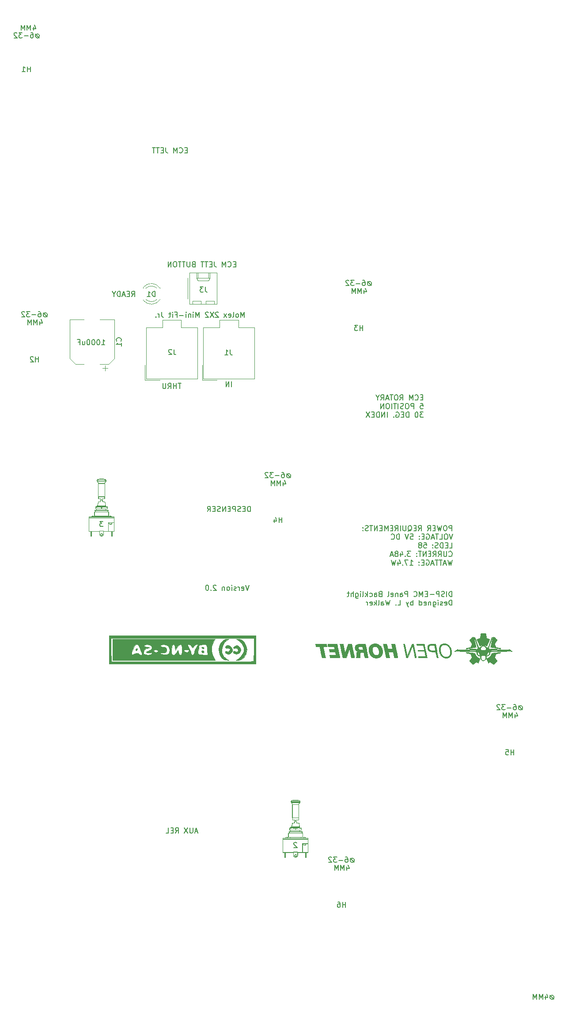
<source format=gbr>
%TF.GenerationSoftware,KiCad,Pcbnew,(5.1.6)-1*%
%TF.CreationDate,2021-08-25T11:31:01+10:00*%
%TF.ProjectId,DISP-EMC Panel PCB V1,44495350-2d45-44d4-9320-50616e656c20,rev?*%
%TF.SameCoordinates,Original*%
%TF.FileFunction,Legend,Bot*%
%TF.FilePolarity,Positive*%
%FSLAX46Y46*%
G04 Gerber Fmt 4.6, Leading zero omitted, Abs format (unit mm)*
G04 Created by KiCad (PCBNEW (5.1.6)-1) date 2021-08-25 11:31:01*
%MOMM*%
%LPD*%
G01*
G04 APERTURE LIST*
%ADD10C,0.150000*%
%ADD11C,0.010000*%
%ADD12C,0.100000*%
%ADD13C,0.120000*%
G04 APERTURE END LIST*
D10*
X80223904Y-33456571D02*
X79890571Y-33456571D01*
X79747714Y-33980380D02*
X80223904Y-33980380D01*
X80223904Y-32980380D01*
X79747714Y-32980380D01*
X78747714Y-33885142D02*
X78795333Y-33932761D01*
X78938190Y-33980380D01*
X79033428Y-33980380D01*
X79176285Y-33932761D01*
X79271523Y-33837523D01*
X79319142Y-33742285D01*
X79366761Y-33551809D01*
X79366761Y-33408952D01*
X79319142Y-33218476D01*
X79271523Y-33123238D01*
X79176285Y-33028000D01*
X79033428Y-32980380D01*
X78938190Y-32980380D01*
X78795333Y-33028000D01*
X78747714Y-33075619D01*
X78319142Y-33980380D02*
X78319142Y-32980380D01*
X77985809Y-33694666D01*
X77652476Y-32980380D01*
X77652476Y-33980380D01*
X76128666Y-32980380D02*
X76128666Y-33694666D01*
X76176285Y-33837523D01*
X76271523Y-33932761D01*
X76414380Y-33980380D01*
X76509619Y-33980380D01*
X75652476Y-33456571D02*
X75319142Y-33456571D01*
X75176285Y-33980380D02*
X75652476Y-33980380D01*
X75652476Y-32980380D01*
X75176285Y-32980380D01*
X74890571Y-32980380D02*
X74319142Y-32980380D01*
X74604857Y-33980380D02*
X74604857Y-32980380D01*
X74128666Y-32980380D02*
X73557238Y-32980380D01*
X73842952Y-33980380D02*
X73842952Y-32980380D01*
X82224190Y-163996666D02*
X81748000Y-163996666D01*
X82319428Y-164282380D02*
X81986095Y-163282380D01*
X81652761Y-164282380D01*
X81319428Y-163282380D02*
X81319428Y-164091904D01*
X81271809Y-164187142D01*
X81224190Y-164234761D01*
X81128952Y-164282380D01*
X80938476Y-164282380D01*
X80843238Y-164234761D01*
X80795619Y-164187142D01*
X80748000Y-164091904D01*
X80748000Y-163282380D01*
X80367047Y-163282380D02*
X79700380Y-164282380D01*
X79700380Y-163282380D02*
X80367047Y-164282380D01*
X77986095Y-164282380D02*
X78319428Y-163806190D01*
X78557523Y-164282380D02*
X78557523Y-163282380D01*
X78176571Y-163282380D01*
X78081333Y-163330000D01*
X78033714Y-163377619D01*
X77986095Y-163472857D01*
X77986095Y-163615714D01*
X78033714Y-163710952D01*
X78081333Y-163758571D01*
X78176571Y-163806190D01*
X78557523Y-163806190D01*
X77557523Y-163758571D02*
X77224190Y-163758571D01*
X77081333Y-164282380D02*
X77557523Y-164282380D01*
X77557523Y-163282380D01*
X77081333Y-163282380D01*
X76176571Y-164282380D02*
X76652761Y-164282380D01*
X76652761Y-163282380D01*
X125394404Y-80828571D02*
X125061071Y-80828571D01*
X124918214Y-81352380D02*
X125394404Y-81352380D01*
X125394404Y-80352380D01*
X124918214Y-80352380D01*
X123918214Y-81257142D02*
X123965833Y-81304761D01*
X124108690Y-81352380D01*
X124203928Y-81352380D01*
X124346785Y-81304761D01*
X124442023Y-81209523D01*
X124489642Y-81114285D01*
X124537261Y-80923809D01*
X124537261Y-80780952D01*
X124489642Y-80590476D01*
X124442023Y-80495238D01*
X124346785Y-80400000D01*
X124203928Y-80352380D01*
X124108690Y-80352380D01*
X123965833Y-80400000D01*
X123918214Y-80447619D01*
X123489642Y-81352380D02*
X123489642Y-80352380D01*
X123156309Y-81066666D01*
X122822976Y-80352380D01*
X122822976Y-81352380D01*
X121013452Y-81352380D02*
X121346785Y-80876190D01*
X121584880Y-81352380D02*
X121584880Y-80352380D01*
X121203928Y-80352380D01*
X121108690Y-80400000D01*
X121061071Y-80447619D01*
X121013452Y-80542857D01*
X121013452Y-80685714D01*
X121061071Y-80780952D01*
X121108690Y-80828571D01*
X121203928Y-80876190D01*
X121584880Y-80876190D01*
X120394404Y-80352380D02*
X120203928Y-80352380D01*
X120108690Y-80400000D01*
X120013452Y-80495238D01*
X119965833Y-80685714D01*
X119965833Y-81019047D01*
X120013452Y-81209523D01*
X120108690Y-81304761D01*
X120203928Y-81352380D01*
X120394404Y-81352380D01*
X120489642Y-81304761D01*
X120584880Y-81209523D01*
X120632500Y-81019047D01*
X120632500Y-80685714D01*
X120584880Y-80495238D01*
X120489642Y-80400000D01*
X120394404Y-80352380D01*
X119680119Y-80352380D02*
X119108690Y-80352380D01*
X119394404Y-81352380D02*
X119394404Y-80352380D01*
X118822976Y-81066666D02*
X118346785Y-81066666D01*
X118918214Y-81352380D02*
X118584880Y-80352380D01*
X118251547Y-81352380D01*
X117346785Y-81352380D02*
X117680119Y-80876190D01*
X117918214Y-81352380D02*
X117918214Y-80352380D01*
X117537261Y-80352380D01*
X117442023Y-80400000D01*
X117394404Y-80447619D01*
X117346785Y-80542857D01*
X117346785Y-80685714D01*
X117394404Y-80780952D01*
X117442023Y-80828571D01*
X117537261Y-80876190D01*
X117918214Y-80876190D01*
X116727738Y-80876190D02*
X116727738Y-81352380D01*
X117061071Y-80352380D02*
X116727738Y-80876190D01*
X116394404Y-80352380D01*
X124918214Y-82002380D02*
X125394404Y-82002380D01*
X125442023Y-82478571D01*
X125394404Y-82430952D01*
X125299166Y-82383333D01*
X125061071Y-82383333D01*
X124965833Y-82430952D01*
X124918214Y-82478571D01*
X124870595Y-82573809D01*
X124870595Y-82811904D01*
X124918214Y-82907142D01*
X124965833Y-82954761D01*
X125061071Y-83002380D01*
X125299166Y-83002380D01*
X125394404Y-82954761D01*
X125442023Y-82907142D01*
X123680119Y-83002380D02*
X123680119Y-82002380D01*
X123299166Y-82002380D01*
X123203928Y-82050000D01*
X123156309Y-82097619D01*
X123108690Y-82192857D01*
X123108690Y-82335714D01*
X123156309Y-82430952D01*
X123203928Y-82478571D01*
X123299166Y-82526190D01*
X123680119Y-82526190D01*
X122489642Y-82002380D02*
X122299166Y-82002380D01*
X122203928Y-82050000D01*
X122108690Y-82145238D01*
X122061071Y-82335714D01*
X122061071Y-82669047D01*
X122108690Y-82859523D01*
X122203928Y-82954761D01*
X122299166Y-83002380D01*
X122489642Y-83002380D01*
X122584880Y-82954761D01*
X122680119Y-82859523D01*
X122727738Y-82669047D01*
X122727738Y-82335714D01*
X122680119Y-82145238D01*
X122584880Y-82050000D01*
X122489642Y-82002380D01*
X121680119Y-82954761D02*
X121537261Y-83002380D01*
X121299166Y-83002380D01*
X121203928Y-82954761D01*
X121156309Y-82907142D01*
X121108690Y-82811904D01*
X121108690Y-82716666D01*
X121156309Y-82621428D01*
X121203928Y-82573809D01*
X121299166Y-82526190D01*
X121489642Y-82478571D01*
X121584880Y-82430952D01*
X121632500Y-82383333D01*
X121680119Y-82288095D01*
X121680119Y-82192857D01*
X121632500Y-82097619D01*
X121584880Y-82050000D01*
X121489642Y-82002380D01*
X121251547Y-82002380D01*
X121108690Y-82050000D01*
X120680119Y-83002380D02*
X120680119Y-82002380D01*
X120346785Y-82002380D02*
X119775357Y-82002380D01*
X120061071Y-83002380D02*
X120061071Y-82002380D01*
X119442023Y-83002380D02*
X119442023Y-82002380D01*
X118775357Y-82002380D02*
X118584880Y-82002380D01*
X118489642Y-82050000D01*
X118394404Y-82145238D01*
X118346785Y-82335714D01*
X118346785Y-82669047D01*
X118394404Y-82859523D01*
X118489642Y-82954761D01*
X118584880Y-83002380D01*
X118775357Y-83002380D01*
X118870595Y-82954761D01*
X118965833Y-82859523D01*
X119013452Y-82669047D01*
X119013452Y-82335714D01*
X118965833Y-82145238D01*
X118870595Y-82050000D01*
X118775357Y-82002380D01*
X117918214Y-83002380D02*
X117918214Y-82002380D01*
X117346785Y-83002380D01*
X117346785Y-82002380D01*
X125489642Y-83652380D02*
X124870595Y-83652380D01*
X125203928Y-84033333D01*
X125061071Y-84033333D01*
X124965833Y-84080952D01*
X124918214Y-84128571D01*
X124870595Y-84223809D01*
X124870595Y-84461904D01*
X124918214Y-84557142D01*
X124965833Y-84604761D01*
X125061071Y-84652380D01*
X125346785Y-84652380D01*
X125442023Y-84604761D01*
X125489642Y-84557142D01*
X124251547Y-83652380D02*
X124156309Y-83652380D01*
X124061071Y-83700000D01*
X124013452Y-83747619D01*
X123965833Y-83842857D01*
X123918214Y-84033333D01*
X123918214Y-84271428D01*
X123965833Y-84461904D01*
X124013452Y-84557142D01*
X124061071Y-84604761D01*
X124156309Y-84652380D01*
X124251547Y-84652380D01*
X124346785Y-84604761D01*
X124394404Y-84557142D01*
X124442023Y-84461904D01*
X124489642Y-84271428D01*
X124489642Y-84033333D01*
X124442023Y-83842857D01*
X124394404Y-83747619D01*
X124346785Y-83700000D01*
X124251547Y-83652380D01*
X122727738Y-84652380D02*
X122727738Y-83652380D01*
X122489642Y-83652380D01*
X122346785Y-83700000D01*
X122251547Y-83795238D01*
X122203928Y-83890476D01*
X122156309Y-84080952D01*
X122156309Y-84223809D01*
X122203928Y-84414285D01*
X122251547Y-84509523D01*
X122346785Y-84604761D01*
X122489642Y-84652380D01*
X122727738Y-84652380D01*
X121727738Y-84128571D02*
X121394404Y-84128571D01*
X121251547Y-84652380D02*
X121727738Y-84652380D01*
X121727738Y-83652380D01*
X121251547Y-83652380D01*
X120299166Y-83700000D02*
X120394404Y-83652380D01*
X120537261Y-83652380D01*
X120680119Y-83700000D01*
X120775357Y-83795238D01*
X120822976Y-83890476D01*
X120870595Y-84080952D01*
X120870595Y-84223809D01*
X120822976Y-84414285D01*
X120775357Y-84509523D01*
X120680119Y-84604761D01*
X120537261Y-84652380D01*
X120442023Y-84652380D01*
X120299166Y-84604761D01*
X120251547Y-84557142D01*
X120251547Y-84223809D01*
X120442023Y-84223809D01*
X119822976Y-84557142D02*
X119775357Y-84604761D01*
X119822976Y-84652380D01*
X119870595Y-84604761D01*
X119822976Y-84557142D01*
X119822976Y-84652380D01*
X118584880Y-84652380D02*
X118584880Y-83652380D01*
X118108690Y-84652380D02*
X118108690Y-83652380D01*
X117537261Y-84652380D01*
X117537261Y-83652380D01*
X117061071Y-84652380D02*
X117061071Y-83652380D01*
X116822976Y-83652380D01*
X116680119Y-83700000D01*
X116584880Y-83795238D01*
X116537261Y-83890476D01*
X116489642Y-84080952D01*
X116489642Y-84223809D01*
X116537261Y-84414285D01*
X116584880Y-84509523D01*
X116680119Y-84604761D01*
X116822976Y-84652380D01*
X117061071Y-84652380D01*
X116061071Y-84128571D02*
X115727738Y-84128571D01*
X115584880Y-84652380D02*
X116061071Y-84652380D01*
X116061071Y-83652380D01*
X115584880Y-83652380D01*
X115251547Y-83652380D02*
X114584880Y-84652380D01*
X114584880Y-83652380D02*
X115251547Y-84652380D01*
X89534190Y-55300571D02*
X89200857Y-55300571D01*
X89058000Y-55824380D02*
X89534190Y-55824380D01*
X89534190Y-54824380D01*
X89058000Y-54824380D01*
X88058000Y-55729142D02*
X88105619Y-55776761D01*
X88248476Y-55824380D01*
X88343714Y-55824380D01*
X88486571Y-55776761D01*
X88581809Y-55681523D01*
X88629428Y-55586285D01*
X88677047Y-55395809D01*
X88677047Y-55252952D01*
X88629428Y-55062476D01*
X88581809Y-54967238D01*
X88486571Y-54872000D01*
X88343714Y-54824380D01*
X88248476Y-54824380D01*
X88105619Y-54872000D01*
X88058000Y-54919619D01*
X87629428Y-55824380D02*
X87629428Y-54824380D01*
X87296095Y-55538666D01*
X86962761Y-54824380D01*
X86962761Y-55824380D01*
X85438952Y-54824380D02*
X85438952Y-55538666D01*
X85486571Y-55681523D01*
X85581809Y-55776761D01*
X85724666Y-55824380D01*
X85819904Y-55824380D01*
X84962761Y-55300571D02*
X84629428Y-55300571D01*
X84486571Y-55824380D02*
X84962761Y-55824380D01*
X84962761Y-54824380D01*
X84486571Y-54824380D01*
X84200857Y-54824380D02*
X83629428Y-54824380D01*
X83915142Y-55824380D02*
X83915142Y-54824380D01*
X83438952Y-54824380D02*
X82867523Y-54824380D01*
X83153238Y-55824380D02*
X83153238Y-54824380D01*
X81438952Y-55300571D02*
X81296095Y-55348190D01*
X81248476Y-55395809D01*
X81200857Y-55491047D01*
X81200857Y-55633904D01*
X81248476Y-55729142D01*
X81296095Y-55776761D01*
X81391333Y-55824380D01*
X81772285Y-55824380D01*
X81772285Y-54824380D01*
X81438952Y-54824380D01*
X81343714Y-54872000D01*
X81296095Y-54919619D01*
X81248476Y-55014857D01*
X81248476Y-55110095D01*
X81296095Y-55205333D01*
X81343714Y-55252952D01*
X81438952Y-55300571D01*
X81772285Y-55300571D01*
X80772285Y-54824380D02*
X80772285Y-55633904D01*
X80724666Y-55729142D01*
X80677047Y-55776761D01*
X80581809Y-55824380D01*
X80391333Y-55824380D01*
X80296095Y-55776761D01*
X80248476Y-55729142D01*
X80200857Y-55633904D01*
X80200857Y-54824380D01*
X79867523Y-54824380D02*
X79296095Y-54824380D01*
X79581809Y-55824380D02*
X79581809Y-54824380D01*
X79105619Y-54824380D02*
X78534190Y-54824380D01*
X78819904Y-55824380D02*
X78819904Y-54824380D01*
X78010380Y-54824380D02*
X77819904Y-54824380D01*
X77724666Y-54872000D01*
X77629428Y-54967238D01*
X77581809Y-55157714D01*
X77581809Y-55491047D01*
X77629428Y-55681523D01*
X77724666Y-55776761D01*
X77819904Y-55824380D01*
X78010380Y-55824380D01*
X78105619Y-55776761D01*
X78200857Y-55681523D01*
X78248476Y-55491047D01*
X78248476Y-55157714D01*
X78200857Y-54967238D01*
X78105619Y-54872000D01*
X78010380Y-54824380D01*
X77153238Y-55824380D02*
X77153238Y-54824380D01*
X76581809Y-55824380D01*
X76581809Y-54824380D01*
X92345238Y-102702380D02*
X92345238Y-101702380D01*
X92107142Y-101702380D01*
X91964285Y-101750000D01*
X91869047Y-101845238D01*
X91821428Y-101940476D01*
X91773809Y-102130952D01*
X91773809Y-102273809D01*
X91821428Y-102464285D01*
X91869047Y-102559523D01*
X91964285Y-102654761D01*
X92107142Y-102702380D01*
X92345238Y-102702380D01*
X91345238Y-102178571D02*
X91011904Y-102178571D01*
X90869047Y-102702380D02*
X91345238Y-102702380D01*
X91345238Y-101702380D01*
X90869047Y-101702380D01*
X90488095Y-102654761D02*
X90345238Y-102702380D01*
X90107142Y-102702380D01*
X90011904Y-102654761D01*
X89964285Y-102607142D01*
X89916666Y-102511904D01*
X89916666Y-102416666D01*
X89964285Y-102321428D01*
X90011904Y-102273809D01*
X90107142Y-102226190D01*
X90297619Y-102178571D01*
X90392857Y-102130952D01*
X90440476Y-102083333D01*
X90488095Y-101988095D01*
X90488095Y-101892857D01*
X90440476Y-101797619D01*
X90392857Y-101750000D01*
X90297619Y-101702380D01*
X90059523Y-101702380D01*
X89916666Y-101750000D01*
X89488095Y-102702380D02*
X89488095Y-101702380D01*
X89107142Y-101702380D01*
X89011904Y-101750000D01*
X88964285Y-101797619D01*
X88916666Y-101892857D01*
X88916666Y-102035714D01*
X88964285Y-102130952D01*
X89011904Y-102178571D01*
X89107142Y-102226190D01*
X89488095Y-102226190D01*
X88488095Y-102178571D02*
X88154761Y-102178571D01*
X88011904Y-102702380D02*
X88488095Y-102702380D01*
X88488095Y-101702380D01*
X88011904Y-101702380D01*
X87583333Y-102702380D02*
X87583333Y-101702380D01*
X87011904Y-102702380D01*
X87011904Y-101702380D01*
X86583333Y-102654761D02*
X86440476Y-102702380D01*
X86202380Y-102702380D01*
X86107142Y-102654761D01*
X86059523Y-102607142D01*
X86011904Y-102511904D01*
X86011904Y-102416666D01*
X86059523Y-102321428D01*
X86107142Y-102273809D01*
X86202380Y-102226190D01*
X86392857Y-102178571D01*
X86488095Y-102130952D01*
X86535714Y-102083333D01*
X86583333Y-101988095D01*
X86583333Y-101892857D01*
X86535714Y-101797619D01*
X86488095Y-101750000D01*
X86392857Y-101702380D01*
X86154761Y-101702380D01*
X86011904Y-101750000D01*
X85583333Y-102178571D02*
X85250000Y-102178571D01*
X85107142Y-102702380D02*
X85583333Y-102702380D01*
X85583333Y-101702380D01*
X85107142Y-101702380D01*
X84107142Y-102702380D02*
X84440476Y-102226190D01*
X84678571Y-102702380D02*
X84678571Y-101702380D01*
X84297619Y-101702380D01*
X84202380Y-101750000D01*
X84154761Y-101797619D01*
X84107142Y-101892857D01*
X84107142Y-102035714D01*
X84154761Y-102130952D01*
X84202380Y-102178571D01*
X84297619Y-102226190D01*
X84678571Y-102226190D01*
X92074476Y-116800380D02*
X91741142Y-117800380D01*
X91407809Y-116800380D01*
X90693523Y-117752761D02*
X90788761Y-117800380D01*
X90979238Y-117800380D01*
X91074476Y-117752761D01*
X91122095Y-117657523D01*
X91122095Y-117276571D01*
X91074476Y-117181333D01*
X90979238Y-117133714D01*
X90788761Y-117133714D01*
X90693523Y-117181333D01*
X90645904Y-117276571D01*
X90645904Y-117371809D01*
X91122095Y-117467047D01*
X90217333Y-117800380D02*
X90217333Y-117133714D01*
X90217333Y-117324190D02*
X90169714Y-117228952D01*
X90122095Y-117181333D01*
X90026857Y-117133714D01*
X89931619Y-117133714D01*
X89645904Y-117752761D02*
X89550666Y-117800380D01*
X89360190Y-117800380D01*
X89264952Y-117752761D01*
X89217333Y-117657523D01*
X89217333Y-117609904D01*
X89264952Y-117514666D01*
X89360190Y-117467047D01*
X89503047Y-117467047D01*
X89598285Y-117419428D01*
X89645904Y-117324190D01*
X89645904Y-117276571D01*
X89598285Y-117181333D01*
X89503047Y-117133714D01*
X89360190Y-117133714D01*
X89264952Y-117181333D01*
X88788761Y-117800380D02*
X88788761Y-117133714D01*
X88788761Y-116800380D02*
X88836380Y-116848000D01*
X88788761Y-116895619D01*
X88741142Y-116848000D01*
X88788761Y-116800380D01*
X88788761Y-116895619D01*
X88169714Y-117800380D02*
X88264952Y-117752761D01*
X88312571Y-117705142D01*
X88360190Y-117609904D01*
X88360190Y-117324190D01*
X88312571Y-117228952D01*
X88264952Y-117181333D01*
X88169714Y-117133714D01*
X88026857Y-117133714D01*
X87931619Y-117181333D01*
X87884000Y-117228952D01*
X87836380Y-117324190D01*
X87836380Y-117609904D01*
X87884000Y-117705142D01*
X87931619Y-117752761D01*
X88026857Y-117800380D01*
X88169714Y-117800380D01*
X87407809Y-117133714D02*
X87407809Y-117800380D01*
X87407809Y-117228952D02*
X87360190Y-117181333D01*
X87264952Y-117133714D01*
X87122095Y-117133714D01*
X87026857Y-117181333D01*
X86979238Y-117276571D01*
X86979238Y-117800380D01*
X85788761Y-116895619D02*
X85741142Y-116848000D01*
X85645904Y-116800380D01*
X85407809Y-116800380D01*
X85312571Y-116848000D01*
X85264952Y-116895619D01*
X85217333Y-116990857D01*
X85217333Y-117086095D01*
X85264952Y-117228952D01*
X85836380Y-117800380D01*
X85217333Y-117800380D01*
X84788761Y-117705142D02*
X84741142Y-117752761D01*
X84788761Y-117800380D01*
X84836380Y-117752761D01*
X84788761Y-117705142D01*
X84788761Y-117800380D01*
X84122095Y-116800380D02*
X84026857Y-116800380D01*
X83931619Y-116848000D01*
X83884000Y-116895619D01*
X83836380Y-116990857D01*
X83788761Y-117181333D01*
X83788761Y-117419428D01*
X83836380Y-117609904D01*
X83884000Y-117705142D01*
X83931619Y-117752761D01*
X84026857Y-117800380D01*
X84122095Y-117800380D01*
X84217333Y-117752761D01*
X84264952Y-117705142D01*
X84312571Y-117609904D01*
X84360190Y-117419428D01*
X84360190Y-117181333D01*
X84312571Y-116990857D01*
X84264952Y-116895619D01*
X84217333Y-116848000D01*
X84122095Y-116800380D01*
X150278885Y-195372076D02*
X150088409Y-195372076D01*
X149897933Y-195467314D01*
X149802695Y-195657790D01*
X149802695Y-195848266D01*
X149897933Y-196038742D01*
X150088409Y-196133980D01*
X150278885Y-196133980D01*
X150469361Y-196038742D01*
X150564600Y-195848266D01*
X150564600Y-195657790D01*
X150469361Y-195467314D01*
X150278885Y-195372076D01*
X149802695Y-195372076D02*
X150564600Y-196133980D01*
X148897933Y-195467314D02*
X148897933Y-196133980D01*
X149136028Y-195086361D02*
X149374123Y-195800647D01*
X148755076Y-195800647D01*
X148374123Y-196133980D02*
X148374123Y-195133980D01*
X148040790Y-195848266D01*
X147707457Y-195133980D01*
X147707457Y-196133980D01*
X147231266Y-196133980D02*
X147231266Y-195133980D01*
X146897933Y-195848266D01*
X146564600Y-195133980D01*
X146564600Y-196133980D01*
X91152380Y-65502380D02*
X91152380Y-64502380D01*
X90819047Y-65216666D01*
X90485714Y-64502380D01*
X90485714Y-65502380D01*
X89866666Y-65502380D02*
X89961904Y-65454761D01*
X90009523Y-65407142D01*
X90057142Y-65311904D01*
X90057142Y-65026190D01*
X90009523Y-64930952D01*
X89961904Y-64883333D01*
X89866666Y-64835714D01*
X89723809Y-64835714D01*
X89628571Y-64883333D01*
X89580952Y-64930952D01*
X89533333Y-65026190D01*
X89533333Y-65311904D01*
X89580952Y-65407142D01*
X89628571Y-65454761D01*
X89723809Y-65502380D01*
X89866666Y-65502380D01*
X88961904Y-65502380D02*
X89057142Y-65454761D01*
X89104761Y-65359523D01*
X89104761Y-64502380D01*
X88200000Y-65454761D02*
X88295238Y-65502380D01*
X88485714Y-65502380D01*
X88580952Y-65454761D01*
X88628571Y-65359523D01*
X88628571Y-64978571D01*
X88580952Y-64883333D01*
X88485714Y-64835714D01*
X88295238Y-64835714D01*
X88200000Y-64883333D01*
X88152380Y-64978571D01*
X88152380Y-65073809D01*
X88628571Y-65169047D01*
X87819047Y-65502380D02*
X87295238Y-64835714D01*
X87819047Y-64835714D02*
X87295238Y-65502380D01*
X86200000Y-64597619D02*
X86152380Y-64550000D01*
X86057142Y-64502380D01*
X85819047Y-64502380D01*
X85723809Y-64550000D01*
X85676190Y-64597619D01*
X85628571Y-64692857D01*
X85628571Y-64788095D01*
X85676190Y-64930952D01*
X86247619Y-65502380D01*
X85628571Y-65502380D01*
X85295238Y-64502380D02*
X84628571Y-65502380D01*
X84628571Y-64502380D02*
X85295238Y-65502380D01*
X84295238Y-64597619D02*
X84247619Y-64550000D01*
X84152380Y-64502380D01*
X83914285Y-64502380D01*
X83819047Y-64550000D01*
X83771428Y-64597619D01*
X83723809Y-64692857D01*
X83723809Y-64788095D01*
X83771428Y-64930952D01*
X84342857Y-65502380D01*
X83723809Y-65502380D01*
X82533333Y-65502380D02*
X82533333Y-64502380D01*
X82200000Y-65216666D01*
X81866666Y-64502380D01*
X81866666Y-65502380D01*
X81390476Y-65502380D02*
X81390476Y-64835714D01*
X81390476Y-64502380D02*
X81438095Y-64550000D01*
X81390476Y-64597619D01*
X81342857Y-64550000D01*
X81390476Y-64502380D01*
X81390476Y-64597619D01*
X80914285Y-64835714D02*
X80914285Y-65502380D01*
X80914285Y-64930952D02*
X80866666Y-64883333D01*
X80771428Y-64835714D01*
X80628571Y-64835714D01*
X80533333Y-64883333D01*
X80485714Y-64978571D01*
X80485714Y-65502380D01*
X80009523Y-65502380D02*
X80009523Y-64835714D01*
X80009523Y-64502380D02*
X80057142Y-64550000D01*
X80009523Y-64597619D01*
X79961904Y-64550000D01*
X80009523Y-64502380D01*
X80009523Y-64597619D01*
X79533333Y-65121428D02*
X78771428Y-65121428D01*
X77961904Y-64978571D02*
X78295238Y-64978571D01*
X78295238Y-65502380D02*
X78295238Y-64502380D01*
X77819047Y-64502380D01*
X77438095Y-65502380D02*
X77438095Y-64835714D01*
X77438095Y-64502380D02*
X77485714Y-64550000D01*
X77438095Y-64597619D01*
X77390476Y-64550000D01*
X77438095Y-64502380D01*
X77438095Y-64597619D01*
X77104761Y-64835714D02*
X76723809Y-64835714D01*
X76961904Y-64502380D02*
X76961904Y-65359523D01*
X76914285Y-65454761D01*
X76819047Y-65502380D01*
X76723809Y-65502380D01*
X75342857Y-64502380D02*
X75342857Y-65216666D01*
X75390476Y-65359523D01*
X75485714Y-65454761D01*
X75628571Y-65502380D01*
X75723809Y-65502380D01*
X74866666Y-65502380D02*
X74866666Y-64835714D01*
X74866666Y-65026190D02*
X74819047Y-64930952D01*
X74771428Y-64883333D01*
X74676190Y-64835714D01*
X74580952Y-64835714D01*
X74247619Y-65407142D02*
X74200000Y-65454761D01*
X74247619Y-65502380D01*
X74295238Y-65454761D01*
X74247619Y-65407142D01*
X74247619Y-65502380D01*
X63862809Y-70757980D02*
X64434238Y-70757980D01*
X64148523Y-70757980D02*
X64148523Y-69757980D01*
X64243761Y-69900838D01*
X64339000Y-69996076D01*
X64434238Y-70043695D01*
X63243761Y-69757980D02*
X63148523Y-69757980D01*
X63053285Y-69805600D01*
X63005666Y-69853219D01*
X62958047Y-69948457D01*
X62910428Y-70138933D01*
X62910428Y-70377028D01*
X62958047Y-70567504D01*
X63005666Y-70662742D01*
X63053285Y-70710361D01*
X63148523Y-70757980D01*
X63243761Y-70757980D01*
X63339000Y-70710361D01*
X63386619Y-70662742D01*
X63434238Y-70567504D01*
X63481857Y-70377028D01*
X63481857Y-70138933D01*
X63434238Y-69948457D01*
X63386619Y-69853219D01*
X63339000Y-69805600D01*
X63243761Y-69757980D01*
X62291380Y-69757980D02*
X62196142Y-69757980D01*
X62100904Y-69805600D01*
X62053285Y-69853219D01*
X62005666Y-69948457D01*
X61958047Y-70138933D01*
X61958047Y-70377028D01*
X62005666Y-70567504D01*
X62053285Y-70662742D01*
X62100904Y-70710361D01*
X62196142Y-70757980D01*
X62291380Y-70757980D01*
X62386619Y-70710361D01*
X62434238Y-70662742D01*
X62481857Y-70567504D01*
X62529476Y-70377028D01*
X62529476Y-70138933D01*
X62481857Y-69948457D01*
X62434238Y-69853219D01*
X62386619Y-69805600D01*
X62291380Y-69757980D01*
X61339000Y-69757980D02*
X61243761Y-69757980D01*
X61148523Y-69805600D01*
X61100904Y-69853219D01*
X61053285Y-69948457D01*
X61005666Y-70138933D01*
X61005666Y-70377028D01*
X61053285Y-70567504D01*
X61100904Y-70662742D01*
X61148523Y-70710361D01*
X61243761Y-70757980D01*
X61339000Y-70757980D01*
X61434238Y-70710361D01*
X61481857Y-70662742D01*
X61529476Y-70567504D01*
X61577095Y-70377028D01*
X61577095Y-70138933D01*
X61529476Y-69948457D01*
X61481857Y-69853219D01*
X61434238Y-69805600D01*
X61339000Y-69757980D01*
X60148523Y-70091314D02*
X60148523Y-70757980D01*
X60577095Y-70091314D02*
X60577095Y-70615123D01*
X60529476Y-70710361D01*
X60434238Y-70757980D01*
X60291380Y-70757980D01*
X60196142Y-70710361D01*
X60148523Y-70662742D01*
X59339000Y-70234171D02*
X59672333Y-70234171D01*
X59672333Y-70757980D02*
X59672333Y-69757980D01*
X59196142Y-69757980D01*
X69572000Y-61502380D02*
X69905333Y-61026190D01*
X70143428Y-61502380D02*
X70143428Y-60502380D01*
X69762476Y-60502380D01*
X69667238Y-60550000D01*
X69619619Y-60597619D01*
X69572000Y-60692857D01*
X69572000Y-60835714D01*
X69619619Y-60930952D01*
X69667238Y-60978571D01*
X69762476Y-61026190D01*
X70143428Y-61026190D01*
X69143428Y-60978571D02*
X68810095Y-60978571D01*
X68667238Y-61502380D02*
X69143428Y-61502380D01*
X69143428Y-60502380D01*
X68667238Y-60502380D01*
X68286285Y-61216666D02*
X67810095Y-61216666D01*
X68381523Y-61502380D02*
X68048190Y-60502380D01*
X67714857Y-61502380D01*
X67381523Y-61502380D02*
X67381523Y-60502380D01*
X67143428Y-60502380D01*
X67000571Y-60550000D01*
X66905333Y-60645238D01*
X66857714Y-60740476D01*
X66810095Y-60930952D01*
X66810095Y-61073809D01*
X66857714Y-61264285D01*
X66905333Y-61359523D01*
X67000571Y-61454761D01*
X67143428Y-61502380D01*
X67381523Y-61502380D01*
X66191047Y-61026190D02*
X66191047Y-61502380D01*
X66524380Y-60502380D02*
X66191047Y-61026190D01*
X65857714Y-60502380D01*
X79083333Y-78152380D02*
X78511904Y-78152380D01*
X78797619Y-79152380D02*
X78797619Y-78152380D01*
X78178571Y-79152380D02*
X78178571Y-78152380D01*
X78178571Y-78628571D02*
X77607142Y-78628571D01*
X77607142Y-79152380D02*
X77607142Y-78152380D01*
X76559523Y-79152380D02*
X76892857Y-78676190D01*
X77130952Y-79152380D02*
X77130952Y-78152380D01*
X76750000Y-78152380D01*
X76654761Y-78200000D01*
X76607142Y-78247619D01*
X76559523Y-78342857D01*
X76559523Y-78485714D01*
X76607142Y-78580952D01*
X76654761Y-78628571D01*
X76750000Y-78676190D01*
X77130952Y-78676190D01*
X76130952Y-78152380D02*
X76130952Y-78961904D01*
X76083333Y-79057142D01*
X76035714Y-79104761D01*
X75940476Y-79152380D01*
X75750000Y-79152380D01*
X75654761Y-79104761D01*
X75607142Y-79057142D01*
X75559523Y-78961904D01*
X75559523Y-78152380D01*
X88723809Y-78752380D02*
X88723809Y-77752380D01*
X88247619Y-78752380D02*
X88247619Y-77752380D01*
X87676190Y-78752380D01*
X87676190Y-77752380D01*
X130982404Y-106372380D02*
X130982404Y-105372380D01*
X130601452Y-105372380D01*
X130506214Y-105420000D01*
X130458595Y-105467619D01*
X130410976Y-105562857D01*
X130410976Y-105705714D01*
X130458595Y-105800952D01*
X130506214Y-105848571D01*
X130601452Y-105896190D01*
X130982404Y-105896190D01*
X129791928Y-105372380D02*
X129601452Y-105372380D01*
X129506214Y-105420000D01*
X129410976Y-105515238D01*
X129363357Y-105705714D01*
X129363357Y-106039047D01*
X129410976Y-106229523D01*
X129506214Y-106324761D01*
X129601452Y-106372380D01*
X129791928Y-106372380D01*
X129887166Y-106324761D01*
X129982404Y-106229523D01*
X130030023Y-106039047D01*
X130030023Y-105705714D01*
X129982404Y-105515238D01*
X129887166Y-105420000D01*
X129791928Y-105372380D01*
X129030023Y-105372380D02*
X128791928Y-106372380D01*
X128601452Y-105658095D01*
X128410976Y-106372380D01*
X128172880Y-105372380D01*
X127791928Y-105848571D02*
X127458595Y-105848571D01*
X127315738Y-106372380D02*
X127791928Y-106372380D01*
X127791928Y-105372380D01*
X127315738Y-105372380D01*
X126315738Y-106372380D02*
X126649071Y-105896190D01*
X126887166Y-106372380D02*
X126887166Y-105372380D01*
X126506214Y-105372380D01*
X126410976Y-105420000D01*
X126363357Y-105467619D01*
X126315738Y-105562857D01*
X126315738Y-105705714D01*
X126363357Y-105800952D01*
X126410976Y-105848571D01*
X126506214Y-105896190D01*
X126887166Y-105896190D01*
X124553833Y-106372380D02*
X124887166Y-105896190D01*
X125125261Y-106372380D02*
X125125261Y-105372380D01*
X124744309Y-105372380D01*
X124649071Y-105420000D01*
X124601452Y-105467619D01*
X124553833Y-105562857D01*
X124553833Y-105705714D01*
X124601452Y-105800952D01*
X124649071Y-105848571D01*
X124744309Y-105896190D01*
X125125261Y-105896190D01*
X124125261Y-105848571D02*
X123791928Y-105848571D01*
X123649071Y-106372380D02*
X124125261Y-106372380D01*
X124125261Y-105372380D01*
X123649071Y-105372380D01*
X122553833Y-106467619D02*
X122649071Y-106420000D01*
X122744309Y-106324761D01*
X122887166Y-106181904D01*
X122982404Y-106134285D01*
X123077642Y-106134285D01*
X123030023Y-106372380D02*
X123125261Y-106324761D01*
X123220500Y-106229523D01*
X123268119Y-106039047D01*
X123268119Y-105705714D01*
X123220500Y-105515238D01*
X123125261Y-105420000D01*
X123030023Y-105372380D01*
X122839547Y-105372380D01*
X122744309Y-105420000D01*
X122649071Y-105515238D01*
X122601452Y-105705714D01*
X122601452Y-106039047D01*
X122649071Y-106229523D01*
X122744309Y-106324761D01*
X122839547Y-106372380D01*
X123030023Y-106372380D01*
X122172880Y-105372380D02*
X122172880Y-106181904D01*
X122125261Y-106277142D01*
X122077642Y-106324761D01*
X121982404Y-106372380D01*
X121791928Y-106372380D01*
X121696690Y-106324761D01*
X121649071Y-106277142D01*
X121601452Y-106181904D01*
X121601452Y-105372380D01*
X121125261Y-106372380D02*
X121125261Y-105372380D01*
X120077642Y-106372380D02*
X120410976Y-105896190D01*
X120649071Y-106372380D02*
X120649071Y-105372380D01*
X120268119Y-105372380D01*
X120172880Y-105420000D01*
X120125261Y-105467619D01*
X120077642Y-105562857D01*
X120077642Y-105705714D01*
X120125261Y-105800952D01*
X120172880Y-105848571D01*
X120268119Y-105896190D01*
X120649071Y-105896190D01*
X119649071Y-105848571D02*
X119315738Y-105848571D01*
X119172880Y-106372380D02*
X119649071Y-106372380D01*
X119649071Y-105372380D01*
X119172880Y-105372380D01*
X118744309Y-106372380D02*
X118744309Y-105372380D01*
X118410976Y-106086666D01*
X118077642Y-105372380D01*
X118077642Y-106372380D01*
X117601452Y-105848571D02*
X117268119Y-105848571D01*
X117125261Y-106372380D02*
X117601452Y-106372380D01*
X117601452Y-105372380D01*
X117125261Y-105372380D01*
X116696690Y-106372380D02*
X116696690Y-105372380D01*
X116125261Y-106372380D01*
X116125261Y-105372380D01*
X115791928Y-105372380D02*
X115220500Y-105372380D01*
X115506214Y-106372380D02*
X115506214Y-105372380D01*
X114934785Y-106324761D02*
X114791928Y-106372380D01*
X114553833Y-106372380D01*
X114458595Y-106324761D01*
X114410976Y-106277142D01*
X114363357Y-106181904D01*
X114363357Y-106086666D01*
X114410976Y-105991428D01*
X114458595Y-105943809D01*
X114553833Y-105896190D01*
X114744309Y-105848571D01*
X114839547Y-105800952D01*
X114887166Y-105753333D01*
X114934785Y-105658095D01*
X114934785Y-105562857D01*
X114887166Y-105467619D01*
X114839547Y-105420000D01*
X114744309Y-105372380D01*
X114506214Y-105372380D01*
X114363357Y-105420000D01*
X113934785Y-106277142D02*
X113887166Y-106324761D01*
X113934785Y-106372380D01*
X113982404Y-106324761D01*
X113934785Y-106277142D01*
X113934785Y-106372380D01*
X113934785Y-105753333D02*
X113887166Y-105800952D01*
X113934785Y-105848571D01*
X113982404Y-105800952D01*
X113934785Y-105753333D01*
X113934785Y-105848571D01*
X131125261Y-107022380D02*
X130791928Y-108022380D01*
X130458595Y-107022380D01*
X129934785Y-107022380D02*
X129744309Y-107022380D01*
X129649071Y-107070000D01*
X129553833Y-107165238D01*
X129506214Y-107355714D01*
X129506214Y-107689047D01*
X129553833Y-107879523D01*
X129649071Y-107974761D01*
X129744309Y-108022380D01*
X129934785Y-108022380D01*
X130030023Y-107974761D01*
X130125261Y-107879523D01*
X130172880Y-107689047D01*
X130172880Y-107355714D01*
X130125261Y-107165238D01*
X130030023Y-107070000D01*
X129934785Y-107022380D01*
X128601452Y-108022380D02*
X129077642Y-108022380D01*
X129077642Y-107022380D01*
X128410976Y-107022380D02*
X127839547Y-107022380D01*
X128125261Y-108022380D02*
X128125261Y-107022380D01*
X127553833Y-107736666D02*
X127077642Y-107736666D01*
X127649071Y-108022380D02*
X127315738Y-107022380D01*
X126982404Y-108022380D01*
X126125261Y-107070000D02*
X126220500Y-107022380D01*
X126363357Y-107022380D01*
X126506214Y-107070000D01*
X126601452Y-107165238D01*
X126649071Y-107260476D01*
X126696690Y-107450952D01*
X126696690Y-107593809D01*
X126649071Y-107784285D01*
X126601452Y-107879523D01*
X126506214Y-107974761D01*
X126363357Y-108022380D01*
X126268119Y-108022380D01*
X126125261Y-107974761D01*
X126077642Y-107927142D01*
X126077642Y-107593809D01*
X126268119Y-107593809D01*
X125649071Y-107498571D02*
X125315738Y-107498571D01*
X125172880Y-108022380D02*
X125649071Y-108022380D01*
X125649071Y-107022380D01*
X125172880Y-107022380D01*
X124744309Y-107927142D02*
X124696690Y-107974761D01*
X124744309Y-108022380D01*
X124791928Y-107974761D01*
X124744309Y-107927142D01*
X124744309Y-108022380D01*
X124744309Y-107403333D02*
X124696690Y-107450952D01*
X124744309Y-107498571D01*
X124791928Y-107450952D01*
X124744309Y-107403333D01*
X124744309Y-107498571D01*
X123030023Y-107022380D02*
X123506214Y-107022380D01*
X123553833Y-107498571D01*
X123506214Y-107450952D01*
X123410976Y-107403333D01*
X123172880Y-107403333D01*
X123077642Y-107450952D01*
X123030023Y-107498571D01*
X122982404Y-107593809D01*
X122982404Y-107831904D01*
X123030023Y-107927142D01*
X123077642Y-107974761D01*
X123172880Y-108022380D01*
X123410976Y-108022380D01*
X123506214Y-107974761D01*
X123553833Y-107927142D01*
X122696690Y-107022380D02*
X122363357Y-108022380D01*
X122030023Y-107022380D01*
X120934785Y-108022380D02*
X120934785Y-107022380D01*
X120696690Y-107022380D01*
X120553833Y-107070000D01*
X120458595Y-107165238D01*
X120410976Y-107260476D01*
X120363357Y-107450952D01*
X120363357Y-107593809D01*
X120410976Y-107784285D01*
X120458595Y-107879523D01*
X120553833Y-107974761D01*
X120696690Y-108022380D01*
X120934785Y-108022380D01*
X119363357Y-107927142D02*
X119410976Y-107974761D01*
X119553833Y-108022380D01*
X119649071Y-108022380D01*
X119791928Y-107974761D01*
X119887166Y-107879523D01*
X119934785Y-107784285D01*
X119982404Y-107593809D01*
X119982404Y-107450952D01*
X119934785Y-107260476D01*
X119887166Y-107165238D01*
X119791928Y-107070000D01*
X119649071Y-107022380D01*
X119553833Y-107022380D01*
X119410976Y-107070000D01*
X119363357Y-107117619D01*
X130506214Y-109672380D02*
X130982404Y-109672380D01*
X130982404Y-108672380D01*
X130172880Y-109148571D02*
X129839547Y-109148571D01*
X129696690Y-109672380D02*
X130172880Y-109672380D01*
X130172880Y-108672380D01*
X129696690Y-108672380D01*
X129268119Y-109672380D02*
X129268119Y-108672380D01*
X129030023Y-108672380D01*
X128887166Y-108720000D01*
X128791928Y-108815238D01*
X128744309Y-108910476D01*
X128696690Y-109100952D01*
X128696690Y-109243809D01*
X128744309Y-109434285D01*
X128791928Y-109529523D01*
X128887166Y-109624761D01*
X129030023Y-109672380D01*
X129268119Y-109672380D01*
X128315738Y-109624761D02*
X128172880Y-109672380D01*
X127934785Y-109672380D01*
X127839547Y-109624761D01*
X127791928Y-109577142D01*
X127744309Y-109481904D01*
X127744309Y-109386666D01*
X127791928Y-109291428D01*
X127839547Y-109243809D01*
X127934785Y-109196190D01*
X128125261Y-109148571D01*
X128220500Y-109100952D01*
X128268119Y-109053333D01*
X128315738Y-108958095D01*
X128315738Y-108862857D01*
X128268119Y-108767619D01*
X128220500Y-108720000D01*
X128125261Y-108672380D01*
X127887166Y-108672380D01*
X127744309Y-108720000D01*
X127315738Y-109577142D02*
X127268119Y-109624761D01*
X127315738Y-109672380D01*
X127363357Y-109624761D01*
X127315738Y-109577142D01*
X127315738Y-109672380D01*
X127315738Y-109053333D02*
X127268119Y-109100952D01*
X127315738Y-109148571D01*
X127363357Y-109100952D01*
X127315738Y-109053333D01*
X127315738Y-109148571D01*
X125601452Y-108672380D02*
X126077642Y-108672380D01*
X126125261Y-109148571D01*
X126077642Y-109100952D01*
X125982404Y-109053333D01*
X125744309Y-109053333D01*
X125649071Y-109100952D01*
X125601452Y-109148571D01*
X125553833Y-109243809D01*
X125553833Y-109481904D01*
X125601452Y-109577142D01*
X125649071Y-109624761D01*
X125744309Y-109672380D01*
X125982404Y-109672380D01*
X126077642Y-109624761D01*
X126125261Y-109577142D01*
X124982404Y-109100952D02*
X125077642Y-109053333D01*
X125125261Y-109005714D01*
X125172880Y-108910476D01*
X125172880Y-108862857D01*
X125125261Y-108767619D01*
X125077642Y-108720000D01*
X124982404Y-108672380D01*
X124791928Y-108672380D01*
X124696690Y-108720000D01*
X124649071Y-108767619D01*
X124601452Y-108862857D01*
X124601452Y-108910476D01*
X124649071Y-109005714D01*
X124696690Y-109053333D01*
X124791928Y-109100952D01*
X124982404Y-109100952D01*
X125077642Y-109148571D01*
X125125261Y-109196190D01*
X125172880Y-109291428D01*
X125172880Y-109481904D01*
X125125261Y-109577142D01*
X125077642Y-109624761D01*
X124982404Y-109672380D01*
X124791928Y-109672380D01*
X124696690Y-109624761D01*
X124649071Y-109577142D01*
X124601452Y-109481904D01*
X124601452Y-109291428D01*
X124649071Y-109196190D01*
X124696690Y-109148571D01*
X124791928Y-109100952D01*
X130410976Y-111227142D02*
X130458595Y-111274761D01*
X130601452Y-111322380D01*
X130696690Y-111322380D01*
X130839547Y-111274761D01*
X130934785Y-111179523D01*
X130982404Y-111084285D01*
X131030023Y-110893809D01*
X131030023Y-110750952D01*
X130982404Y-110560476D01*
X130934785Y-110465238D01*
X130839547Y-110370000D01*
X130696690Y-110322380D01*
X130601452Y-110322380D01*
X130458595Y-110370000D01*
X130410976Y-110417619D01*
X129982404Y-110322380D02*
X129982404Y-111131904D01*
X129934785Y-111227142D01*
X129887166Y-111274761D01*
X129791928Y-111322380D01*
X129601452Y-111322380D01*
X129506214Y-111274761D01*
X129458595Y-111227142D01*
X129410976Y-111131904D01*
X129410976Y-110322380D01*
X128363357Y-111322380D02*
X128696690Y-110846190D01*
X128934785Y-111322380D02*
X128934785Y-110322380D01*
X128553833Y-110322380D01*
X128458595Y-110370000D01*
X128410976Y-110417619D01*
X128363357Y-110512857D01*
X128363357Y-110655714D01*
X128410976Y-110750952D01*
X128458595Y-110798571D01*
X128553833Y-110846190D01*
X128934785Y-110846190D01*
X127363357Y-111322380D02*
X127696690Y-110846190D01*
X127934785Y-111322380D02*
X127934785Y-110322380D01*
X127553833Y-110322380D01*
X127458595Y-110370000D01*
X127410976Y-110417619D01*
X127363357Y-110512857D01*
X127363357Y-110655714D01*
X127410976Y-110750952D01*
X127458595Y-110798571D01*
X127553833Y-110846190D01*
X127934785Y-110846190D01*
X126934785Y-110798571D02*
X126601452Y-110798571D01*
X126458595Y-111322380D02*
X126934785Y-111322380D01*
X126934785Y-110322380D01*
X126458595Y-110322380D01*
X126030023Y-111322380D02*
X126030023Y-110322380D01*
X125458595Y-111322380D01*
X125458595Y-110322380D01*
X125125261Y-110322380D02*
X124553833Y-110322380D01*
X124839547Y-111322380D02*
X124839547Y-110322380D01*
X124220500Y-111227142D02*
X124172880Y-111274761D01*
X124220500Y-111322380D01*
X124268119Y-111274761D01*
X124220500Y-111227142D01*
X124220500Y-111322380D01*
X124220500Y-110703333D02*
X124172880Y-110750952D01*
X124220500Y-110798571D01*
X124268119Y-110750952D01*
X124220500Y-110703333D01*
X124220500Y-110798571D01*
X123077642Y-110322380D02*
X122458595Y-110322380D01*
X122791928Y-110703333D01*
X122649071Y-110703333D01*
X122553833Y-110750952D01*
X122506214Y-110798571D01*
X122458595Y-110893809D01*
X122458595Y-111131904D01*
X122506214Y-111227142D01*
X122553833Y-111274761D01*
X122649071Y-111322380D01*
X122934785Y-111322380D01*
X123030023Y-111274761D01*
X123077642Y-111227142D01*
X122030023Y-111227142D02*
X121982404Y-111274761D01*
X122030023Y-111322380D01*
X122077642Y-111274761D01*
X122030023Y-111227142D01*
X122030023Y-111322380D01*
X121125261Y-110655714D02*
X121125261Y-111322380D01*
X121363357Y-110274761D02*
X121601452Y-110989047D01*
X120982404Y-110989047D01*
X120458595Y-110750952D02*
X120553833Y-110703333D01*
X120601452Y-110655714D01*
X120649071Y-110560476D01*
X120649071Y-110512857D01*
X120601452Y-110417619D01*
X120553833Y-110370000D01*
X120458595Y-110322380D01*
X120268119Y-110322380D01*
X120172880Y-110370000D01*
X120125261Y-110417619D01*
X120077642Y-110512857D01*
X120077642Y-110560476D01*
X120125261Y-110655714D01*
X120172880Y-110703333D01*
X120268119Y-110750952D01*
X120458595Y-110750952D01*
X120553833Y-110798571D01*
X120601452Y-110846190D01*
X120649071Y-110941428D01*
X120649071Y-111131904D01*
X120601452Y-111227142D01*
X120553833Y-111274761D01*
X120458595Y-111322380D01*
X120268119Y-111322380D01*
X120172880Y-111274761D01*
X120125261Y-111227142D01*
X120077642Y-111131904D01*
X120077642Y-110941428D01*
X120125261Y-110846190D01*
X120172880Y-110798571D01*
X120268119Y-110750952D01*
X119696690Y-111036666D02*
X119220500Y-111036666D01*
X119791928Y-111322380D02*
X119458595Y-110322380D01*
X119125261Y-111322380D01*
X131077642Y-111972380D02*
X130839547Y-112972380D01*
X130649071Y-112258095D01*
X130458595Y-112972380D01*
X130220500Y-111972380D01*
X129887166Y-112686666D02*
X129410976Y-112686666D01*
X129982404Y-112972380D02*
X129649071Y-111972380D01*
X129315738Y-112972380D01*
X129125261Y-111972380D02*
X128553833Y-111972380D01*
X128839547Y-112972380D02*
X128839547Y-111972380D01*
X128363357Y-111972380D02*
X127791928Y-111972380D01*
X128077642Y-112972380D02*
X128077642Y-111972380D01*
X127506214Y-112686666D02*
X127030023Y-112686666D01*
X127601452Y-112972380D02*
X127268119Y-111972380D01*
X126934785Y-112972380D01*
X126077642Y-112020000D02*
X126172880Y-111972380D01*
X126315738Y-111972380D01*
X126458595Y-112020000D01*
X126553833Y-112115238D01*
X126601452Y-112210476D01*
X126649071Y-112400952D01*
X126649071Y-112543809D01*
X126601452Y-112734285D01*
X126553833Y-112829523D01*
X126458595Y-112924761D01*
X126315738Y-112972380D01*
X126220500Y-112972380D01*
X126077642Y-112924761D01*
X126030023Y-112877142D01*
X126030023Y-112543809D01*
X126220500Y-112543809D01*
X125601452Y-112448571D02*
X125268119Y-112448571D01*
X125125261Y-112972380D02*
X125601452Y-112972380D01*
X125601452Y-111972380D01*
X125125261Y-111972380D01*
X124696690Y-112877142D02*
X124649071Y-112924761D01*
X124696690Y-112972380D01*
X124744309Y-112924761D01*
X124696690Y-112877142D01*
X124696690Y-112972380D01*
X124696690Y-112353333D02*
X124649071Y-112400952D01*
X124696690Y-112448571D01*
X124744309Y-112400952D01*
X124696690Y-112353333D01*
X124696690Y-112448571D01*
X122934785Y-112972380D02*
X123506214Y-112972380D01*
X123220500Y-112972380D02*
X123220500Y-111972380D01*
X123315738Y-112115238D01*
X123410976Y-112210476D01*
X123506214Y-112258095D01*
X122601452Y-111972380D02*
X121934785Y-111972380D01*
X122363357Y-112972380D01*
X121553833Y-112877142D02*
X121506214Y-112924761D01*
X121553833Y-112972380D01*
X121601452Y-112924761D01*
X121553833Y-112877142D01*
X121553833Y-112972380D01*
X120649071Y-112305714D02*
X120649071Y-112972380D01*
X120887166Y-111924761D02*
X121125261Y-112639047D01*
X120506214Y-112639047D01*
X120220500Y-111972380D02*
X119982404Y-112972380D01*
X119791928Y-112258095D01*
X119601452Y-112972380D01*
X119363357Y-111972380D01*
X130982404Y-119007380D02*
X130982404Y-118007380D01*
X130744309Y-118007380D01*
X130601452Y-118055000D01*
X130506214Y-118150238D01*
X130458595Y-118245476D01*
X130410976Y-118435952D01*
X130410976Y-118578809D01*
X130458595Y-118769285D01*
X130506214Y-118864523D01*
X130601452Y-118959761D01*
X130744309Y-119007380D01*
X130982404Y-119007380D01*
X129982404Y-119007380D02*
X129982404Y-118007380D01*
X129553833Y-118959761D02*
X129410976Y-119007380D01*
X129172880Y-119007380D01*
X129077642Y-118959761D01*
X129030023Y-118912142D01*
X128982404Y-118816904D01*
X128982404Y-118721666D01*
X129030023Y-118626428D01*
X129077642Y-118578809D01*
X129172880Y-118531190D01*
X129363357Y-118483571D01*
X129458595Y-118435952D01*
X129506214Y-118388333D01*
X129553833Y-118293095D01*
X129553833Y-118197857D01*
X129506214Y-118102619D01*
X129458595Y-118055000D01*
X129363357Y-118007380D01*
X129125261Y-118007380D01*
X128982404Y-118055000D01*
X128553833Y-119007380D02*
X128553833Y-118007380D01*
X128172880Y-118007380D01*
X128077642Y-118055000D01*
X128030023Y-118102619D01*
X127982404Y-118197857D01*
X127982404Y-118340714D01*
X128030023Y-118435952D01*
X128077642Y-118483571D01*
X128172880Y-118531190D01*
X128553833Y-118531190D01*
X127553833Y-118626428D02*
X126791928Y-118626428D01*
X126315738Y-118483571D02*
X125982404Y-118483571D01*
X125839547Y-119007380D02*
X126315738Y-119007380D01*
X126315738Y-118007380D01*
X125839547Y-118007380D01*
X125410976Y-119007380D02*
X125410976Y-118007380D01*
X125077642Y-118721666D01*
X124744309Y-118007380D01*
X124744309Y-119007380D01*
X123696690Y-118912142D02*
X123744309Y-118959761D01*
X123887166Y-119007380D01*
X123982404Y-119007380D01*
X124125261Y-118959761D01*
X124220500Y-118864523D01*
X124268119Y-118769285D01*
X124315738Y-118578809D01*
X124315738Y-118435952D01*
X124268119Y-118245476D01*
X124220500Y-118150238D01*
X124125261Y-118055000D01*
X123982404Y-118007380D01*
X123887166Y-118007380D01*
X123744309Y-118055000D01*
X123696690Y-118102619D01*
X122506214Y-119007380D02*
X122506214Y-118007380D01*
X122125261Y-118007380D01*
X122030023Y-118055000D01*
X121982404Y-118102619D01*
X121934785Y-118197857D01*
X121934785Y-118340714D01*
X121982404Y-118435952D01*
X122030023Y-118483571D01*
X122125261Y-118531190D01*
X122506214Y-118531190D01*
X121077642Y-119007380D02*
X121077642Y-118483571D01*
X121125261Y-118388333D01*
X121220500Y-118340714D01*
X121410976Y-118340714D01*
X121506214Y-118388333D01*
X121077642Y-118959761D02*
X121172880Y-119007380D01*
X121410976Y-119007380D01*
X121506214Y-118959761D01*
X121553833Y-118864523D01*
X121553833Y-118769285D01*
X121506214Y-118674047D01*
X121410976Y-118626428D01*
X121172880Y-118626428D01*
X121077642Y-118578809D01*
X120601452Y-118340714D02*
X120601452Y-119007380D01*
X120601452Y-118435952D02*
X120553833Y-118388333D01*
X120458595Y-118340714D01*
X120315738Y-118340714D01*
X120220500Y-118388333D01*
X120172880Y-118483571D01*
X120172880Y-119007380D01*
X119315738Y-118959761D02*
X119410976Y-119007380D01*
X119601452Y-119007380D01*
X119696690Y-118959761D01*
X119744309Y-118864523D01*
X119744309Y-118483571D01*
X119696690Y-118388333D01*
X119601452Y-118340714D01*
X119410976Y-118340714D01*
X119315738Y-118388333D01*
X119268119Y-118483571D01*
X119268119Y-118578809D01*
X119744309Y-118674047D01*
X118696690Y-119007380D02*
X118791928Y-118959761D01*
X118839547Y-118864523D01*
X118839547Y-118007380D01*
X117220500Y-118483571D02*
X117077642Y-118531190D01*
X117030023Y-118578809D01*
X116982404Y-118674047D01*
X116982404Y-118816904D01*
X117030023Y-118912142D01*
X117077642Y-118959761D01*
X117172880Y-119007380D01*
X117553833Y-119007380D01*
X117553833Y-118007380D01*
X117220500Y-118007380D01*
X117125261Y-118055000D01*
X117077642Y-118102619D01*
X117030023Y-118197857D01*
X117030023Y-118293095D01*
X117077642Y-118388333D01*
X117125261Y-118435952D01*
X117220500Y-118483571D01*
X117553833Y-118483571D01*
X116125261Y-119007380D02*
X116125261Y-118483571D01*
X116172880Y-118388333D01*
X116268119Y-118340714D01*
X116458595Y-118340714D01*
X116553833Y-118388333D01*
X116125261Y-118959761D02*
X116220500Y-119007380D01*
X116458595Y-119007380D01*
X116553833Y-118959761D01*
X116601452Y-118864523D01*
X116601452Y-118769285D01*
X116553833Y-118674047D01*
X116458595Y-118626428D01*
X116220500Y-118626428D01*
X116125261Y-118578809D01*
X115220500Y-118959761D02*
X115315738Y-119007380D01*
X115506214Y-119007380D01*
X115601452Y-118959761D01*
X115649071Y-118912142D01*
X115696690Y-118816904D01*
X115696690Y-118531190D01*
X115649071Y-118435952D01*
X115601452Y-118388333D01*
X115506214Y-118340714D01*
X115315738Y-118340714D01*
X115220500Y-118388333D01*
X114791928Y-119007380D02*
X114791928Y-118007380D01*
X114696690Y-118626428D02*
X114410976Y-119007380D01*
X114410976Y-118340714D02*
X114791928Y-118721666D01*
X113839547Y-119007380D02*
X113934785Y-118959761D01*
X113982404Y-118864523D01*
X113982404Y-118007380D01*
X113458595Y-119007380D02*
X113458595Y-118340714D01*
X113458595Y-118007380D02*
X113506214Y-118055000D01*
X113458595Y-118102619D01*
X113410976Y-118055000D01*
X113458595Y-118007380D01*
X113458595Y-118102619D01*
X112553833Y-118340714D02*
X112553833Y-119150238D01*
X112601452Y-119245476D01*
X112649071Y-119293095D01*
X112744309Y-119340714D01*
X112887166Y-119340714D01*
X112982404Y-119293095D01*
X112553833Y-118959761D02*
X112649071Y-119007380D01*
X112839547Y-119007380D01*
X112934785Y-118959761D01*
X112982404Y-118912142D01*
X113030023Y-118816904D01*
X113030023Y-118531190D01*
X112982404Y-118435952D01*
X112934785Y-118388333D01*
X112839547Y-118340714D01*
X112649071Y-118340714D01*
X112553833Y-118388333D01*
X112077642Y-119007380D02*
X112077642Y-118007380D01*
X111649071Y-119007380D02*
X111649071Y-118483571D01*
X111696690Y-118388333D01*
X111791928Y-118340714D01*
X111934785Y-118340714D01*
X112030023Y-118388333D01*
X112077642Y-118435952D01*
X111315738Y-118340714D02*
X110934785Y-118340714D01*
X111172880Y-118007380D02*
X111172880Y-118864523D01*
X111125261Y-118959761D01*
X111030023Y-119007380D01*
X110934785Y-119007380D01*
X130982404Y-120657380D02*
X130982404Y-119657380D01*
X130744309Y-119657380D01*
X130601452Y-119705000D01*
X130506214Y-119800238D01*
X130458595Y-119895476D01*
X130410976Y-120085952D01*
X130410976Y-120228809D01*
X130458595Y-120419285D01*
X130506214Y-120514523D01*
X130601452Y-120609761D01*
X130744309Y-120657380D01*
X130982404Y-120657380D01*
X129601452Y-120609761D02*
X129696690Y-120657380D01*
X129887166Y-120657380D01*
X129982404Y-120609761D01*
X130030023Y-120514523D01*
X130030023Y-120133571D01*
X129982404Y-120038333D01*
X129887166Y-119990714D01*
X129696690Y-119990714D01*
X129601452Y-120038333D01*
X129553833Y-120133571D01*
X129553833Y-120228809D01*
X130030023Y-120324047D01*
X129172880Y-120609761D02*
X129077642Y-120657380D01*
X128887166Y-120657380D01*
X128791928Y-120609761D01*
X128744309Y-120514523D01*
X128744309Y-120466904D01*
X128791928Y-120371666D01*
X128887166Y-120324047D01*
X129030023Y-120324047D01*
X129125261Y-120276428D01*
X129172880Y-120181190D01*
X129172880Y-120133571D01*
X129125261Y-120038333D01*
X129030023Y-119990714D01*
X128887166Y-119990714D01*
X128791928Y-120038333D01*
X128315738Y-120657380D02*
X128315738Y-119990714D01*
X128315738Y-119657380D02*
X128363357Y-119705000D01*
X128315738Y-119752619D01*
X128268119Y-119705000D01*
X128315738Y-119657380D01*
X128315738Y-119752619D01*
X127410976Y-119990714D02*
X127410976Y-120800238D01*
X127458595Y-120895476D01*
X127506214Y-120943095D01*
X127601452Y-120990714D01*
X127744309Y-120990714D01*
X127839547Y-120943095D01*
X127410976Y-120609761D02*
X127506214Y-120657380D01*
X127696690Y-120657380D01*
X127791928Y-120609761D01*
X127839547Y-120562142D01*
X127887166Y-120466904D01*
X127887166Y-120181190D01*
X127839547Y-120085952D01*
X127791928Y-120038333D01*
X127696690Y-119990714D01*
X127506214Y-119990714D01*
X127410976Y-120038333D01*
X126934785Y-119990714D02*
X126934785Y-120657380D01*
X126934785Y-120085952D02*
X126887166Y-120038333D01*
X126791928Y-119990714D01*
X126649071Y-119990714D01*
X126553833Y-120038333D01*
X126506214Y-120133571D01*
X126506214Y-120657380D01*
X125649071Y-120609761D02*
X125744309Y-120657380D01*
X125934785Y-120657380D01*
X126030023Y-120609761D01*
X126077642Y-120514523D01*
X126077642Y-120133571D01*
X126030023Y-120038333D01*
X125934785Y-119990714D01*
X125744309Y-119990714D01*
X125649071Y-120038333D01*
X125601452Y-120133571D01*
X125601452Y-120228809D01*
X126077642Y-120324047D01*
X124744309Y-120657380D02*
X124744309Y-119657380D01*
X124744309Y-120609761D02*
X124839547Y-120657380D01*
X125030023Y-120657380D01*
X125125261Y-120609761D01*
X125172880Y-120562142D01*
X125220500Y-120466904D01*
X125220500Y-120181190D01*
X125172880Y-120085952D01*
X125125261Y-120038333D01*
X125030023Y-119990714D01*
X124839547Y-119990714D01*
X124744309Y-120038333D01*
X123506214Y-120657380D02*
X123506214Y-119657380D01*
X123506214Y-120038333D02*
X123410976Y-119990714D01*
X123220500Y-119990714D01*
X123125261Y-120038333D01*
X123077642Y-120085952D01*
X123030023Y-120181190D01*
X123030023Y-120466904D01*
X123077642Y-120562142D01*
X123125261Y-120609761D01*
X123220500Y-120657380D01*
X123410976Y-120657380D01*
X123506214Y-120609761D01*
X122696690Y-119990714D02*
X122458595Y-120657380D01*
X122220500Y-119990714D02*
X122458595Y-120657380D01*
X122553833Y-120895476D01*
X122601452Y-120943095D01*
X122696690Y-120990714D01*
X120601452Y-120657380D02*
X121077642Y-120657380D01*
X121077642Y-119657380D01*
X120268119Y-120562142D02*
X120220500Y-120609761D01*
X120268119Y-120657380D01*
X120315738Y-120609761D01*
X120268119Y-120562142D01*
X120268119Y-120657380D01*
X119125261Y-119657380D02*
X118887166Y-120657380D01*
X118696690Y-119943095D01*
X118506214Y-120657380D01*
X118268119Y-119657380D01*
X117458595Y-120657380D02*
X117458595Y-120133571D01*
X117506214Y-120038333D01*
X117601452Y-119990714D01*
X117791928Y-119990714D01*
X117887166Y-120038333D01*
X117458595Y-120609761D02*
X117553833Y-120657380D01*
X117791928Y-120657380D01*
X117887166Y-120609761D01*
X117934785Y-120514523D01*
X117934785Y-120419285D01*
X117887166Y-120324047D01*
X117791928Y-120276428D01*
X117553833Y-120276428D01*
X117458595Y-120228809D01*
X116839547Y-120657380D02*
X116934785Y-120609761D01*
X116982404Y-120514523D01*
X116982404Y-119657380D01*
X116458595Y-120657380D02*
X116458595Y-119657380D01*
X116363357Y-120276428D02*
X116077642Y-120657380D01*
X116077642Y-119990714D02*
X116458595Y-120371666D01*
X115268119Y-120609761D02*
X115363357Y-120657380D01*
X115553833Y-120657380D01*
X115649071Y-120609761D01*
X115696690Y-120514523D01*
X115696690Y-120133571D01*
X115649071Y-120038333D01*
X115553833Y-119990714D01*
X115363357Y-119990714D01*
X115268119Y-120038333D01*
X115220500Y-120133571D01*
X115220500Y-120228809D01*
X115696690Y-120324047D01*
X114791928Y-120657380D02*
X114791928Y-119990714D01*
X114791928Y-120181190D02*
X114744309Y-120085952D01*
X114696690Y-120038333D01*
X114601452Y-119990714D01*
X114506214Y-119990714D01*
D11*
%TO.C,G\u002A\u002A\u002A*%
G36*
X137003369Y-126028200D02*
G01*
X136982688Y-126028200D01*
X136912855Y-126028208D01*
X136850993Y-126028239D01*
X136796606Y-126028300D01*
X136749199Y-126028399D01*
X136708276Y-126028545D01*
X136673342Y-126028745D01*
X136643900Y-126029007D01*
X136619455Y-126029340D01*
X136599511Y-126029750D01*
X136583573Y-126030247D01*
X136571145Y-126030838D01*
X136561732Y-126031531D01*
X136554837Y-126032334D01*
X136549965Y-126033255D01*
X136546620Y-126034302D01*
X136544689Y-126035249D01*
X136534710Y-126043377D01*
X136528222Y-126052247D01*
X136526830Y-126057723D01*
X136524010Y-126070952D01*
X136519871Y-126091365D01*
X136514524Y-126118389D01*
X136508079Y-126151454D01*
X136500646Y-126189987D01*
X136492334Y-126233417D01*
X136483253Y-126281174D01*
X136473514Y-126332685D01*
X136463226Y-126387379D01*
X136452499Y-126444684D01*
X136445218Y-126483738D01*
X136434244Y-126542492D01*
X136423613Y-126599035D01*
X136413434Y-126652792D01*
X136403822Y-126703190D01*
X136394887Y-126749656D01*
X136386741Y-126791614D01*
X136379496Y-126828491D01*
X136373264Y-126859714D01*
X136368156Y-126884708D01*
X136364285Y-126902901D01*
X136361762Y-126913717D01*
X136360893Y-126916531D01*
X136353192Y-126927974D01*
X136345110Y-126936867D01*
X136340099Y-126939525D01*
X136327996Y-126945066D01*
X136309550Y-126953179D01*
X136285513Y-126963553D01*
X136256633Y-126975877D01*
X136223659Y-126989840D01*
X136187342Y-127005132D01*
X136148430Y-127021441D01*
X136107674Y-127038456D01*
X136065823Y-127055867D01*
X136023627Y-127073362D01*
X135981835Y-127090630D01*
X135941196Y-127107362D01*
X135902461Y-127123244D01*
X135866379Y-127137968D01*
X135833699Y-127151221D01*
X135805172Y-127162693D01*
X135781546Y-127172073D01*
X135763571Y-127179050D01*
X135751997Y-127183313D01*
X135748134Y-127184510D01*
X135747729Y-127185948D01*
X135748608Y-127190046D01*
X135750905Y-127197115D01*
X135754757Y-127207469D01*
X135760300Y-127221418D01*
X135767668Y-127239276D01*
X135776999Y-127261355D01*
X135788428Y-127287968D01*
X135802089Y-127319425D01*
X135818121Y-127356041D01*
X135836657Y-127398127D01*
X135857834Y-127445995D01*
X135881787Y-127499958D01*
X135908653Y-127560328D01*
X135938567Y-127627418D01*
X135971664Y-127701539D01*
X136008081Y-127783005D01*
X136015616Y-127799849D01*
X136046196Y-127868203D01*
X136075867Y-127934495D01*
X136104441Y-127998311D01*
X136131733Y-128059234D01*
X136157554Y-128116847D01*
X136181719Y-128170736D01*
X136204040Y-128220484D01*
X136224331Y-128265675D01*
X136242405Y-128305892D01*
X136258075Y-128340721D01*
X136271155Y-128369745D01*
X136281457Y-128392547D01*
X136288796Y-128408713D01*
X136292983Y-128417825D01*
X136293918Y-128419755D01*
X136296548Y-128421791D01*
X136301824Y-128422206D01*
X136310943Y-128420775D01*
X136325101Y-128417272D01*
X136345495Y-128411472D01*
X136358753Y-128407536D01*
X136419596Y-128390097D01*
X136484792Y-128372808D01*
X136552218Y-128356163D01*
X136619751Y-128340653D01*
X136685266Y-128326770D01*
X136746641Y-128315004D01*
X136790266Y-128307616D01*
X136815675Y-128304511D01*
X136847841Y-128301971D01*
X136885073Y-128300018D01*
X136925680Y-128298671D01*
X136967971Y-128297951D01*
X137010253Y-128297879D01*
X137050837Y-128298476D01*
X137088029Y-128299762D01*
X137120140Y-128301758D01*
X137136909Y-128303379D01*
X137185418Y-128309963D01*
X137240219Y-128319129D01*
X137299665Y-128330518D01*
X137362109Y-128343768D01*
X137425905Y-128358518D01*
X137489405Y-128374407D01*
X137550964Y-128391074D01*
X137593709Y-128403519D01*
X137616595Y-128410347D01*
X137636629Y-128416215D01*
X137652418Y-128420723D01*
X137662572Y-128423475D01*
X137665676Y-128424144D01*
X137667674Y-128420318D01*
X137672870Y-128409141D01*
X137681081Y-128391026D01*
X137692125Y-128366386D01*
X137705820Y-128335633D01*
X137721984Y-128299181D01*
X137740436Y-128257441D01*
X137760992Y-128210826D01*
X137783472Y-128159749D01*
X137807692Y-128104622D01*
X137833472Y-128045858D01*
X137860629Y-127983870D01*
X137888980Y-127919071D01*
X137918345Y-127851872D01*
X137937500Y-127807992D01*
X137967422Y-127739407D01*
X137996423Y-127672901D01*
X138024323Y-127608892D01*
X138050940Y-127547796D01*
X138076093Y-127490030D01*
X138099601Y-127436010D01*
X138121283Y-127386155D01*
X138140958Y-127340879D01*
X138158444Y-127300600D01*
X138173561Y-127265735D01*
X138186127Y-127236701D01*
X138195962Y-127213913D01*
X138202884Y-127197789D01*
X138206712Y-127188746D01*
X138207453Y-127186873D01*
X138203807Y-127184322D01*
X138192662Y-127178798D01*
X138174386Y-127170459D01*
X138149346Y-127159463D01*
X138117912Y-127145967D01*
X138080449Y-127130129D01*
X138037328Y-127112107D01*
X137988914Y-127092057D01*
X137935576Y-127070139D01*
X137923965Y-127065387D01*
X137877089Y-127046172D01*
X137832270Y-127027712D01*
X137790162Y-127010281D01*
X137751420Y-126994155D01*
X137716697Y-126979609D01*
X137686647Y-126966917D01*
X137661924Y-126956355D01*
X137643183Y-126948196D01*
X137631076Y-126942716D01*
X137626495Y-126940373D01*
X137615657Y-126930466D01*
X137606664Y-126918028D01*
X137606158Y-126917068D01*
X137604185Y-126910543D01*
X137600795Y-126896080D01*
X137596065Y-126874076D01*
X137590072Y-126844927D01*
X137582894Y-126809029D01*
X137574609Y-126766779D01*
X137565295Y-126718573D01*
X137555030Y-126664806D01*
X137543890Y-126605876D01*
X137531954Y-126542178D01*
X137520322Y-126479623D01*
X137509406Y-126420864D01*
X137498860Y-126364373D01*
X137488791Y-126310718D01*
X137479309Y-126260466D01*
X137470522Y-126214183D01*
X137462539Y-126172436D01*
X137455469Y-126135794D01*
X137449421Y-126104823D01*
X137444502Y-126080090D01*
X137440823Y-126062162D01*
X137438492Y-126051606D01*
X137437730Y-126048925D01*
X137436001Y-126045613D01*
X137434239Y-126042674D01*
X137431957Y-126040085D01*
X137428666Y-126037825D01*
X137423879Y-126035871D01*
X137417107Y-126034200D01*
X137407863Y-126032791D01*
X137395657Y-126031621D01*
X137380003Y-126030669D01*
X137360411Y-126029911D01*
X137336394Y-126029327D01*
X137307464Y-126028892D01*
X137273133Y-126028586D01*
X137232911Y-126028385D01*
X137186313Y-126028269D01*
X137132848Y-126028214D01*
X137072030Y-126028199D01*
X137003369Y-126028200D01*
G37*
X137003369Y-126028200D02*
X136982688Y-126028200D01*
X136912855Y-126028208D01*
X136850993Y-126028239D01*
X136796606Y-126028300D01*
X136749199Y-126028399D01*
X136708276Y-126028545D01*
X136673342Y-126028745D01*
X136643900Y-126029007D01*
X136619455Y-126029340D01*
X136599511Y-126029750D01*
X136583573Y-126030247D01*
X136571145Y-126030838D01*
X136561732Y-126031531D01*
X136554837Y-126032334D01*
X136549965Y-126033255D01*
X136546620Y-126034302D01*
X136544689Y-126035249D01*
X136534710Y-126043377D01*
X136528222Y-126052247D01*
X136526830Y-126057723D01*
X136524010Y-126070952D01*
X136519871Y-126091365D01*
X136514524Y-126118389D01*
X136508079Y-126151454D01*
X136500646Y-126189987D01*
X136492334Y-126233417D01*
X136483253Y-126281174D01*
X136473514Y-126332685D01*
X136463226Y-126387379D01*
X136452499Y-126444684D01*
X136445218Y-126483738D01*
X136434244Y-126542492D01*
X136423613Y-126599035D01*
X136413434Y-126652792D01*
X136403822Y-126703190D01*
X136394887Y-126749656D01*
X136386741Y-126791614D01*
X136379496Y-126828491D01*
X136373264Y-126859714D01*
X136368156Y-126884708D01*
X136364285Y-126902901D01*
X136361762Y-126913717D01*
X136360893Y-126916531D01*
X136353192Y-126927974D01*
X136345110Y-126936867D01*
X136340099Y-126939525D01*
X136327996Y-126945066D01*
X136309550Y-126953179D01*
X136285513Y-126963553D01*
X136256633Y-126975877D01*
X136223659Y-126989840D01*
X136187342Y-127005132D01*
X136148430Y-127021441D01*
X136107674Y-127038456D01*
X136065823Y-127055867D01*
X136023627Y-127073362D01*
X135981835Y-127090630D01*
X135941196Y-127107362D01*
X135902461Y-127123244D01*
X135866379Y-127137968D01*
X135833699Y-127151221D01*
X135805172Y-127162693D01*
X135781546Y-127172073D01*
X135763571Y-127179050D01*
X135751997Y-127183313D01*
X135748134Y-127184510D01*
X135747729Y-127185948D01*
X135748608Y-127190046D01*
X135750905Y-127197115D01*
X135754757Y-127207469D01*
X135760300Y-127221418D01*
X135767668Y-127239276D01*
X135776999Y-127261355D01*
X135788428Y-127287968D01*
X135802089Y-127319425D01*
X135818121Y-127356041D01*
X135836657Y-127398127D01*
X135857834Y-127445995D01*
X135881787Y-127499958D01*
X135908653Y-127560328D01*
X135938567Y-127627418D01*
X135971664Y-127701539D01*
X136008081Y-127783005D01*
X136015616Y-127799849D01*
X136046196Y-127868203D01*
X136075867Y-127934495D01*
X136104441Y-127998311D01*
X136131733Y-128059234D01*
X136157554Y-128116847D01*
X136181719Y-128170736D01*
X136204040Y-128220484D01*
X136224331Y-128265675D01*
X136242405Y-128305892D01*
X136258075Y-128340721D01*
X136271155Y-128369745D01*
X136281457Y-128392547D01*
X136288796Y-128408713D01*
X136292983Y-128417825D01*
X136293918Y-128419755D01*
X136296548Y-128421791D01*
X136301824Y-128422206D01*
X136310943Y-128420775D01*
X136325101Y-128417272D01*
X136345495Y-128411472D01*
X136358753Y-128407536D01*
X136419596Y-128390097D01*
X136484792Y-128372808D01*
X136552218Y-128356163D01*
X136619751Y-128340653D01*
X136685266Y-128326770D01*
X136746641Y-128315004D01*
X136790266Y-128307616D01*
X136815675Y-128304511D01*
X136847841Y-128301971D01*
X136885073Y-128300018D01*
X136925680Y-128298671D01*
X136967971Y-128297951D01*
X137010253Y-128297879D01*
X137050837Y-128298476D01*
X137088029Y-128299762D01*
X137120140Y-128301758D01*
X137136909Y-128303379D01*
X137185418Y-128309963D01*
X137240219Y-128319129D01*
X137299665Y-128330518D01*
X137362109Y-128343768D01*
X137425905Y-128358518D01*
X137489405Y-128374407D01*
X137550964Y-128391074D01*
X137593709Y-128403519D01*
X137616595Y-128410347D01*
X137636629Y-128416215D01*
X137652418Y-128420723D01*
X137662572Y-128423475D01*
X137665676Y-128424144D01*
X137667674Y-128420318D01*
X137672870Y-128409141D01*
X137681081Y-128391026D01*
X137692125Y-128366386D01*
X137705820Y-128335633D01*
X137721984Y-128299181D01*
X137740436Y-128257441D01*
X137760992Y-128210826D01*
X137783472Y-128159749D01*
X137807692Y-128104622D01*
X137833472Y-128045858D01*
X137860629Y-127983870D01*
X137888980Y-127919071D01*
X137918345Y-127851872D01*
X137937500Y-127807992D01*
X137967422Y-127739407D01*
X137996423Y-127672901D01*
X138024323Y-127608892D01*
X138050940Y-127547796D01*
X138076093Y-127490030D01*
X138099601Y-127436010D01*
X138121283Y-127386155D01*
X138140958Y-127340879D01*
X138158444Y-127300600D01*
X138173561Y-127265735D01*
X138186127Y-127236701D01*
X138195962Y-127213913D01*
X138202884Y-127197789D01*
X138206712Y-127188746D01*
X138207453Y-127186873D01*
X138203807Y-127184322D01*
X138192662Y-127178798D01*
X138174386Y-127170459D01*
X138149346Y-127159463D01*
X138117912Y-127145967D01*
X138080449Y-127130129D01*
X138037328Y-127112107D01*
X137988914Y-127092057D01*
X137935576Y-127070139D01*
X137923965Y-127065387D01*
X137877089Y-127046172D01*
X137832270Y-127027712D01*
X137790162Y-127010281D01*
X137751420Y-126994155D01*
X137716697Y-126979609D01*
X137686647Y-126966917D01*
X137661924Y-126956355D01*
X137643183Y-126948196D01*
X137631076Y-126942716D01*
X137626495Y-126940373D01*
X137615657Y-126930466D01*
X137606664Y-126918028D01*
X137606158Y-126917068D01*
X137604185Y-126910543D01*
X137600795Y-126896080D01*
X137596065Y-126874076D01*
X137590072Y-126844927D01*
X137582894Y-126809029D01*
X137574609Y-126766779D01*
X137565295Y-126718573D01*
X137555030Y-126664806D01*
X137543890Y-126605876D01*
X137531954Y-126542178D01*
X137520322Y-126479623D01*
X137509406Y-126420864D01*
X137498860Y-126364373D01*
X137488791Y-126310718D01*
X137479309Y-126260466D01*
X137470522Y-126214183D01*
X137462539Y-126172436D01*
X137455469Y-126135794D01*
X137449421Y-126104823D01*
X137444502Y-126080090D01*
X137440823Y-126062162D01*
X137438492Y-126051606D01*
X137437730Y-126048925D01*
X137436001Y-126045613D01*
X137434239Y-126042674D01*
X137431957Y-126040085D01*
X137428666Y-126037825D01*
X137423879Y-126035871D01*
X137417107Y-126034200D01*
X137407863Y-126032791D01*
X137395657Y-126031621D01*
X137380003Y-126030669D01*
X137360411Y-126029911D01*
X137336394Y-126029327D01*
X137307464Y-126028892D01*
X137273133Y-126028586D01*
X137232911Y-126028385D01*
X137186313Y-126028269D01*
X137132848Y-126028214D01*
X137072030Y-126028199D01*
X137003369Y-126028200D01*
G36*
X134962013Y-126690636D02*
G01*
X134957536Y-126693947D01*
X134947598Y-126702783D01*
X134932695Y-126716654D01*
X134913321Y-126735067D01*
X134889971Y-126757530D01*
X134863140Y-126783551D01*
X134833323Y-126812639D01*
X134801016Y-126844302D01*
X134766712Y-126878047D01*
X134730908Y-126913382D01*
X134694097Y-126949816D01*
X134656775Y-126986857D01*
X134619437Y-127024013D01*
X134582577Y-127060791D01*
X134546691Y-127096701D01*
X134512274Y-127131249D01*
X134479820Y-127163945D01*
X134449825Y-127194295D01*
X134422783Y-127221809D01*
X134399189Y-127245994D01*
X134379539Y-127266359D01*
X134364326Y-127282410D01*
X134354047Y-127293657D01*
X134349196Y-127299608D01*
X134349018Y-127299913D01*
X134344479Y-127315912D01*
X134344748Y-127326036D01*
X134347627Y-127332217D01*
X134355353Y-127345260D01*
X134367888Y-127365111D01*
X134385198Y-127391715D01*
X134407245Y-127425017D01*
X134433993Y-127464963D01*
X134465406Y-127511497D01*
X134501447Y-127564566D01*
X134542080Y-127624115D01*
X134586997Y-127689691D01*
X134626317Y-127747103D01*
X134662819Y-127800598D01*
X134696294Y-127849866D01*
X134726537Y-127894596D01*
X134753339Y-127934479D01*
X134776494Y-127969203D01*
X134795794Y-127998459D01*
X134811033Y-128021936D01*
X134822003Y-128039324D01*
X134828496Y-128050312D01*
X134830311Y-128054195D01*
X134832018Y-128067028D01*
X134831605Y-128077930D01*
X134831529Y-128078293D01*
X134829330Y-128084586D01*
X134824087Y-128097838D01*
X134816114Y-128117313D01*
X134805730Y-128142274D01*
X134793250Y-128171986D01*
X134778991Y-128205714D01*
X134763270Y-128242721D01*
X134746404Y-128282271D01*
X134728709Y-128323630D01*
X134710501Y-128366061D01*
X134692098Y-128408828D01*
X134673816Y-128451196D01*
X134655972Y-128492429D01*
X134638882Y-128531791D01*
X134622862Y-128568546D01*
X134608231Y-128601958D01*
X134595303Y-128631293D01*
X134584396Y-128655813D01*
X134575827Y-128674784D01*
X134569912Y-128687469D01*
X134566967Y-128693133D01*
X134566901Y-128693221D01*
X134556929Y-128703055D01*
X134547194Y-128709709D01*
X134541502Y-128711296D01*
X134528064Y-128714303D01*
X134507460Y-128718615D01*
X134480271Y-128724119D01*
X134447078Y-128730703D01*
X134408461Y-128738253D01*
X134365001Y-128746656D01*
X134317278Y-128755799D01*
X134265873Y-128765568D01*
X134211367Y-128775851D01*
X134154340Y-128786535D01*
X134123176Y-128792342D01*
X134055458Y-128804942D01*
X133995566Y-128816100D01*
X133943003Y-128825921D01*
X133897271Y-128834509D01*
X133857873Y-128841969D01*
X133824311Y-128848406D01*
X133796086Y-128853924D01*
X133772703Y-128858628D01*
X133753662Y-128862622D01*
X133738466Y-128866011D01*
X133726618Y-128868899D01*
X133717619Y-128871390D01*
X133710973Y-128873591D01*
X133706181Y-128875604D01*
X133702746Y-128877535D01*
X133700169Y-128879488D01*
X133697955Y-128881568D01*
X133697816Y-128881705D01*
X133685116Y-128894307D01*
X133682454Y-129042333D01*
X133692252Y-129041901D01*
X133698037Y-129040835D01*
X133711295Y-129037914D01*
X133731279Y-129033315D01*
X133757242Y-129027217D01*
X133788438Y-129019797D01*
X133824119Y-129011232D01*
X133863540Y-129001700D01*
X133905954Y-128991378D01*
X133949700Y-128980670D01*
X134043619Y-128957742D01*
X134129738Y-128936992D01*
X134208414Y-128918339D01*
X134280007Y-128901702D01*
X134344874Y-128886997D01*
X134403374Y-128874143D01*
X134455866Y-128863058D01*
X134502708Y-128853661D01*
X134521200Y-128850119D01*
X134535951Y-128847427D01*
X134558403Y-128843455D01*
X134587905Y-128838312D01*
X134623807Y-128832109D01*
X134665457Y-128824959D01*
X134712206Y-128816971D01*
X134763402Y-128808257D01*
X134818395Y-128798927D01*
X134876535Y-128789092D01*
X134937170Y-128778864D01*
X134999650Y-128768354D01*
X135063324Y-128757671D01*
X135069417Y-128756651D01*
X135131938Y-128746141D01*
X135192494Y-128735889D01*
X135250517Y-128725993D01*
X135305438Y-128716555D01*
X135356691Y-128707673D01*
X135403706Y-128699449D01*
X135445916Y-128691982D01*
X135482753Y-128685372D01*
X135513649Y-128679719D01*
X135538035Y-128675123D01*
X135555343Y-128671685D01*
X135565006Y-128669503D01*
X135566146Y-128669171D01*
X135580466Y-128664166D01*
X135588197Y-128660243D01*
X135590912Y-128656239D01*
X135590291Y-128651339D01*
X135588373Y-128644589D01*
X135586099Y-128636023D01*
X135583400Y-128625320D01*
X135580204Y-128612156D01*
X135576440Y-128596209D01*
X135572037Y-128577157D01*
X135566925Y-128554675D01*
X135561032Y-128528443D01*
X135554288Y-128498136D01*
X135546622Y-128463432D01*
X135537963Y-128424010D01*
X135528240Y-128379545D01*
X135517382Y-128329715D01*
X135505318Y-128274197D01*
X135491977Y-128212669D01*
X135477289Y-128144809D01*
X135461183Y-128070292D01*
X135443588Y-127988797D01*
X135424432Y-127900001D01*
X135403646Y-127803581D01*
X135381157Y-127699214D01*
X135380487Y-127696102D01*
X135193067Y-126826121D01*
X135094656Y-126758419D01*
X135068615Y-126740730D01*
X135044338Y-126724670D01*
X135022837Y-126710872D01*
X135005121Y-126699971D01*
X134992198Y-126692602D01*
X134985081Y-126689398D01*
X134984694Y-126689327D01*
X134971278Y-126689276D01*
X134962013Y-126690636D01*
G37*
X134962013Y-126690636D02*
X134957536Y-126693947D01*
X134947598Y-126702783D01*
X134932695Y-126716654D01*
X134913321Y-126735067D01*
X134889971Y-126757530D01*
X134863140Y-126783551D01*
X134833323Y-126812639D01*
X134801016Y-126844302D01*
X134766712Y-126878047D01*
X134730908Y-126913382D01*
X134694097Y-126949816D01*
X134656775Y-126986857D01*
X134619437Y-127024013D01*
X134582577Y-127060791D01*
X134546691Y-127096701D01*
X134512274Y-127131249D01*
X134479820Y-127163945D01*
X134449825Y-127194295D01*
X134422783Y-127221809D01*
X134399189Y-127245994D01*
X134379539Y-127266359D01*
X134364326Y-127282410D01*
X134354047Y-127293657D01*
X134349196Y-127299608D01*
X134349018Y-127299913D01*
X134344479Y-127315912D01*
X134344748Y-127326036D01*
X134347627Y-127332217D01*
X134355353Y-127345260D01*
X134367888Y-127365111D01*
X134385198Y-127391715D01*
X134407245Y-127425017D01*
X134433993Y-127464963D01*
X134465406Y-127511497D01*
X134501447Y-127564566D01*
X134542080Y-127624115D01*
X134586997Y-127689691D01*
X134626317Y-127747103D01*
X134662819Y-127800598D01*
X134696294Y-127849866D01*
X134726537Y-127894596D01*
X134753339Y-127934479D01*
X134776494Y-127969203D01*
X134795794Y-127998459D01*
X134811033Y-128021936D01*
X134822003Y-128039324D01*
X134828496Y-128050312D01*
X134830311Y-128054195D01*
X134832018Y-128067028D01*
X134831605Y-128077930D01*
X134831529Y-128078293D01*
X134829330Y-128084586D01*
X134824087Y-128097838D01*
X134816114Y-128117313D01*
X134805730Y-128142274D01*
X134793250Y-128171986D01*
X134778991Y-128205714D01*
X134763270Y-128242721D01*
X134746404Y-128282271D01*
X134728709Y-128323630D01*
X134710501Y-128366061D01*
X134692098Y-128408828D01*
X134673816Y-128451196D01*
X134655972Y-128492429D01*
X134638882Y-128531791D01*
X134622862Y-128568546D01*
X134608231Y-128601958D01*
X134595303Y-128631293D01*
X134584396Y-128655813D01*
X134575827Y-128674784D01*
X134569912Y-128687469D01*
X134566967Y-128693133D01*
X134566901Y-128693221D01*
X134556929Y-128703055D01*
X134547194Y-128709709D01*
X134541502Y-128711296D01*
X134528064Y-128714303D01*
X134507460Y-128718615D01*
X134480271Y-128724119D01*
X134447078Y-128730703D01*
X134408461Y-128738253D01*
X134365001Y-128746656D01*
X134317278Y-128755799D01*
X134265873Y-128765568D01*
X134211367Y-128775851D01*
X134154340Y-128786535D01*
X134123176Y-128792342D01*
X134055458Y-128804942D01*
X133995566Y-128816100D01*
X133943003Y-128825921D01*
X133897271Y-128834509D01*
X133857873Y-128841969D01*
X133824311Y-128848406D01*
X133796086Y-128853924D01*
X133772703Y-128858628D01*
X133753662Y-128862622D01*
X133738466Y-128866011D01*
X133726618Y-128868899D01*
X133717619Y-128871390D01*
X133710973Y-128873591D01*
X133706181Y-128875604D01*
X133702746Y-128877535D01*
X133700169Y-128879488D01*
X133697955Y-128881568D01*
X133697816Y-128881705D01*
X133685116Y-128894307D01*
X133682454Y-129042333D01*
X133692252Y-129041901D01*
X133698037Y-129040835D01*
X133711295Y-129037914D01*
X133731279Y-129033315D01*
X133757242Y-129027217D01*
X133788438Y-129019797D01*
X133824119Y-129011232D01*
X133863540Y-129001700D01*
X133905954Y-128991378D01*
X133949700Y-128980670D01*
X134043619Y-128957742D01*
X134129738Y-128936992D01*
X134208414Y-128918339D01*
X134280007Y-128901702D01*
X134344874Y-128886997D01*
X134403374Y-128874143D01*
X134455866Y-128863058D01*
X134502708Y-128853661D01*
X134521200Y-128850119D01*
X134535951Y-128847427D01*
X134558403Y-128843455D01*
X134587905Y-128838312D01*
X134623807Y-128832109D01*
X134665457Y-128824959D01*
X134712206Y-128816971D01*
X134763402Y-128808257D01*
X134818395Y-128798927D01*
X134876535Y-128789092D01*
X134937170Y-128778864D01*
X134999650Y-128768354D01*
X135063324Y-128757671D01*
X135069417Y-128756651D01*
X135131938Y-128746141D01*
X135192494Y-128735889D01*
X135250517Y-128725993D01*
X135305438Y-128716555D01*
X135356691Y-128707673D01*
X135403706Y-128699449D01*
X135445916Y-128691982D01*
X135482753Y-128685372D01*
X135513649Y-128679719D01*
X135538035Y-128675123D01*
X135555343Y-128671685D01*
X135565006Y-128669503D01*
X135566146Y-128669171D01*
X135580466Y-128664166D01*
X135588197Y-128660243D01*
X135590912Y-128656239D01*
X135590291Y-128651339D01*
X135588373Y-128644589D01*
X135586099Y-128636023D01*
X135583400Y-128625320D01*
X135580204Y-128612156D01*
X135576440Y-128596209D01*
X135572037Y-128577157D01*
X135566925Y-128554675D01*
X135561032Y-128528443D01*
X135554288Y-128498136D01*
X135546622Y-128463432D01*
X135537963Y-128424010D01*
X135528240Y-128379545D01*
X135517382Y-128329715D01*
X135505318Y-128274197D01*
X135491977Y-128212669D01*
X135477289Y-128144809D01*
X135461183Y-128070292D01*
X135443588Y-127988797D01*
X135424432Y-127900001D01*
X135403646Y-127803581D01*
X135381157Y-127699214D01*
X135380487Y-127696102D01*
X135193067Y-126826121D01*
X135094656Y-126758419D01*
X135068615Y-126740730D01*
X135044338Y-126724670D01*
X135022837Y-126710872D01*
X135005121Y-126699971D01*
X134992198Y-126692602D01*
X134985081Y-126689398D01*
X134984694Y-126689327D01*
X134971278Y-126689276D01*
X134962013Y-126690636D01*
G36*
X138991531Y-126688743D02*
G01*
X138985523Y-126689092D01*
X138979322Y-126690396D01*
X138972026Y-126693177D01*
X138962733Y-126697962D01*
X138950541Y-126705273D01*
X138934547Y-126715636D01*
X138913849Y-126729575D01*
X138887545Y-126747614D01*
X138873168Y-126757535D01*
X138773785Y-126826183D01*
X138582577Y-127712890D01*
X138564152Y-127798291D01*
X138546146Y-127881669D01*
X138528644Y-127962634D01*
X138511731Y-128040793D01*
X138495493Y-128115754D01*
X138480015Y-128187125D01*
X138465383Y-128254513D01*
X138451681Y-128317528D01*
X138438995Y-128375777D01*
X138427411Y-128428867D01*
X138417014Y-128476408D01*
X138407889Y-128518006D01*
X138400122Y-128553271D01*
X138393798Y-128581809D01*
X138389002Y-128603229D01*
X138385820Y-128617139D01*
X138384365Y-128623056D01*
X138380109Y-128637195D01*
X138376568Y-128648751D01*
X138375051Y-128653553D01*
X138375435Y-128657840D01*
X138380578Y-128661855D01*
X138391837Y-128666418D01*
X138401712Y-128669640D01*
X138409656Y-128671520D01*
X138425390Y-128674683D01*
X138448349Y-128679028D01*
X138477969Y-128684457D01*
X138513685Y-128690871D01*
X138554935Y-128698170D01*
X138601154Y-128706256D01*
X138651777Y-128715031D01*
X138706242Y-128724393D01*
X138763982Y-128734246D01*
X138824436Y-128744489D01*
X138887038Y-128755025D01*
X138911167Y-128759066D01*
X138995770Y-128773222D01*
X139072704Y-128786116D01*
X139142650Y-128797885D01*
X139206290Y-128808665D01*
X139264305Y-128818591D01*
X139317376Y-128827799D01*
X139366184Y-128836426D01*
X139411412Y-128844607D01*
X139453740Y-128852478D01*
X139493849Y-128860175D01*
X139532422Y-128867834D01*
X139570139Y-128875591D01*
X139607682Y-128883582D01*
X139645731Y-128891943D01*
X139684970Y-128900810D01*
X139726078Y-128910318D01*
X139769737Y-128920604D01*
X139816629Y-128931804D01*
X139867435Y-128944053D01*
X139922836Y-128957488D01*
X139983514Y-128972244D01*
X140000925Y-128976481D01*
X140047459Y-128987785D01*
X140091630Y-128998475D01*
X140132742Y-129008386D01*
X140170096Y-129017351D01*
X140202995Y-129025204D01*
X140230741Y-129031779D01*
X140252638Y-129036909D01*
X140267987Y-129040429D01*
X140276090Y-129042171D01*
X140277150Y-129042333D01*
X140279309Y-129040636D01*
X140280868Y-129034874D01*
X140281906Y-129024036D01*
X140282507Y-129007112D01*
X140282750Y-128983093D01*
X140282766Y-128972682D01*
X140282550Y-128943112D01*
X140281729Y-128920746D01*
X140280053Y-128904326D01*
X140277265Y-128892597D01*
X140273114Y-128884302D01*
X140267345Y-128878185D01*
X140263059Y-128875075D01*
X140257351Y-128873280D01*
X140243741Y-128870068D01*
X140222663Y-128865523D01*
X140194549Y-128859730D01*
X140159829Y-128852774D01*
X140118936Y-128844741D01*
X140072302Y-128835715D01*
X140020359Y-128825780D01*
X139963538Y-128815022D01*
X139902271Y-128803526D01*
X139841437Y-128792201D01*
X139773301Y-128779551D01*
X139712995Y-128768326D01*
X139660019Y-128758423D01*
X139613877Y-128749739D01*
X139574069Y-128742173D01*
X139540098Y-128735623D01*
X139511464Y-128729985D01*
X139487669Y-128725159D01*
X139468216Y-128721041D01*
X139452605Y-128717530D01*
X139440338Y-128714523D01*
X139430918Y-128711919D01*
X139423845Y-128709615D01*
X139418621Y-128707508D01*
X139414748Y-128705497D01*
X139412920Y-128704331D01*
X139409736Y-128702012D01*
X139406638Y-128699225D01*
X139403377Y-128695443D01*
X139399707Y-128690134D01*
X139395380Y-128682771D01*
X139390149Y-128672825D01*
X139383766Y-128659765D01*
X139375984Y-128643064D01*
X139366556Y-128622191D01*
X139355234Y-128596618D01*
X139341771Y-128565816D01*
X139325920Y-128529256D01*
X139307432Y-128486407D01*
X139286062Y-128436742D01*
X139266089Y-128390271D01*
X139241337Y-128332639D01*
X139219747Y-128282247D01*
X139201128Y-128238559D01*
X139185290Y-128201039D01*
X139172042Y-128169153D01*
X139161195Y-128142363D01*
X139152559Y-128120136D01*
X139145943Y-128101935D01*
X139141157Y-128087225D01*
X139138012Y-128075470D01*
X139136316Y-128066134D01*
X139135881Y-128058683D01*
X139136515Y-128052580D01*
X139138029Y-128047291D01*
X139140232Y-128042279D01*
X139141596Y-128039588D01*
X139144814Y-128034491D01*
X139152493Y-128022913D01*
X139164298Y-128005349D01*
X139179891Y-127982292D01*
X139198935Y-127954238D01*
X139221094Y-127921682D01*
X139246031Y-127885116D01*
X139273409Y-127845037D01*
X139302892Y-127801939D01*
X139334142Y-127756316D01*
X139366823Y-127708662D01*
X139381436Y-127687374D01*
X139414601Y-127639022D01*
X139446448Y-127592500D01*
X139476642Y-127548300D01*
X139504851Y-127506915D01*
X139530740Y-127468838D01*
X139553976Y-127434560D01*
X139574225Y-127404575D01*
X139591154Y-127379375D01*
X139604429Y-127359453D01*
X139613716Y-127345302D01*
X139618682Y-127337413D01*
X139619413Y-127336050D01*
X139621151Y-127331611D01*
X139622496Y-127327473D01*
X139623125Y-127323270D01*
X139622712Y-127318637D01*
X139620933Y-127313207D01*
X139617464Y-127306617D01*
X139611980Y-127298499D01*
X139604157Y-127288488D01*
X139593670Y-127276219D01*
X139580195Y-127261327D01*
X139563408Y-127243445D01*
X139542983Y-127222208D01*
X139518597Y-127197251D01*
X139489925Y-127168208D01*
X139456643Y-127134713D01*
X139418426Y-127096401D01*
X139374949Y-127052906D01*
X139325889Y-127003863D01*
X139314322Y-126992300D01*
X139010512Y-126688600D01*
X138991531Y-126688743D01*
G37*
X138991531Y-126688743D02*
X138985523Y-126689092D01*
X138979322Y-126690396D01*
X138972026Y-126693177D01*
X138962733Y-126697962D01*
X138950541Y-126705273D01*
X138934547Y-126715636D01*
X138913849Y-126729575D01*
X138887545Y-126747614D01*
X138873168Y-126757535D01*
X138773785Y-126826183D01*
X138582577Y-127712890D01*
X138564152Y-127798291D01*
X138546146Y-127881669D01*
X138528644Y-127962634D01*
X138511731Y-128040793D01*
X138495493Y-128115754D01*
X138480015Y-128187125D01*
X138465383Y-128254513D01*
X138451681Y-128317528D01*
X138438995Y-128375777D01*
X138427411Y-128428867D01*
X138417014Y-128476408D01*
X138407889Y-128518006D01*
X138400122Y-128553271D01*
X138393798Y-128581809D01*
X138389002Y-128603229D01*
X138385820Y-128617139D01*
X138384365Y-128623056D01*
X138380109Y-128637195D01*
X138376568Y-128648751D01*
X138375051Y-128653553D01*
X138375435Y-128657840D01*
X138380578Y-128661855D01*
X138391837Y-128666418D01*
X138401712Y-128669640D01*
X138409656Y-128671520D01*
X138425390Y-128674683D01*
X138448349Y-128679028D01*
X138477969Y-128684457D01*
X138513685Y-128690871D01*
X138554935Y-128698170D01*
X138601154Y-128706256D01*
X138651777Y-128715031D01*
X138706242Y-128724393D01*
X138763982Y-128734246D01*
X138824436Y-128744489D01*
X138887038Y-128755025D01*
X138911167Y-128759066D01*
X138995770Y-128773222D01*
X139072704Y-128786116D01*
X139142650Y-128797885D01*
X139206290Y-128808665D01*
X139264305Y-128818591D01*
X139317376Y-128827799D01*
X139366184Y-128836426D01*
X139411412Y-128844607D01*
X139453740Y-128852478D01*
X139493849Y-128860175D01*
X139532422Y-128867834D01*
X139570139Y-128875591D01*
X139607682Y-128883582D01*
X139645731Y-128891943D01*
X139684970Y-128900810D01*
X139726078Y-128910318D01*
X139769737Y-128920604D01*
X139816629Y-128931804D01*
X139867435Y-128944053D01*
X139922836Y-128957488D01*
X139983514Y-128972244D01*
X140000925Y-128976481D01*
X140047459Y-128987785D01*
X140091630Y-128998475D01*
X140132742Y-129008386D01*
X140170096Y-129017351D01*
X140202995Y-129025204D01*
X140230741Y-129031779D01*
X140252638Y-129036909D01*
X140267987Y-129040429D01*
X140276090Y-129042171D01*
X140277150Y-129042333D01*
X140279309Y-129040636D01*
X140280868Y-129034874D01*
X140281906Y-129024036D01*
X140282507Y-129007112D01*
X140282750Y-128983093D01*
X140282766Y-128972682D01*
X140282550Y-128943112D01*
X140281729Y-128920746D01*
X140280053Y-128904326D01*
X140277265Y-128892597D01*
X140273114Y-128884302D01*
X140267345Y-128878185D01*
X140263059Y-128875075D01*
X140257351Y-128873280D01*
X140243741Y-128870068D01*
X140222663Y-128865523D01*
X140194549Y-128859730D01*
X140159829Y-128852774D01*
X140118936Y-128844741D01*
X140072302Y-128835715D01*
X140020359Y-128825780D01*
X139963538Y-128815022D01*
X139902271Y-128803526D01*
X139841437Y-128792201D01*
X139773301Y-128779551D01*
X139712995Y-128768326D01*
X139660019Y-128758423D01*
X139613877Y-128749739D01*
X139574069Y-128742173D01*
X139540098Y-128735623D01*
X139511464Y-128729985D01*
X139487669Y-128725159D01*
X139468216Y-128721041D01*
X139452605Y-128717530D01*
X139440338Y-128714523D01*
X139430918Y-128711919D01*
X139423845Y-128709615D01*
X139418621Y-128707508D01*
X139414748Y-128705497D01*
X139412920Y-128704331D01*
X139409736Y-128702012D01*
X139406638Y-128699225D01*
X139403377Y-128695443D01*
X139399707Y-128690134D01*
X139395380Y-128682771D01*
X139390149Y-128672825D01*
X139383766Y-128659765D01*
X139375984Y-128643064D01*
X139366556Y-128622191D01*
X139355234Y-128596618D01*
X139341771Y-128565816D01*
X139325920Y-128529256D01*
X139307432Y-128486407D01*
X139286062Y-128436742D01*
X139266089Y-128390271D01*
X139241337Y-128332639D01*
X139219747Y-128282247D01*
X139201128Y-128238559D01*
X139185290Y-128201039D01*
X139172042Y-128169153D01*
X139161195Y-128142363D01*
X139152559Y-128120136D01*
X139145943Y-128101935D01*
X139141157Y-128087225D01*
X139138012Y-128075470D01*
X139136316Y-128066134D01*
X139135881Y-128058683D01*
X139136515Y-128052580D01*
X139138029Y-128047291D01*
X139140232Y-128042279D01*
X139141596Y-128039588D01*
X139144814Y-128034491D01*
X139152493Y-128022913D01*
X139164298Y-128005349D01*
X139179891Y-127982292D01*
X139198935Y-127954238D01*
X139221094Y-127921682D01*
X139246031Y-127885116D01*
X139273409Y-127845037D01*
X139302892Y-127801939D01*
X139334142Y-127756316D01*
X139366823Y-127708662D01*
X139381436Y-127687374D01*
X139414601Y-127639022D01*
X139446448Y-127592500D01*
X139476642Y-127548300D01*
X139504851Y-127506915D01*
X139530740Y-127468838D01*
X139553976Y-127434560D01*
X139574225Y-127404575D01*
X139591154Y-127379375D01*
X139604429Y-127359453D01*
X139613716Y-127345302D01*
X139618682Y-127337413D01*
X139619413Y-127336050D01*
X139621151Y-127331611D01*
X139622496Y-127327473D01*
X139623125Y-127323270D01*
X139622712Y-127318637D01*
X139620933Y-127313207D01*
X139617464Y-127306617D01*
X139611980Y-127298499D01*
X139604157Y-127288488D01*
X139593670Y-127276219D01*
X139580195Y-127261327D01*
X139563408Y-127243445D01*
X139542983Y-127222208D01*
X139518597Y-127197251D01*
X139489925Y-127168208D01*
X139456643Y-127134713D01*
X139418426Y-127096401D01*
X139374949Y-127052906D01*
X139325889Y-127003863D01*
X139314322Y-126992300D01*
X139010512Y-126688600D01*
X138991531Y-126688743D01*
G36*
X105761097Y-128068670D02*
G01*
X105669590Y-128068683D01*
X105580685Y-128068703D01*
X105494741Y-128068730D01*
X105412119Y-128068765D01*
X105333176Y-128068807D01*
X105258274Y-128068854D01*
X105187772Y-128068908D01*
X105122028Y-128068967D01*
X105061403Y-128069032D01*
X105006256Y-128069101D01*
X104956946Y-128069175D01*
X104913834Y-128069254D01*
X104877277Y-128069336D01*
X104847637Y-128069421D01*
X104825273Y-128069510D01*
X104810543Y-128069601D01*
X104803808Y-128069695D01*
X104803399Y-128069724D01*
X104804288Y-128073938D01*
X104806786Y-128085736D01*
X104810745Y-128104422D01*
X104816016Y-128129298D01*
X104822453Y-128159668D01*
X104829907Y-128194833D01*
X104838231Y-128234097D01*
X104847277Y-128276762D01*
X104856896Y-128322131D01*
X104859703Y-128335366D01*
X104915806Y-128599950D01*
X105267576Y-128601032D01*
X105333006Y-128601259D01*
X105390414Y-128601515D01*
X105440247Y-128601810D01*
X105482948Y-128602150D01*
X105518963Y-128602545D01*
X105548738Y-128603002D01*
X105572718Y-128603529D01*
X105591347Y-128604133D01*
X105605072Y-128604824D01*
X105614337Y-128605609D01*
X105619588Y-128606496D01*
X105621247Y-128607382D01*
X105622287Y-128611938D01*
X105625013Y-128624421D01*
X105629350Y-128644479D01*
X105635223Y-128671757D01*
X105642556Y-128705903D01*
X105651272Y-128746561D01*
X105661298Y-128793380D01*
X105672557Y-128846005D01*
X105684974Y-128904083D01*
X105698472Y-128967260D01*
X105712978Y-129035183D01*
X105728414Y-129107497D01*
X105744706Y-129183851D01*
X105761777Y-129263889D01*
X105779553Y-129347259D01*
X105797958Y-129433606D01*
X105816916Y-129522578D01*
X105836351Y-129613821D01*
X105842883Y-129644490D01*
X106062616Y-130676331D01*
X106395991Y-130676365D01*
X106463560Y-130676320D01*
X106523832Y-130676169D01*
X106576663Y-130675915D01*
X106621908Y-130675560D01*
X106659424Y-130675105D01*
X106689067Y-130674553D01*
X106710692Y-130673905D01*
X106724155Y-130673162D01*
X106729312Y-130672328D01*
X106729366Y-130672227D01*
X106728502Y-130667769D01*
X106725959Y-130655381D01*
X106721812Y-130635416D01*
X106716134Y-130608228D01*
X106709001Y-130574171D01*
X106700487Y-130533597D01*
X106690666Y-130486860D01*
X106679612Y-130434313D01*
X106667401Y-130376310D01*
X106654106Y-130313203D01*
X106639803Y-130245347D01*
X106624564Y-130173095D01*
X106608465Y-130096799D01*
X106591581Y-130016814D01*
X106573985Y-129933493D01*
X106555753Y-129847188D01*
X106536957Y-129758254D01*
X106517674Y-129667043D01*
X106511350Y-129637137D01*
X106491929Y-129545294D01*
X106472972Y-129455628D01*
X106454553Y-129368493D01*
X106436746Y-129284239D01*
X106419627Y-129203219D01*
X106403269Y-129125787D01*
X106387746Y-129052294D01*
X106373134Y-128983092D01*
X106359506Y-128918535D01*
X106346937Y-128858974D01*
X106335501Y-128804761D01*
X106325273Y-128756250D01*
X106316326Y-128713793D01*
X106308736Y-128677742D01*
X106302577Y-128648449D01*
X106297922Y-128626267D01*
X106294848Y-128611548D01*
X106293427Y-128604645D01*
X106293333Y-128604142D01*
X106297464Y-128603829D01*
X106309449Y-128603531D01*
X106328675Y-128603250D01*
X106354528Y-128602991D01*
X106386397Y-128602756D01*
X106423667Y-128602550D01*
X106465727Y-128602376D01*
X106511962Y-128602237D01*
X106561761Y-128602137D01*
X106614510Y-128602079D01*
X106655283Y-128602066D01*
X106709828Y-128602028D01*
X106761879Y-128601918D01*
X106810823Y-128601741D01*
X106856046Y-128601503D01*
X106896936Y-128601209D01*
X106932880Y-128600866D01*
X106963264Y-128600479D01*
X106987477Y-128600053D01*
X107004905Y-128599595D01*
X107014934Y-128599109D01*
X107017233Y-128598734D01*
X107016385Y-128594105D01*
X107013939Y-128581915D01*
X107010047Y-128562888D01*
X107004858Y-128537750D01*
X106998523Y-128507222D01*
X106991192Y-128472031D01*
X106983015Y-128432899D01*
X106974143Y-128390550D01*
X106964726Y-128345709D01*
X106964298Y-128343676D01*
X106954786Y-128298442D01*
X106945744Y-128255437D01*
X106937329Y-128215418D01*
X106929702Y-128179140D01*
X106923020Y-128147359D01*
X106917444Y-128120832D01*
X106913131Y-128100314D01*
X106910241Y-128086561D01*
X106908933Y-128080331D01*
X106908929Y-128080308D01*
X106906494Y-128068666D01*
X105854847Y-128068666D01*
X105761097Y-128068670D01*
G37*
X105761097Y-128068670D02*
X105669590Y-128068683D01*
X105580685Y-128068703D01*
X105494741Y-128068730D01*
X105412119Y-128068765D01*
X105333176Y-128068807D01*
X105258274Y-128068854D01*
X105187772Y-128068908D01*
X105122028Y-128068967D01*
X105061403Y-128069032D01*
X105006256Y-128069101D01*
X104956946Y-128069175D01*
X104913834Y-128069254D01*
X104877277Y-128069336D01*
X104847637Y-128069421D01*
X104825273Y-128069510D01*
X104810543Y-128069601D01*
X104803808Y-128069695D01*
X104803399Y-128069724D01*
X104804288Y-128073938D01*
X104806786Y-128085736D01*
X104810745Y-128104422D01*
X104816016Y-128129298D01*
X104822453Y-128159668D01*
X104829907Y-128194833D01*
X104838231Y-128234097D01*
X104847277Y-128276762D01*
X104856896Y-128322131D01*
X104859703Y-128335366D01*
X104915806Y-128599950D01*
X105267576Y-128601032D01*
X105333006Y-128601259D01*
X105390414Y-128601515D01*
X105440247Y-128601810D01*
X105482948Y-128602150D01*
X105518963Y-128602545D01*
X105548738Y-128603002D01*
X105572718Y-128603529D01*
X105591347Y-128604133D01*
X105605072Y-128604824D01*
X105614337Y-128605609D01*
X105619588Y-128606496D01*
X105621247Y-128607382D01*
X105622287Y-128611938D01*
X105625013Y-128624421D01*
X105629350Y-128644479D01*
X105635223Y-128671757D01*
X105642556Y-128705903D01*
X105651272Y-128746561D01*
X105661298Y-128793380D01*
X105672557Y-128846005D01*
X105684974Y-128904083D01*
X105698472Y-128967260D01*
X105712978Y-129035183D01*
X105728414Y-129107497D01*
X105744706Y-129183851D01*
X105761777Y-129263889D01*
X105779553Y-129347259D01*
X105797958Y-129433606D01*
X105816916Y-129522578D01*
X105836351Y-129613821D01*
X105842883Y-129644490D01*
X106062616Y-130676331D01*
X106395991Y-130676365D01*
X106463560Y-130676320D01*
X106523832Y-130676169D01*
X106576663Y-130675915D01*
X106621908Y-130675560D01*
X106659424Y-130675105D01*
X106689067Y-130674553D01*
X106710692Y-130673905D01*
X106724155Y-130673162D01*
X106729312Y-130672328D01*
X106729366Y-130672227D01*
X106728502Y-130667769D01*
X106725959Y-130655381D01*
X106721812Y-130635416D01*
X106716134Y-130608228D01*
X106709001Y-130574171D01*
X106700487Y-130533597D01*
X106690666Y-130486860D01*
X106679612Y-130434313D01*
X106667401Y-130376310D01*
X106654106Y-130313203D01*
X106639803Y-130245347D01*
X106624564Y-130173095D01*
X106608465Y-130096799D01*
X106591581Y-130016814D01*
X106573985Y-129933493D01*
X106555753Y-129847188D01*
X106536957Y-129758254D01*
X106517674Y-129667043D01*
X106511350Y-129637137D01*
X106491929Y-129545294D01*
X106472972Y-129455628D01*
X106454553Y-129368493D01*
X106436746Y-129284239D01*
X106419627Y-129203219D01*
X106403269Y-129125787D01*
X106387746Y-129052294D01*
X106373134Y-128983092D01*
X106359506Y-128918535D01*
X106346937Y-128858974D01*
X106335501Y-128804761D01*
X106325273Y-128756250D01*
X106316326Y-128713793D01*
X106308736Y-128677742D01*
X106302577Y-128648449D01*
X106297922Y-128626267D01*
X106294848Y-128611548D01*
X106293427Y-128604645D01*
X106293333Y-128604142D01*
X106297464Y-128603829D01*
X106309449Y-128603531D01*
X106328675Y-128603250D01*
X106354528Y-128602991D01*
X106386397Y-128602756D01*
X106423667Y-128602550D01*
X106465727Y-128602376D01*
X106511962Y-128602237D01*
X106561761Y-128602137D01*
X106614510Y-128602079D01*
X106655283Y-128602066D01*
X106709828Y-128602028D01*
X106761879Y-128601918D01*
X106810823Y-128601741D01*
X106856046Y-128601503D01*
X106896936Y-128601209D01*
X106932880Y-128600866D01*
X106963264Y-128600479D01*
X106987477Y-128600053D01*
X107004905Y-128599595D01*
X107014934Y-128599109D01*
X107017233Y-128598734D01*
X107016385Y-128594105D01*
X107013939Y-128581915D01*
X107010047Y-128562888D01*
X107004858Y-128537750D01*
X106998523Y-128507222D01*
X106991192Y-128472031D01*
X106983015Y-128432899D01*
X106974143Y-128390550D01*
X106964726Y-128345709D01*
X106964298Y-128343676D01*
X106954786Y-128298442D01*
X106945744Y-128255437D01*
X106937329Y-128215418D01*
X106929702Y-128179140D01*
X106923020Y-128147359D01*
X106917444Y-128120832D01*
X106913131Y-128100314D01*
X106910241Y-128086561D01*
X106908933Y-128080331D01*
X106908929Y-128080308D01*
X106906494Y-128068666D01*
X105854847Y-128068666D01*
X105761097Y-128068670D01*
G36*
X107954696Y-128068681D02*
G01*
X107870247Y-128068724D01*
X107788456Y-128068794D01*
X107709712Y-128068890D01*
X107634403Y-128069010D01*
X107562918Y-128069154D01*
X107495644Y-128069319D01*
X107432971Y-128069504D01*
X107375286Y-128069708D01*
X107322979Y-128069929D01*
X107276437Y-128070167D01*
X107236049Y-128070419D01*
X107202203Y-128070685D01*
X107175288Y-128070963D01*
X107155692Y-128071252D01*
X107143803Y-128071549D01*
X107140002Y-128071841D01*
X107140845Y-128076442D01*
X107143273Y-128088609D01*
X107147138Y-128107621D01*
X107152291Y-128132757D01*
X107158583Y-128163296D01*
X107165867Y-128198518D01*
X107173993Y-128237701D01*
X107182813Y-128280124D01*
X107192178Y-128325067D01*
X107192919Y-128328616D01*
X107202321Y-128373736D01*
X107211190Y-128416403D01*
X107219376Y-128455895D01*
X107226730Y-128491488D01*
X107233104Y-128522462D01*
X107238350Y-128548092D01*
X107242318Y-128567658D01*
X107244861Y-128580435D01*
X107245828Y-128585703D01*
X107245833Y-128585776D01*
X107249986Y-128586210D01*
X107262119Y-128586645D01*
X107281748Y-128587077D01*
X107308386Y-128587500D01*
X107341549Y-128587912D01*
X107380750Y-128588309D01*
X107425504Y-128588687D01*
X107475326Y-128589041D01*
X107529729Y-128589368D01*
X107588227Y-128589665D01*
X107650337Y-128589926D01*
X107715571Y-128590149D01*
X107783444Y-128590329D01*
X107822423Y-128590409D01*
X108399013Y-128591483D01*
X108448819Y-128824316D01*
X108458051Y-128867555D01*
X108466733Y-128908373D01*
X108474705Y-128946008D01*
X108481807Y-128979700D01*
X108487880Y-129008687D01*
X108492764Y-129032207D01*
X108496299Y-129049499D01*
X108498326Y-129059802D01*
X108498762Y-129062441D01*
X108497248Y-129063249D01*
X108492413Y-129063976D01*
X108483886Y-129064626D01*
X108471295Y-129065201D01*
X108454268Y-129065707D01*
X108432434Y-129066146D01*
X108405420Y-129066523D01*
X108372856Y-129066841D01*
X108334370Y-129067104D01*
X108289589Y-129067315D01*
X108238143Y-129067479D01*
X108179659Y-129067599D01*
X108113766Y-129067679D01*
X108040092Y-129067722D01*
X107971513Y-129067733D01*
X107444127Y-129067733D01*
X107446559Y-129079375D01*
X107447860Y-129085567D01*
X107450746Y-129099269D01*
X107455053Y-129119706D01*
X107460617Y-129146104D01*
X107467275Y-129177687D01*
X107474865Y-129213681D01*
X107483222Y-129253312D01*
X107492183Y-129295804D01*
X107499812Y-129331974D01*
X107509068Y-129375922D01*
X107517782Y-129417404D01*
X107525797Y-129455678D01*
X107532961Y-129490002D01*
X107539120Y-129519637D01*
X107544118Y-129543841D01*
X107547802Y-129561872D01*
X107550019Y-129572990D01*
X107550633Y-129576449D01*
X107554782Y-129576889D01*
X107566891Y-129577313D01*
X107586452Y-129577718D01*
X107612959Y-129578100D01*
X107645905Y-129578456D01*
X107684782Y-129578783D01*
X107729085Y-129579077D01*
X107778305Y-129579335D01*
X107831936Y-129579554D01*
X107889472Y-129579730D01*
X107950404Y-129579859D01*
X108014226Y-129579939D01*
X108079719Y-129579966D01*
X108608805Y-129579966D01*
X108611018Y-129589491D01*
X108612801Y-129597602D01*
X108616038Y-129612786D01*
X108620558Y-129634215D01*
X108626190Y-129661060D01*
X108632760Y-129692492D01*
X108640099Y-129727683D01*
X108648033Y-129765804D01*
X108656392Y-129806027D01*
X108665004Y-129847523D01*
X108673697Y-129889464D01*
X108682299Y-129931020D01*
X108690639Y-129971364D01*
X108698545Y-130009667D01*
X108705845Y-130045100D01*
X108712368Y-130076834D01*
X108717942Y-130104042D01*
X108722395Y-130125894D01*
X108725556Y-130141562D01*
X108727253Y-130150217D01*
X108727500Y-130151683D01*
X108723303Y-130152258D01*
X108710857Y-130152794D01*
X108690379Y-130153290D01*
X108662088Y-130153743D01*
X108626200Y-130154153D01*
X108582934Y-130154519D01*
X108532506Y-130154837D01*
X108475135Y-130155108D01*
X108411038Y-130155330D01*
X108340433Y-130155501D01*
X108263537Y-130155621D01*
X108180567Y-130155686D01*
X108119731Y-130155699D01*
X108035923Y-130155703D01*
X107960177Y-130155718D01*
X107892089Y-130155748D01*
X107831253Y-130155799D01*
X107777266Y-130155876D01*
X107729723Y-130155983D01*
X107688220Y-130156126D01*
X107652351Y-130156309D01*
X107621713Y-130156538D01*
X107595901Y-130156817D01*
X107574510Y-130157151D01*
X107557136Y-130157546D01*
X107543373Y-130158006D01*
X107532819Y-130158536D01*
X107525068Y-130159141D01*
X107519715Y-130159827D01*
X107516357Y-130160597D01*
X107514587Y-130161457D01*
X107514003Y-130162413D01*
X107514074Y-130163108D01*
X107515317Y-130168475D01*
X107518171Y-130181385D01*
X107522476Y-130201100D01*
X107528073Y-130226884D01*
X107534802Y-130258000D01*
X107542505Y-130293710D01*
X107551021Y-130333278D01*
X107560192Y-130375966D01*
X107569857Y-130421038D01*
X107570376Y-130423458D01*
X107624567Y-130676400D01*
X109498884Y-130676400D01*
X109496563Y-130666875D01*
X109495508Y-130662019D01*
X109492759Y-130649199D01*
X109488386Y-130628732D01*
X109482456Y-130600937D01*
X109475036Y-130566130D01*
X109466193Y-130524629D01*
X109455996Y-130476752D01*
X109444513Y-130422817D01*
X109431809Y-130363140D01*
X109417954Y-130298040D01*
X109403015Y-130227833D01*
X109387059Y-130152839D01*
X109370154Y-130073374D01*
X109352368Y-129989755D01*
X109333768Y-129902301D01*
X109314421Y-129811329D01*
X109294396Y-129717156D01*
X109273759Y-129620101D01*
X109252579Y-129520480D01*
X109230923Y-129418612D01*
X109220678Y-129370416D01*
X109198827Y-129267633D01*
X109177422Y-129166961D01*
X109156530Y-129068718D01*
X109136218Y-128973221D01*
X109116554Y-128880787D01*
X109097605Y-128791732D01*
X109079440Y-128706373D01*
X109062125Y-128625028D01*
X109045727Y-128548013D01*
X109030316Y-128475644D01*
X109015957Y-128408240D01*
X109002718Y-128346117D01*
X108990668Y-128289591D01*
X108979872Y-128238980D01*
X108970400Y-128194600D01*
X108962318Y-128156769D01*
X108955695Y-128125803D01*
X108950596Y-128102019D01*
X108947091Y-128085734D01*
X108945245Y-128077265D01*
X108944971Y-128076074D01*
X108944427Y-128075228D01*
X108943081Y-128074449D01*
X108940599Y-128073733D01*
X108936646Y-128073079D01*
X108930889Y-128072484D01*
X108922992Y-128071944D01*
X108912623Y-128071458D01*
X108899446Y-128071022D01*
X108883128Y-128070634D01*
X108863334Y-128070290D01*
X108839729Y-128069989D01*
X108811981Y-128069727D01*
X108779753Y-128069502D01*
X108742713Y-128069311D01*
X108700526Y-128069152D01*
X108652858Y-128069020D01*
X108599374Y-128068915D01*
X108539740Y-128068832D01*
X108473622Y-128068770D01*
X108400686Y-128068725D01*
X108320597Y-128068695D01*
X108233022Y-128068677D01*
X108137625Y-128068668D01*
X108041415Y-128068666D01*
X107954696Y-128068681D01*
G37*
X107954696Y-128068681D02*
X107870247Y-128068724D01*
X107788456Y-128068794D01*
X107709712Y-128068890D01*
X107634403Y-128069010D01*
X107562918Y-128069154D01*
X107495644Y-128069319D01*
X107432971Y-128069504D01*
X107375286Y-128069708D01*
X107322979Y-128069929D01*
X107276437Y-128070167D01*
X107236049Y-128070419D01*
X107202203Y-128070685D01*
X107175288Y-128070963D01*
X107155692Y-128071252D01*
X107143803Y-128071549D01*
X107140002Y-128071841D01*
X107140845Y-128076442D01*
X107143273Y-128088609D01*
X107147138Y-128107621D01*
X107152291Y-128132757D01*
X107158583Y-128163296D01*
X107165867Y-128198518D01*
X107173993Y-128237701D01*
X107182813Y-128280124D01*
X107192178Y-128325067D01*
X107192919Y-128328616D01*
X107202321Y-128373736D01*
X107211190Y-128416403D01*
X107219376Y-128455895D01*
X107226730Y-128491488D01*
X107233104Y-128522462D01*
X107238350Y-128548092D01*
X107242318Y-128567658D01*
X107244861Y-128580435D01*
X107245828Y-128585703D01*
X107245833Y-128585776D01*
X107249986Y-128586210D01*
X107262119Y-128586645D01*
X107281748Y-128587077D01*
X107308386Y-128587500D01*
X107341549Y-128587912D01*
X107380750Y-128588309D01*
X107425504Y-128588687D01*
X107475326Y-128589041D01*
X107529729Y-128589368D01*
X107588227Y-128589665D01*
X107650337Y-128589926D01*
X107715571Y-128590149D01*
X107783444Y-128590329D01*
X107822423Y-128590409D01*
X108399013Y-128591483D01*
X108448819Y-128824316D01*
X108458051Y-128867555D01*
X108466733Y-128908373D01*
X108474705Y-128946008D01*
X108481807Y-128979700D01*
X108487880Y-129008687D01*
X108492764Y-129032207D01*
X108496299Y-129049499D01*
X108498326Y-129059802D01*
X108498762Y-129062441D01*
X108497248Y-129063249D01*
X108492413Y-129063976D01*
X108483886Y-129064626D01*
X108471295Y-129065201D01*
X108454268Y-129065707D01*
X108432434Y-129066146D01*
X108405420Y-129066523D01*
X108372856Y-129066841D01*
X108334370Y-129067104D01*
X108289589Y-129067315D01*
X108238143Y-129067479D01*
X108179659Y-129067599D01*
X108113766Y-129067679D01*
X108040092Y-129067722D01*
X107971513Y-129067733D01*
X107444127Y-129067733D01*
X107446559Y-129079375D01*
X107447860Y-129085567D01*
X107450746Y-129099269D01*
X107455053Y-129119706D01*
X107460617Y-129146104D01*
X107467275Y-129177687D01*
X107474865Y-129213681D01*
X107483222Y-129253312D01*
X107492183Y-129295804D01*
X107499812Y-129331974D01*
X107509068Y-129375922D01*
X107517782Y-129417404D01*
X107525797Y-129455678D01*
X107532961Y-129490002D01*
X107539120Y-129519637D01*
X107544118Y-129543841D01*
X107547802Y-129561872D01*
X107550019Y-129572990D01*
X107550633Y-129576449D01*
X107554782Y-129576889D01*
X107566891Y-129577313D01*
X107586452Y-129577718D01*
X107612959Y-129578100D01*
X107645905Y-129578456D01*
X107684782Y-129578783D01*
X107729085Y-129579077D01*
X107778305Y-129579335D01*
X107831936Y-129579554D01*
X107889472Y-129579730D01*
X107950404Y-129579859D01*
X108014226Y-129579939D01*
X108079719Y-129579966D01*
X108608805Y-129579966D01*
X108611018Y-129589491D01*
X108612801Y-129597602D01*
X108616038Y-129612786D01*
X108620558Y-129634215D01*
X108626190Y-129661060D01*
X108632760Y-129692492D01*
X108640099Y-129727683D01*
X108648033Y-129765804D01*
X108656392Y-129806027D01*
X108665004Y-129847523D01*
X108673697Y-129889464D01*
X108682299Y-129931020D01*
X108690639Y-129971364D01*
X108698545Y-130009667D01*
X108705845Y-130045100D01*
X108712368Y-130076834D01*
X108717942Y-130104042D01*
X108722395Y-130125894D01*
X108725556Y-130141562D01*
X108727253Y-130150217D01*
X108727500Y-130151683D01*
X108723303Y-130152258D01*
X108710857Y-130152794D01*
X108690379Y-130153290D01*
X108662088Y-130153743D01*
X108626200Y-130154153D01*
X108582934Y-130154519D01*
X108532506Y-130154837D01*
X108475135Y-130155108D01*
X108411038Y-130155330D01*
X108340433Y-130155501D01*
X108263537Y-130155621D01*
X108180567Y-130155686D01*
X108119731Y-130155699D01*
X108035923Y-130155703D01*
X107960177Y-130155718D01*
X107892089Y-130155748D01*
X107831253Y-130155799D01*
X107777266Y-130155876D01*
X107729723Y-130155983D01*
X107688220Y-130156126D01*
X107652351Y-130156309D01*
X107621713Y-130156538D01*
X107595901Y-130156817D01*
X107574510Y-130157151D01*
X107557136Y-130157546D01*
X107543373Y-130158006D01*
X107532819Y-130158536D01*
X107525068Y-130159141D01*
X107519715Y-130159827D01*
X107516357Y-130160597D01*
X107514587Y-130161457D01*
X107514003Y-130162413D01*
X107514074Y-130163108D01*
X107515317Y-130168475D01*
X107518171Y-130181385D01*
X107522476Y-130201100D01*
X107528073Y-130226884D01*
X107534802Y-130258000D01*
X107542505Y-130293710D01*
X107551021Y-130333278D01*
X107560192Y-130375966D01*
X107569857Y-130421038D01*
X107570376Y-130423458D01*
X107624567Y-130676400D01*
X109498884Y-130676400D01*
X109496563Y-130666875D01*
X109495508Y-130662019D01*
X109492759Y-130649199D01*
X109488386Y-130628732D01*
X109482456Y-130600937D01*
X109475036Y-130566130D01*
X109466193Y-130524629D01*
X109455996Y-130476752D01*
X109444513Y-130422817D01*
X109431809Y-130363140D01*
X109417954Y-130298040D01*
X109403015Y-130227833D01*
X109387059Y-130152839D01*
X109370154Y-130073374D01*
X109352368Y-129989755D01*
X109333768Y-129902301D01*
X109314421Y-129811329D01*
X109294396Y-129717156D01*
X109273759Y-129620101D01*
X109252579Y-129520480D01*
X109230923Y-129418612D01*
X109220678Y-129370416D01*
X109198827Y-129267633D01*
X109177422Y-129166961D01*
X109156530Y-129068718D01*
X109136218Y-128973221D01*
X109116554Y-128880787D01*
X109097605Y-128791732D01*
X109079440Y-128706373D01*
X109062125Y-128625028D01*
X109045727Y-128548013D01*
X109030316Y-128475644D01*
X109015957Y-128408240D01*
X109002718Y-128346117D01*
X108990668Y-128289591D01*
X108979872Y-128238980D01*
X108970400Y-128194600D01*
X108962318Y-128156769D01*
X108955695Y-128125803D01*
X108950596Y-128102019D01*
X108947091Y-128085734D01*
X108945245Y-128077265D01*
X108944971Y-128076074D01*
X108944427Y-128075228D01*
X108943081Y-128074449D01*
X108940599Y-128073733D01*
X108936646Y-128073079D01*
X108930889Y-128072484D01*
X108922992Y-128071944D01*
X108912623Y-128071458D01*
X108899446Y-128071022D01*
X108883128Y-128070634D01*
X108863334Y-128070290D01*
X108839729Y-128069989D01*
X108811981Y-128069727D01*
X108779753Y-128069502D01*
X108742713Y-128069311D01*
X108700526Y-128069152D01*
X108652858Y-128069020D01*
X108599374Y-128068915D01*
X108539740Y-128068832D01*
X108473622Y-128068770D01*
X108400686Y-128068725D01*
X108320597Y-128068695D01*
X108233022Y-128068677D01*
X108137625Y-128068668D01*
X108041415Y-128068666D01*
X107954696Y-128068681D01*
G36*
X109738362Y-128068674D02*
G01*
X109686838Y-128068708D01*
X109642665Y-128068779D01*
X109605287Y-128068902D01*
X109574146Y-128069088D01*
X109548683Y-128069353D01*
X109528343Y-128069708D01*
X109512567Y-128070167D01*
X109500798Y-128070742D01*
X109492478Y-128071447D01*
X109487049Y-128072296D01*
X109483956Y-128073300D01*
X109482639Y-128074474D01*
X109482541Y-128075829D01*
X109482604Y-128076075D01*
X109483646Y-128080760D01*
X109486379Y-128093410D01*
X109490737Y-128113708D01*
X109496652Y-128141337D01*
X109504057Y-128175981D01*
X109512884Y-128217322D01*
X109523066Y-128265043D01*
X109534534Y-128318828D01*
X109547223Y-128378359D01*
X109561064Y-128443321D01*
X109575989Y-128513395D01*
X109591931Y-128588265D01*
X109608823Y-128667614D01*
X109626598Y-128751126D01*
X109645186Y-128838482D01*
X109664522Y-128929368D01*
X109684538Y-129023465D01*
X109705166Y-129120456D01*
X109726338Y-129220025D01*
X109747988Y-129321855D01*
X109758311Y-129370416D01*
X109780166Y-129473224D01*
X109801577Y-129573933D01*
X109822475Y-129672225D01*
X109842794Y-129767782D01*
X109862466Y-129860286D01*
X109881422Y-129949421D01*
X109899597Y-130034868D01*
X109916921Y-130116310D01*
X109933328Y-130193429D01*
X109948750Y-130265908D01*
X109963119Y-130333430D01*
X109976368Y-130395676D01*
X109988429Y-130452329D01*
X109999235Y-130503071D01*
X110008717Y-130547586D01*
X110016809Y-130585554D01*
X110023443Y-130616660D01*
X110028551Y-130640584D01*
X110032066Y-130657011D01*
X110033919Y-130665621D01*
X110034197Y-130666875D01*
X110036518Y-130676400D01*
X110367317Y-130676378D01*
X110698117Y-130676357D01*
X111005033Y-129823416D01*
X111034490Y-129741579D01*
X111063198Y-129661877D01*
X111091024Y-129584675D01*
X111117837Y-129510336D01*
X111143504Y-129439226D01*
X111167893Y-129371709D01*
X111190872Y-129308149D01*
X111212310Y-129248912D01*
X111232073Y-129194362D01*
X111250030Y-129144862D01*
X111266049Y-129100779D01*
X111279998Y-129062476D01*
X111291745Y-129030317D01*
X111301157Y-129004669D01*
X111308103Y-128985894D01*
X111312450Y-128974359D01*
X111314066Y-128970426D01*
X111314067Y-128970426D01*
X111315137Y-128974498D01*
X111317875Y-128986467D01*
X111322195Y-129005945D01*
X111328015Y-129032544D01*
X111335253Y-129065877D01*
X111343825Y-129105555D01*
X111353648Y-129151192D01*
X111364639Y-129202400D01*
X111376714Y-129258791D01*
X111389792Y-129319978D01*
X111403789Y-129385573D01*
X111418622Y-129455189D01*
X111434207Y-129528437D01*
X111450463Y-129604931D01*
X111467305Y-129684282D01*
X111484651Y-129766104D01*
X111495663Y-129818097D01*
X111513291Y-129901340D01*
X111530465Y-129982401D01*
X111547102Y-130060889D01*
X111563118Y-130136413D01*
X111578430Y-130208582D01*
X111592956Y-130277006D01*
X111606611Y-130341293D01*
X111619314Y-130401053D01*
X111630980Y-130455894D01*
X111641527Y-130505427D01*
X111650872Y-130549261D01*
X111658931Y-130587004D01*
X111665621Y-130618265D01*
X111670859Y-130642655D01*
X111674563Y-130659781D01*
X111676649Y-130669254D01*
X111677091Y-130671108D01*
X111679123Y-130672153D01*
X111684720Y-130673060D01*
X111694360Y-130673838D01*
X111708526Y-130674496D01*
X111727697Y-130675040D01*
X111752354Y-130675480D01*
X111782978Y-130675824D01*
X111820051Y-130676079D01*
X111864051Y-130676255D01*
X111915460Y-130676358D01*
X111974759Y-130676398D01*
X111987619Y-130676400D01*
X112046194Y-130676391D01*
X112096870Y-130676355D01*
X112140217Y-130676280D01*
X112176803Y-130676150D01*
X112207198Y-130675953D01*
X112231970Y-130675675D01*
X112251688Y-130675301D01*
X112266921Y-130674819D01*
X112278236Y-130674215D01*
X112286204Y-130673475D01*
X112291392Y-130672585D01*
X112294370Y-130671532D01*
X112295706Y-130670302D01*
X112295974Y-130668991D01*
X112295090Y-130664307D01*
X112292518Y-130651656D01*
X112288325Y-130631354D01*
X112282577Y-130603716D01*
X112275340Y-130569060D01*
X112266682Y-130527700D01*
X112256669Y-130479952D01*
X112245367Y-130426133D01*
X112232842Y-130366558D01*
X112219162Y-130301543D01*
X112204393Y-130231404D01*
X112188601Y-130156458D01*
X112171853Y-130077019D01*
X112154215Y-129993404D01*
X112135754Y-129905928D01*
X112116536Y-129814909D01*
X112096629Y-129720661D01*
X112076097Y-129623500D01*
X112055008Y-129523742D01*
X112033429Y-129421704D01*
X112021684Y-129366183D01*
X111747619Y-128070783D01*
X111414889Y-128069699D01*
X111353891Y-128069508D01*
X111300807Y-128069368D01*
X111255082Y-128069288D01*
X111216165Y-128069279D01*
X111183500Y-128069351D01*
X111156536Y-128069516D01*
X111134718Y-128069783D01*
X111117493Y-128070162D01*
X111104309Y-128070666D01*
X111094611Y-128071302D01*
X111087847Y-128072084D01*
X111083462Y-128073020D01*
X111080905Y-128074121D01*
X111079620Y-128075398D01*
X111079304Y-128076049D01*
X111077650Y-128080711D01*
X111073334Y-128092993D01*
X111066487Y-128112523D01*
X111057238Y-128138926D01*
X111045718Y-128171831D01*
X111032058Y-128210865D01*
X111016387Y-128255654D01*
X110998837Y-128305826D01*
X110979538Y-128361008D01*
X110958620Y-128420827D01*
X110936214Y-128484911D01*
X110912449Y-128552885D01*
X110887457Y-128624378D01*
X110861368Y-128699017D01*
X110834312Y-128776429D01*
X110806420Y-128856240D01*
X110782071Y-128925916D01*
X110753577Y-129007444D01*
X110725809Y-129086869D01*
X110698897Y-129163819D01*
X110672972Y-129237924D01*
X110648162Y-129308811D01*
X110624600Y-129376110D01*
X110602414Y-129439448D01*
X110581736Y-129498455D01*
X110562695Y-129552759D01*
X110545422Y-129601988D01*
X110530046Y-129645770D01*
X110516699Y-129683736D01*
X110505511Y-129715512D01*
X110496610Y-129740728D01*
X110490129Y-129759012D01*
X110486197Y-129769993D01*
X110484954Y-129773311D01*
X110483816Y-129769726D01*
X110481000Y-129758244D01*
X110476589Y-129739248D01*
X110470668Y-129713123D01*
X110463320Y-129680253D01*
X110454630Y-129641022D01*
X110444680Y-129595813D01*
X110433555Y-129545012D01*
X110421339Y-129489001D01*
X110408115Y-129428164D01*
X110393968Y-129362887D01*
X110378980Y-129293553D01*
X110363236Y-129220545D01*
X110346820Y-129144248D01*
X110329816Y-129065046D01*
X110312306Y-128983324D01*
X110300636Y-128928761D01*
X110282823Y-128845446D01*
X110265470Y-128764312D01*
X110248658Y-128685749D01*
X110232472Y-128610147D01*
X110216996Y-128537897D01*
X110202314Y-128469388D01*
X110188509Y-128405012D01*
X110175664Y-128345157D01*
X110163865Y-128290214D01*
X110153195Y-128240574D01*
X110143737Y-128196626D01*
X110135575Y-128158761D01*
X110128793Y-128127368D01*
X110123474Y-128102838D01*
X110119704Y-128085562D01*
X110117564Y-128075928D01*
X110117091Y-128073958D01*
X110115066Y-128072927D01*
X110109491Y-128072029D01*
X110099891Y-128071258D01*
X110085792Y-128070604D01*
X110066720Y-128070060D01*
X110042201Y-128069619D01*
X110011760Y-128069272D01*
X109974922Y-128069011D01*
X109931214Y-128068829D01*
X109880162Y-128068718D01*
X109821290Y-128068670D01*
X109797795Y-128068666D01*
X109738362Y-128068674D01*
G37*
X109738362Y-128068674D02*
X109686838Y-128068708D01*
X109642665Y-128068779D01*
X109605287Y-128068902D01*
X109574146Y-128069088D01*
X109548683Y-128069353D01*
X109528343Y-128069708D01*
X109512567Y-128070167D01*
X109500798Y-128070742D01*
X109492478Y-128071447D01*
X109487049Y-128072296D01*
X109483956Y-128073300D01*
X109482639Y-128074474D01*
X109482541Y-128075829D01*
X109482604Y-128076075D01*
X109483646Y-128080760D01*
X109486379Y-128093410D01*
X109490737Y-128113708D01*
X109496652Y-128141337D01*
X109504057Y-128175981D01*
X109512884Y-128217322D01*
X109523066Y-128265043D01*
X109534534Y-128318828D01*
X109547223Y-128378359D01*
X109561064Y-128443321D01*
X109575989Y-128513395D01*
X109591931Y-128588265D01*
X109608823Y-128667614D01*
X109626598Y-128751126D01*
X109645186Y-128838482D01*
X109664522Y-128929368D01*
X109684538Y-129023465D01*
X109705166Y-129120456D01*
X109726338Y-129220025D01*
X109747988Y-129321855D01*
X109758311Y-129370416D01*
X109780166Y-129473224D01*
X109801577Y-129573933D01*
X109822475Y-129672225D01*
X109842794Y-129767782D01*
X109862466Y-129860286D01*
X109881422Y-129949421D01*
X109899597Y-130034868D01*
X109916921Y-130116310D01*
X109933328Y-130193429D01*
X109948750Y-130265908D01*
X109963119Y-130333430D01*
X109976368Y-130395676D01*
X109988429Y-130452329D01*
X109999235Y-130503071D01*
X110008717Y-130547586D01*
X110016809Y-130585554D01*
X110023443Y-130616660D01*
X110028551Y-130640584D01*
X110032066Y-130657011D01*
X110033919Y-130665621D01*
X110034197Y-130666875D01*
X110036518Y-130676400D01*
X110367317Y-130676378D01*
X110698117Y-130676357D01*
X111005033Y-129823416D01*
X111034490Y-129741579D01*
X111063198Y-129661877D01*
X111091024Y-129584675D01*
X111117837Y-129510336D01*
X111143504Y-129439226D01*
X111167893Y-129371709D01*
X111190872Y-129308149D01*
X111212310Y-129248912D01*
X111232073Y-129194362D01*
X111250030Y-129144862D01*
X111266049Y-129100779D01*
X111279998Y-129062476D01*
X111291745Y-129030317D01*
X111301157Y-129004669D01*
X111308103Y-128985894D01*
X111312450Y-128974359D01*
X111314066Y-128970426D01*
X111314067Y-128970426D01*
X111315137Y-128974498D01*
X111317875Y-128986467D01*
X111322195Y-129005945D01*
X111328015Y-129032544D01*
X111335253Y-129065877D01*
X111343825Y-129105555D01*
X111353648Y-129151192D01*
X111364639Y-129202400D01*
X111376714Y-129258791D01*
X111389792Y-129319978D01*
X111403789Y-129385573D01*
X111418622Y-129455189D01*
X111434207Y-129528437D01*
X111450463Y-129604931D01*
X111467305Y-129684282D01*
X111484651Y-129766104D01*
X111495663Y-129818097D01*
X111513291Y-129901340D01*
X111530465Y-129982401D01*
X111547102Y-130060889D01*
X111563118Y-130136413D01*
X111578430Y-130208582D01*
X111592956Y-130277006D01*
X111606611Y-130341293D01*
X111619314Y-130401053D01*
X111630980Y-130455894D01*
X111641527Y-130505427D01*
X111650872Y-130549261D01*
X111658931Y-130587004D01*
X111665621Y-130618265D01*
X111670859Y-130642655D01*
X111674563Y-130659781D01*
X111676649Y-130669254D01*
X111677091Y-130671108D01*
X111679123Y-130672153D01*
X111684720Y-130673060D01*
X111694360Y-130673838D01*
X111708526Y-130674496D01*
X111727697Y-130675040D01*
X111752354Y-130675480D01*
X111782978Y-130675824D01*
X111820051Y-130676079D01*
X111864051Y-130676255D01*
X111915460Y-130676358D01*
X111974759Y-130676398D01*
X111987619Y-130676400D01*
X112046194Y-130676391D01*
X112096870Y-130676355D01*
X112140217Y-130676280D01*
X112176803Y-130676150D01*
X112207198Y-130675953D01*
X112231970Y-130675675D01*
X112251688Y-130675301D01*
X112266921Y-130674819D01*
X112278236Y-130674215D01*
X112286204Y-130673475D01*
X112291392Y-130672585D01*
X112294370Y-130671532D01*
X112295706Y-130670302D01*
X112295974Y-130668991D01*
X112295090Y-130664307D01*
X112292518Y-130651656D01*
X112288325Y-130631354D01*
X112282577Y-130603716D01*
X112275340Y-130569060D01*
X112266682Y-130527700D01*
X112256669Y-130479952D01*
X112245367Y-130426133D01*
X112232842Y-130366558D01*
X112219162Y-130301543D01*
X112204393Y-130231404D01*
X112188601Y-130156458D01*
X112171853Y-130077019D01*
X112154215Y-129993404D01*
X112135754Y-129905928D01*
X112116536Y-129814909D01*
X112096629Y-129720661D01*
X112076097Y-129623500D01*
X112055008Y-129523742D01*
X112033429Y-129421704D01*
X112021684Y-129366183D01*
X111747619Y-128070783D01*
X111414889Y-128069699D01*
X111353891Y-128069508D01*
X111300807Y-128069368D01*
X111255082Y-128069288D01*
X111216165Y-128069279D01*
X111183500Y-128069351D01*
X111156536Y-128069516D01*
X111134718Y-128069783D01*
X111117493Y-128070162D01*
X111104309Y-128070666D01*
X111094611Y-128071302D01*
X111087847Y-128072084D01*
X111083462Y-128073020D01*
X111080905Y-128074121D01*
X111079620Y-128075398D01*
X111079304Y-128076049D01*
X111077650Y-128080711D01*
X111073334Y-128092993D01*
X111066487Y-128112523D01*
X111057238Y-128138926D01*
X111045718Y-128171831D01*
X111032058Y-128210865D01*
X111016387Y-128255654D01*
X110998837Y-128305826D01*
X110979538Y-128361008D01*
X110958620Y-128420827D01*
X110936214Y-128484911D01*
X110912449Y-128552885D01*
X110887457Y-128624378D01*
X110861368Y-128699017D01*
X110834312Y-128776429D01*
X110806420Y-128856240D01*
X110782071Y-128925916D01*
X110753577Y-129007444D01*
X110725809Y-129086869D01*
X110698897Y-129163819D01*
X110672972Y-129237924D01*
X110648162Y-129308811D01*
X110624600Y-129376110D01*
X110602414Y-129439448D01*
X110581736Y-129498455D01*
X110562695Y-129552759D01*
X110545422Y-129601988D01*
X110530046Y-129645770D01*
X110516699Y-129683736D01*
X110505511Y-129715512D01*
X110496610Y-129740728D01*
X110490129Y-129759012D01*
X110486197Y-129769993D01*
X110484954Y-129773311D01*
X110483816Y-129769726D01*
X110481000Y-129758244D01*
X110476589Y-129739248D01*
X110470668Y-129713123D01*
X110463320Y-129680253D01*
X110454630Y-129641022D01*
X110444680Y-129595813D01*
X110433555Y-129545012D01*
X110421339Y-129489001D01*
X110408115Y-129428164D01*
X110393968Y-129362887D01*
X110378980Y-129293553D01*
X110363236Y-129220545D01*
X110346820Y-129144248D01*
X110329816Y-129065046D01*
X110312306Y-128983324D01*
X110300636Y-128928761D01*
X110282823Y-128845446D01*
X110265470Y-128764312D01*
X110248658Y-128685749D01*
X110232472Y-128610147D01*
X110216996Y-128537897D01*
X110202314Y-128469388D01*
X110188509Y-128405012D01*
X110175664Y-128345157D01*
X110163865Y-128290214D01*
X110153195Y-128240574D01*
X110143737Y-128196626D01*
X110135575Y-128158761D01*
X110128793Y-128127368D01*
X110123474Y-128102838D01*
X110119704Y-128085562D01*
X110117564Y-128075928D01*
X110117091Y-128073958D01*
X110115066Y-128072927D01*
X110109491Y-128072029D01*
X110099891Y-128071258D01*
X110085792Y-128070604D01*
X110066720Y-128070060D01*
X110042201Y-128069619D01*
X110011760Y-128069272D01*
X109974922Y-128069011D01*
X109931214Y-128068829D01*
X109880162Y-128068718D01*
X109821290Y-128068670D01*
X109797795Y-128068666D01*
X109738362Y-128068674D01*
G36*
X113707866Y-128070803D02*
G01*
X113629281Y-128070866D01*
X113558408Y-128070974D01*
X113494871Y-128071132D01*
X113438290Y-128071342D01*
X113388290Y-128071609D01*
X113344493Y-128071935D01*
X113306522Y-128072323D01*
X113273999Y-128072777D01*
X113246547Y-128073301D01*
X113223789Y-128073898D01*
X113205348Y-128074570D01*
X113190846Y-128075322D01*
X113179906Y-128076157D01*
X113178850Y-128076260D01*
X113078358Y-128088538D01*
X112985295Y-128104671D01*
X112899514Y-128124734D01*
X112820868Y-128148803D01*
X112749209Y-128176953D01*
X112684390Y-128209258D01*
X112626265Y-128245794D01*
X112574687Y-128286635D01*
X112529507Y-128331858D01*
X112490580Y-128381537D01*
X112457757Y-128435747D01*
X112451708Y-128447550D01*
X112426308Y-128507081D01*
X112406437Y-128572552D01*
X112392003Y-128644261D01*
X112390835Y-128651924D01*
X112387602Y-128681108D01*
X112385420Y-128716378D01*
X112384286Y-128755417D01*
X112384201Y-128795910D01*
X112385163Y-128835542D01*
X112387169Y-128871996D01*
X112390220Y-128902957D01*
X112390978Y-128908437D01*
X112406320Y-128987429D01*
X112428395Y-129061291D01*
X112457209Y-129130035D01*
X112492770Y-129193676D01*
X112535086Y-129252227D01*
X112584164Y-129305703D01*
X112630178Y-129346354D01*
X112696589Y-129394513D01*
X112768979Y-129437067D01*
X112846641Y-129473611D01*
X112863467Y-129480450D01*
X112880322Y-129487157D01*
X112893904Y-129492634D01*
X112902510Y-129496188D01*
X112904661Y-129497163D01*
X112901744Y-129499616D01*
X112893087Y-129505647D01*
X112880099Y-129514297D01*
X112867126Y-129522722D01*
X112820154Y-129557295D01*
X112780401Y-129596102D01*
X112747650Y-129639466D01*
X112721685Y-129687713D01*
X112702290Y-129741167D01*
X112691801Y-129785518D01*
X112688917Y-129807678D01*
X112687093Y-129837288D01*
X112686306Y-129873403D01*
X112686535Y-129915074D01*
X112687758Y-129961356D01*
X112689953Y-130011301D01*
X112693098Y-130063963D01*
X112697172Y-130118395D01*
X112700244Y-130153583D01*
X112705743Y-130216886D01*
X112709942Y-130273419D01*
X112712831Y-130322912D01*
X112714400Y-130365098D01*
X112714639Y-130399708D01*
X112713537Y-130426473D01*
X112711368Y-130443751D01*
X112699464Y-130483519D01*
X112680334Y-130518902D01*
X112654136Y-130549661D01*
X112627458Y-130571289D01*
X112609467Y-130583673D01*
X112609467Y-130676400D01*
X113349598Y-130676400D01*
X113354409Y-130654175D01*
X113361439Y-130617823D01*
X113366803Y-130580827D01*
X113370495Y-130542301D01*
X113372513Y-130501360D01*
X113372852Y-130457117D01*
X113371509Y-130408687D01*
X113368480Y-130355184D01*
X113363761Y-130295722D01*
X113357348Y-130229416D01*
X113352380Y-130183216D01*
X113346426Y-130128113D01*
X113341688Y-130080553D01*
X113338141Y-130039703D01*
X113335764Y-130004730D01*
X113334532Y-129974800D01*
X113334424Y-129949083D01*
X113335417Y-129926743D01*
X113337487Y-129906949D01*
X113340612Y-129888867D01*
X113343898Y-129874911D01*
X113358652Y-129833509D01*
X113379739Y-129797727D01*
X113407159Y-129767564D01*
X113440912Y-129743020D01*
X113480996Y-129724097D01*
X113507124Y-129715703D01*
X113525157Y-129710920D01*
X113542169Y-129706850D01*
X113559037Y-129703428D01*
X113576639Y-129700590D01*
X113595851Y-129698269D01*
X113617553Y-129696400D01*
X113642621Y-129694920D01*
X113671933Y-129693762D01*
X113706366Y-129692861D01*
X113746798Y-129692153D01*
X113794106Y-129691573D01*
X113838192Y-129691150D01*
X113879948Y-129690808D01*
X113919029Y-129690542D01*
X113954641Y-129690353D01*
X113985987Y-129690243D01*
X114012271Y-129690213D01*
X114032698Y-129690265D01*
X114046470Y-129690401D01*
X114052793Y-129690623D01*
X114053120Y-129690700D01*
X114053997Y-129694944D01*
X114056533Y-129706957D01*
X114060620Y-129726228D01*
X114066148Y-129752246D01*
X114073009Y-129784501D01*
X114081094Y-129822481D01*
X114090294Y-129865676D01*
X114100500Y-129913574D01*
X114111604Y-129965665D01*
X114123496Y-130021437D01*
X114136068Y-130080380D01*
X114149212Y-130141983D01*
X114158011Y-130183216D01*
X114262816Y-130674283D01*
X114905024Y-130676453D01*
X114902293Y-130660551D01*
X114901208Y-130655180D01*
X114898437Y-130641845D01*
X114894049Y-130620867D01*
X114888110Y-130592565D01*
X114880688Y-130557258D01*
X114871851Y-130515267D01*
X114861665Y-130466911D01*
X114850199Y-130412511D01*
X114837521Y-130352385D01*
X114823696Y-130286854D01*
X114808794Y-130216237D01*
X114792881Y-130140854D01*
X114776025Y-130061025D01*
X114758293Y-129977070D01*
X114739753Y-129889308D01*
X114720473Y-129798059D01*
X114700519Y-129703643D01*
X114679959Y-129606379D01*
X114658861Y-129506588D01*
X114637293Y-129404589D01*
X114627379Y-129357716D01*
X114589170Y-129177053D01*
X113942697Y-129177053D01*
X113938675Y-129178387D01*
X113927030Y-129179502D01*
X113908603Y-129180405D01*
X113884235Y-129181105D01*
X113854768Y-129181607D01*
X113821041Y-129181921D01*
X113783896Y-129182052D01*
X113744173Y-129182009D01*
X113702715Y-129181798D01*
X113660361Y-129181428D01*
X113617952Y-129180904D01*
X113576330Y-129180236D01*
X113536334Y-129179429D01*
X113498808Y-129178491D01*
X113464590Y-129177430D01*
X113434522Y-129176253D01*
X113409445Y-129174968D01*
X113390200Y-129173581D01*
X113377817Y-129172131D01*
X113316285Y-129159735D01*
X113262073Y-129144231D01*
X113214514Y-129125326D01*
X113172944Y-129102728D01*
X113136695Y-129076144D01*
X113116297Y-129057224D01*
X113086498Y-129022375D01*
X113063008Y-128984274D01*
X113045470Y-128942027D01*
X113033527Y-128894743D01*
X113026820Y-128841529D01*
X113026231Y-128832783D01*
X113026490Y-128784146D01*
X113033279Y-128739827D01*
X113046463Y-128700260D01*
X113065907Y-128665876D01*
X113085264Y-128643000D01*
X113106268Y-128624525D01*
X113129084Y-128609829D01*
X113155976Y-128597674D01*
X113186935Y-128587479D01*
X113204757Y-128582513D01*
X113221967Y-128578239D01*
X113239346Y-128574604D01*
X113257674Y-128571558D01*
X113277731Y-128569048D01*
X113300299Y-128567023D01*
X113326157Y-128565431D01*
X113356087Y-128564221D01*
X113390868Y-128563340D01*
X113431282Y-128562737D01*
X113478109Y-128562360D01*
X113532128Y-128562159D01*
X113570255Y-128562098D01*
X113813493Y-128561850D01*
X113877961Y-128866650D01*
X113888439Y-128916248D01*
X113898395Y-128963489D01*
X113907692Y-129007710D01*
X113916191Y-129048250D01*
X113923754Y-129084445D01*
X113930243Y-129115635D01*
X113935520Y-129141157D01*
X113939447Y-129160348D01*
X113941885Y-129172547D01*
X113942697Y-129177053D01*
X114589170Y-129177053D01*
X114355196Y-128070783D01*
X113794540Y-128070783D01*
X113707866Y-128070803D01*
G37*
X113707866Y-128070803D02*
X113629281Y-128070866D01*
X113558408Y-128070974D01*
X113494871Y-128071132D01*
X113438290Y-128071342D01*
X113388290Y-128071609D01*
X113344493Y-128071935D01*
X113306522Y-128072323D01*
X113273999Y-128072777D01*
X113246547Y-128073301D01*
X113223789Y-128073898D01*
X113205348Y-128074570D01*
X113190846Y-128075322D01*
X113179906Y-128076157D01*
X113178850Y-128076260D01*
X113078358Y-128088538D01*
X112985295Y-128104671D01*
X112899514Y-128124734D01*
X112820868Y-128148803D01*
X112749209Y-128176953D01*
X112684390Y-128209258D01*
X112626265Y-128245794D01*
X112574687Y-128286635D01*
X112529507Y-128331858D01*
X112490580Y-128381537D01*
X112457757Y-128435747D01*
X112451708Y-128447550D01*
X112426308Y-128507081D01*
X112406437Y-128572552D01*
X112392003Y-128644261D01*
X112390835Y-128651924D01*
X112387602Y-128681108D01*
X112385420Y-128716378D01*
X112384286Y-128755417D01*
X112384201Y-128795910D01*
X112385163Y-128835542D01*
X112387169Y-128871996D01*
X112390220Y-128902957D01*
X112390978Y-128908437D01*
X112406320Y-128987429D01*
X112428395Y-129061291D01*
X112457209Y-129130035D01*
X112492770Y-129193676D01*
X112535086Y-129252227D01*
X112584164Y-129305703D01*
X112630178Y-129346354D01*
X112696589Y-129394513D01*
X112768979Y-129437067D01*
X112846641Y-129473611D01*
X112863467Y-129480450D01*
X112880322Y-129487157D01*
X112893904Y-129492634D01*
X112902510Y-129496188D01*
X112904661Y-129497163D01*
X112901744Y-129499616D01*
X112893087Y-129505647D01*
X112880099Y-129514297D01*
X112867126Y-129522722D01*
X112820154Y-129557295D01*
X112780401Y-129596102D01*
X112747650Y-129639466D01*
X112721685Y-129687713D01*
X112702290Y-129741167D01*
X112691801Y-129785518D01*
X112688917Y-129807678D01*
X112687093Y-129837288D01*
X112686306Y-129873403D01*
X112686535Y-129915074D01*
X112687758Y-129961356D01*
X112689953Y-130011301D01*
X112693098Y-130063963D01*
X112697172Y-130118395D01*
X112700244Y-130153583D01*
X112705743Y-130216886D01*
X112709942Y-130273419D01*
X112712831Y-130322912D01*
X112714400Y-130365098D01*
X112714639Y-130399708D01*
X112713537Y-130426473D01*
X112711368Y-130443751D01*
X112699464Y-130483519D01*
X112680334Y-130518902D01*
X112654136Y-130549661D01*
X112627458Y-130571289D01*
X112609467Y-130583673D01*
X112609467Y-130676400D01*
X113349598Y-130676400D01*
X113354409Y-130654175D01*
X113361439Y-130617823D01*
X113366803Y-130580827D01*
X113370495Y-130542301D01*
X113372513Y-130501360D01*
X113372852Y-130457117D01*
X113371509Y-130408687D01*
X113368480Y-130355184D01*
X113363761Y-130295722D01*
X113357348Y-130229416D01*
X113352380Y-130183216D01*
X113346426Y-130128113D01*
X113341688Y-130080553D01*
X113338141Y-130039703D01*
X113335764Y-130004730D01*
X113334532Y-129974800D01*
X113334424Y-129949083D01*
X113335417Y-129926743D01*
X113337487Y-129906949D01*
X113340612Y-129888867D01*
X113343898Y-129874911D01*
X113358652Y-129833509D01*
X113379739Y-129797727D01*
X113407159Y-129767564D01*
X113440912Y-129743020D01*
X113480996Y-129724097D01*
X113507124Y-129715703D01*
X113525157Y-129710920D01*
X113542169Y-129706850D01*
X113559037Y-129703428D01*
X113576639Y-129700590D01*
X113595851Y-129698269D01*
X113617553Y-129696400D01*
X113642621Y-129694920D01*
X113671933Y-129693762D01*
X113706366Y-129692861D01*
X113746798Y-129692153D01*
X113794106Y-129691573D01*
X113838192Y-129691150D01*
X113879948Y-129690808D01*
X113919029Y-129690542D01*
X113954641Y-129690353D01*
X113985987Y-129690243D01*
X114012271Y-129690213D01*
X114032698Y-129690265D01*
X114046470Y-129690401D01*
X114052793Y-129690623D01*
X114053120Y-129690700D01*
X114053997Y-129694944D01*
X114056533Y-129706957D01*
X114060620Y-129726228D01*
X114066148Y-129752246D01*
X114073009Y-129784501D01*
X114081094Y-129822481D01*
X114090294Y-129865676D01*
X114100500Y-129913574D01*
X114111604Y-129965665D01*
X114123496Y-130021437D01*
X114136068Y-130080380D01*
X114149212Y-130141983D01*
X114158011Y-130183216D01*
X114262816Y-130674283D01*
X114905024Y-130676453D01*
X114902293Y-130660551D01*
X114901208Y-130655180D01*
X114898437Y-130641845D01*
X114894049Y-130620867D01*
X114888110Y-130592565D01*
X114880688Y-130557258D01*
X114871851Y-130515267D01*
X114861665Y-130466911D01*
X114850199Y-130412511D01*
X114837521Y-130352385D01*
X114823696Y-130286854D01*
X114808794Y-130216237D01*
X114792881Y-130140854D01*
X114776025Y-130061025D01*
X114758293Y-129977070D01*
X114739753Y-129889308D01*
X114720473Y-129798059D01*
X114700519Y-129703643D01*
X114679959Y-129606379D01*
X114658861Y-129506588D01*
X114637293Y-129404589D01*
X114627379Y-129357716D01*
X114589170Y-129177053D01*
X113942697Y-129177053D01*
X113938675Y-129178387D01*
X113927030Y-129179502D01*
X113908603Y-129180405D01*
X113884235Y-129181105D01*
X113854768Y-129181607D01*
X113821041Y-129181921D01*
X113783896Y-129182052D01*
X113744173Y-129182009D01*
X113702715Y-129181798D01*
X113660361Y-129181428D01*
X113617952Y-129180904D01*
X113576330Y-129180236D01*
X113536334Y-129179429D01*
X113498808Y-129178491D01*
X113464590Y-129177430D01*
X113434522Y-129176253D01*
X113409445Y-129174968D01*
X113390200Y-129173581D01*
X113377817Y-129172131D01*
X113316285Y-129159735D01*
X113262073Y-129144231D01*
X113214514Y-129125326D01*
X113172944Y-129102728D01*
X113136695Y-129076144D01*
X113116297Y-129057224D01*
X113086498Y-129022375D01*
X113063008Y-128984274D01*
X113045470Y-128942027D01*
X113033527Y-128894743D01*
X113026820Y-128841529D01*
X113026231Y-128832783D01*
X113026490Y-128784146D01*
X113033279Y-128739827D01*
X113046463Y-128700260D01*
X113065907Y-128665876D01*
X113085264Y-128643000D01*
X113106268Y-128624525D01*
X113129084Y-128609829D01*
X113155976Y-128597674D01*
X113186935Y-128587479D01*
X113204757Y-128582513D01*
X113221967Y-128578239D01*
X113239346Y-128574604D01*
X113257674Y-128571558D01*
X113277731Y-128569048D01*
X113300299Y-128567023D01*
X113326157Y-128565431D01*
X113356087Y-128564221D01*
X113390868Y-128563340D01*
X113431282Y-128562737D01*
X113478109Y-128562360D01*
X113532128Y-128562159D01*
X113570255Y-128562098D01*
X113813493Y-128561850D01*
X113877961Y-128866650D01*
X113888439Y-128916248D01*
X113898395Y-128963489D01*
X113907692Y-129007710D01*
X113916191Y-129048250D01*
X113923754Y-129084445D01*
X113930243Y-129115635D01*
X113935520Y-129141157D01*
X113939447Y-129160348D01*
X113941885Y-129172547D01*
X113942697Y-129177053D01*
X114589170Y-129177053D01*
X114355196Y-128070783D01*
X113794540Y-128070783D01*
X113707866Y-128070803D01*
G36*
X117801517Y-128084516D02*
G01*
X117802602Y-128089887D01*
X117805372Y-128103222D01*
X117809760Y-128124200D01*
X117815697Y-128152503D01*
X117823116Y-128187810D01*
X117831950Y-128229802D01*
X117842131Y-128278158D01*
X117853593Y-128332560D01*
X117866267Y-128392686D01*
X117880085Y-128458219D01*
X117894982Y-128528837D01*
X117910888Y-128604221D01*
X117927738Y-128684051D01*
X117945462Y-128768008D01*
X117963994Y-128855771D01*
X117983267Y-128947021D01*
X118003213Y-129041439D01*
X118023763Y-129138703D01*
X118044852Y-129238496D01*
X118066412Y-129340496D01*
X118076317Y-129387349D01*
X118348380Y-130674283D01*
X118683557Y-130675367D01*
X118752255Y-130675543D01*
X118812660Y-130675600D01*
X118864943Y-130675536D01*
X118909278Y-130675349D01*
X118945836Y-130675037D01*
X118974789Y-130674599D01*
X118996310Y-130674033D01*
X119010572Y-130673337D01*
X119017746Y-130672509D01*
X119018733Y-130672010D01*
X119017874Y-130667398D01*
X119015364Y-130654993D01*
X119011307Y-130635286D01*
X119005804Y-130608767D01*
X118998960Y-130575927D01*
X118990877Y-130537255D01*
X118981657Y-130493244D01*
X118971403Y-130444382D01*
X118960218Y-130391161D01*
X118948206Y-130334070D01*
X118935467Y-130273601D01*
X118922107Y-130210244D01*
X118908226Y-130144489D01*
X118904433Y-130126534D01*
X118890429Y-130060211D01*
X118876918Y-129996149D01*
X118864002Y-129934838D01*
X118851784Y-129876769D01*
X118840367Y-129822434D01*
X118829853Y-129772323D01*
X118820346Y-129726928D01*
X118811948Y-129686738D01*
X118804762Y-129652246D01*
X118798891Y-129623943D01*
X118794438Y-129602318D01*
X118791505Y-129587864D01*
X118790195Y-129581071D01*
X118790133Y-129580616D01*
X118792320Y-129579792D01*
X118799101Y-129579055D01*
X118810812Y-129578403D01*
X118827784Y-129577831D01*
X118850351Y-129577338D01*
X118878847Y-129576917D01*
X118913604Y-129576567D01*
X118954957Y-129576284D01*
X119003238Y-129576063D01*
X119058781Y-129575901D01*
X119121920Y-129575796D01*
X119192987Y-129575742D01*
X119240698Y-129575733D01*
X119312333Y-129575738D01*
X119375975Y-129575761D01*
X119432098Y-129575807D01*
X119481175Y-129575885D01*
X119523680Y-129576004D01*
X119560088Y-129576169D01*
X119590871Y-129576390D01*
X119616503Y-129576674D01*
X119637458Y-129577029D01*
X119654210Y-129577462D01*
X119667233Y-129577981D01*
X119677000Y-129578595D01*
X119683984Y-129579310D01*
X119688661Y-129580134D01*
X119691502Y-129581076D01*
X119692983Y-129582143D01*
X119693521Y-129583141D01*
X119694659Y-129588129D01*
X119697438Y-129600904D01*
X119701750Y-129620968D01*
X119707492Y-129647823D01*
X119714556Y-129680972D01*
X119722837Y-129719917D01*
X119732230Y-129764159D01*
X119742630Y-129813201D01*
X119753929Y-129866546D01*
X119766023Y-129923694D01*
X119778805Y-129984150D01*
X119792171Y-130047414D01*
X119806015Y-130112989D01*
X119808328Y-130123949D01*
X119822246Y-130189901D01*
X119835705Y-130253652D01*
X119848599Y-130314702D01*
X119860822Y-130372551D01*
X119872269Y-130426699D01*
X119882832Y-130476645D01*
X119892407Y-130521889D01*
X119900887Y-130561930D01*
X119908166Y-130596268D01*
X119914139Y-130624402D01*
X119918700Y-130645833D01*
X119921743Y-130660059D01*
X119923161Y-130666581D01*
X119923230Y-130666875D01*
X119925584Y-130676400D01*
X120596695Y-130676400D01*
X120583085Y-130611841D01*
X120581098Y-130602426D01*
X120577432Y-130585070D01*
X120572160Y-130560117D01*
X120565355Y-130527910D01*
X120557089Y-130488792D01*
X120547434Y-130443106D01*
X120536463Y-130391196D01*
X120524249Y-130333405D01*
X120510864Y-130270076D01*
X120496381Y-130201553D01*
X120480872Y-130128177D01*
X120464410Y-130050294D01*
X120447067Y-129968245D01*
X120428916Y-129882374D01*
X120410029Y-129793025D01*
X120390480Y-129700539D01*
X120370340Y-129605262D01*
X120349682Y-129507536D01*
X120328578Y-129407703D01*
X120307497Y-129307974D01*
X120045517Y-128068666D01*
X119709925Y-128068666D01*
X119657446Y-128068683D01*
X119607485Y-128068731D01*
X119560679Y-128068807D01*
X119517663Y-128068910D01*
X119479076Y-128069037D01*
X119445552Y-128069185D01*
X119417730Y-128069351D01*
X119396245Y-128069534D01*
X119381733Y-128069730D01*
X119374833Y-128069937D01*
X119374333Y-128070010D01*
X119375189Y-128074285D01*
X119377666Y-128086202D01*
X119381630Y-128105124D01*
X119386944Y-128130410D01*
X119393474Y-128161421D01*
X119401084Y-128197518D01*
X119409639Y-128238063D01*
X119419004Y-128282414D01*
X119429044Y-128329934D01*
X119439622Y-128379983D01*
X119450605Y-128431922D01*
X119461856Y-128485111D01*
X119473240Y-128538911D01*
X119484622Y-128592683D01*
X119495867Y-128645788D01*
X119506839Y-128697586D01*
X119517404Y-128747438D01*
X119527425Y-128794704D01*
X119536768Y-128838747D01*
X119545297Y-128878925D01*
X119552877Y-128914601D01*
X119559372Y-128945134D01*
X119564648Y-128969886D01*
X119568569Y-128988217D01*
X119571000Y-128999488D01*
X119571776Y-129002973D01*
X119574218Y-129012700D01*
X119122776Y-129012700D01*
X119050646Y-129012690D01*
X118986519Y-129012657D01*
X118929929Y-129012595D01*
X118880411Y-129012496D01*
X118837502Y-129012353D01*
X118800737Y-129012160D01*
X118769651Y-129011911D01*
X118743779Y-129011598D01*
X118722657Y-129011214D01*
X118705820Y-129010754D01*
X118692804Y-129010211D01*
X118683145Y-129009577D01*
X118676376Y-129008846D01*
X118672035Y-129008011D01*
X118669655Y-129007066D01*
X118668820Y-129006147D01*
X118667627Y-129001214D01*
X118664799Y-128988530D01*
X118660452Y-128968629D01*
X118654698Y-128942045D01*
X118647653Y-128909312D01*
X118639430Y-128870962D01*
X118630144Y-128827530D01*
X118619908Y-128779549D01*
X118608838Y-128727552D01*
X118597047Y-128672074D01*
X118584649Y-128613648D01*
X118571759Y-128552808D01*
X118568030Y-128535189D01*
X118469754Y-128070783D01*
X117798780Y-128068615D01*
X117801517Y-128084516D01*
G37*
X117801517Y-128084516D02*
X117802602Y-128089887D01*
X117805372Y-128103222D01*
X117809760Y-128124200D01*
X117815697Y-128152503D01*
X117823116Y-128187810D01*
X117831950Y-128229802D01*
X117842131Y-128278158D01*
X117853593Y-128332560D01*
X117866267Y-128392686D01*
X117880085Y-128458219D01*
X117894982Y-128528837D01*
X117910888Y-128604221D01*
X117927738Y-128684051D01*
X117945462Y-128768008D01*
X117963994Y-128855771D01*
X117983267Y-128947021D01*
X118003213Y-129041439D01*
X118023763Y-129138703D01*
X118044852Y-129238496D01*
X118066412Y-129340496D01*
X118076317Y-129387349D01*
X118348380Y-130674283D01*
X118683557Y-130675367D01*
X118752255Y-130675543D01*
X118812660Y-130675600D01*
X118864943Y-130675536D01*
X118909278Y-130675349D01*
X118945836Y-130675037D01*
X118974789Y-130674599D01*
X118996310Y-130674033D01*
X119010572Y-130673337D01*
X119017746Y-130672509D01*
X119018733Y-130672010D01*
X119017874Y-130667398D01*
X119015364Y-130654993D01*
X119011307Y-130635286D01*
X119005804Y-130608767D01*
X118998960Y-130575927D01*
X118990877Y-130537255D01*
X118981657Y-130493244D01*
X118971403Y-130444382D01*
X118960218Y-130391161D01*
X118948206Y-130334070D01*
X118935467Y-130273601D01*
X118922107Y-130210244D01*
X118908226Y-130144489D01*
X118904433Y-130126534D01*
X118890429Y-130060211D01*
X118876918Y-129996149D01*
X118864002Y-129934838D01*
X118851784Y-129876769D01*
X118840367Y-129822434D01*
X118829853Y-129772323D01*
X118820346Y-129726928D01*
X118811948Y-129686738D01*
X118804762Y-129652246D01*
X118798891Y-129623943D01*
X118794438Y-129602318D01*
X118791505Y-129587864D01*
X118790195Y-129581071D01*
X118790133Y-129580616D01*
X118792320Y-129579792D01*
X118799101Y-129579055D01*
X118810812Y-129578403D01*
X118827784Y-129577831D01*
X118850351Y-129577338D01*
X118878847Y-129576917D01*
X118913604Y-129576567D01*
X118954957Y-129576284D01*
X119003238Y-129576063D01*
X119058781Y-129575901D01*
X119121920Y-129575796D01*
X119192987Y-129575742D01*
X119240698Y-129575733D01*
X119312333Y-129575738D01*
X119375975Y-129575761D01*
X119432098Y-129575807D01*
X119481175Y-129575885D01*
X119523680Y-129576004D01*
X119560088Y-129576169D01*
X119590871Y-129576390D01*
X119616503Y-129576674D01*
X119637458Y-129577029D01*
X119654210Y-129577462D01*
X119667233Y-129577981D01*
X119677000Y-129578595D01*
X119683984Y-129579310D01*
X119688661Y-129580134D01*
X119691502Y-129581076D01*
X119692983Y-129582143D01*
X119693521Y-129583141D01*
X119694659Y-129588129D01*
X119697438Y-129600904D01*
X119701750Y-129620968D01*
X119707492Y-129647823D01*
X119714556Y-129680972D01*
X119722837Y-129719917D01*
X119732230Y-129764159D01*
X119742630Y-129813201D01*
X119753929Y-129866546D01*
X119766023Y-129923694D01*
X119778805Y-129984150D01*
X119792171Y-130047414D01*
X119806015Y-130112989D01*
X119808328Y-130123949D01*
X119822246Y-130189901D01*
X119835705Y-130253652D01*
X119848599Y-130314702D01*
X119860822Y-130372551D01*
X119872269Y-130426699D01*
X119882832Y-130476645D01*
X119892407Y-130521889D01*
X119900887Y-130561930D01*
X119908166Y-130596268D01*
X119914139Y-130624402D01*
X119918700Y-130645833D01*
X119921743Y-130660059D01*
X119923161Y-130666581D01*
X119923230Y-130666875D01*
X119925584Y-130676400D01*
X120596695Y-130676400D01*
X120583085Y-130611841D01*
X120581098Y-130602426D01*
X120577432Y-130585070D01*
X120572160Y-130560117D01*
X120565355Y-130527910D01*
X120557089Y-130488792D01*
X120547434Y-130443106D01*
X120536463Y-130391196D01*
X120524249Y-130333405D01*
X120510864Y-130270076D01*
X120496381Y-130201553D01*
X120480872Y-130128177D01*
X120464410Y-130050294D01*
X120447067Y-129968245D01*
X120428916Y-129882374D01*
X120410029Y-129793025D01*
X120390480Y-129700539D01*
X120370340Y-129605262D01*
X120349682Y-129507536D01*
X120328578Y-129407703D01*
X120307497Y-129307974D01*
X120045517Y-128068666D01*
X119709925Y-128068666D01*
X119657446Y-128068683D01*
X119607485Y-128068731D01*
X119560679Y-128068807D01*
X119517663Y-128068910D01*
X119479076Y-128069037D01*
X119445552Y-128069185D01*
X119417730Y-128069351D01*
X119396245Y-128069534D01*
X119381733Y-128069730D01*
X119374833Y-128069937D01*
X119374333Y-128070010D01*
X119375189Y-128074285D01*
X119377666Y-128086202D01*
X119381630Y-128105124D01*
X119386944Y-128130410D01*
X119393474Y-128161421D01*
X119401084Y-128197518D01*
X119409639Y-128238063D01*
X119419004Y-128282414D01*
X119429044Y-128329934D01*
X119439622Y-128379983D01*
X119450605Y-128431922D01*
X119461856Y-128485111D01*
X119473240Y-128538911D01*
X119484622Y-128592683D01*
X119495867Y-128645788D01*
X119506839Y-128697586D01*
X119517404Y-128747438D01*
X119527425Y-128794704D01*
X119536768Y-128838747D01*
X119545297Y-128878925D01*
X119552877Y-128914601D01*
X119559372Y-128945134D01*
X119564648Y-128969886D01*
X119568569Y-128988217D01*
X119571000Y-128999488D01*
X119571776Y-129002973D01*
X119574218Y-129012700D01*
X119122776Y-129012700D01*
X119050646Y-129012690D01*
X118986519Y-129012657D01*
X118929929Y-129012595D01*
X118880411Y-129012496D01*
X118837502Y-129012353D01*
X118800737Y-129012160D01*
X118769651Y-129011911D01*
X118743779Y-129011598D01*
X118722657Y-129011214D01*
X118705820Y-129010754D01*
X118692804Y-129010211D01*
X118683145Y-129009577D01*
X118676376Y-129008846D01*
X118672035Y-129008011D01*
X118669655Y-129007066D01*
X118668820Y-129006147D01*
X118667627Y-129001214D01*
X118664799Y-128988530D01*
X118660452Y-128968629D01*
X118654698Y-128942045D01*
X118647653Y-128909312D01*
X118639430Y-128870962D01*
X118630144Y-128827530D01*
X118619908Y-128779549D01*
X118608838Y-128727552D01*
X118597047Y-128672074D01*
X118584649Y-128613648D01*
X118571759Y-128552808D01*
X118568030Y-128535189D01*
X118469754Y-128070783D01*
X117798780Y-128068615D01*
X117801517Y-128084516D01*
G36*
X123456221Y-128069667D02*
G01*
X123318668Y-128070783D01*
X122856665Y-129227265D01*
X122818766Y-129322124D01*
X122781674Y-129414941D01*
X122745512Y-129505409D01*
X122710404Y-129593221D01*
X122676472Y-129678069D01*
X122643841Y-129759644D01*
X122612633Y-129837641D01*
X122582971Y-129911750D01*
X122554979Y-129981664D01*
X122528780Y-130047076D01*
X122504498Y-130107678D01*
X122482255Y-130163162D01*
X122462175Y-130213220D01*
X122444380Y-130257545D01*
X122428996Y-130295830D01*
X122416143Y-130327766D01*
X122405947Y-130353046D01*
X122398529Y-130371362D01*
X122394013Y-130382407D01*
X122392528Y-130385883D01*
X122391505Y-130381972D01*
X122388846Y-130370100D01*
X122384619Y-130350598D01*
X122378893Y-130323795D01*
X122371738Y-130290024D01*
X122363222Y-130249616D01*
X122353415Y-130202901D01*
X122342385Y-130150212D01*
X122330201Y-130091878D01*
X122316932Y-130028232D01*
X122302648Y-129959604D01*
X122287418Y-129886325D01*
X122271309Y-129808727D01*
X122254393Y-129727141D01*
X122236736Y-129641897D01*
X122218409Y-129553328D01*
X122199481Y-129461764D01*
X122180020Y-129367536D01*
X122160095Y-129270976D01*
X122151305Y-129228347D01*
X121912216Y-128068677D01*
X121794741Y-128068671D01*
X121764193Y-128068761D01*
X121736602Y-128069017D01*
X121713044Y-128069414D01*
X121694595Y-128069930D01*
X121682331Y-128070539D01*
X121677328Y-128071218D01*
X121677266Y-128071304D01*
X121678120Y-128075607D01*
X121680639Y-128087884D01*
X121684756Y-128107821D01*
X121690407Y-128135103D01*
X121697526Y-128169416D01*
X121706047Y-128210446D01*
X121715906Y-128257879D01*
X121727036Y-128311400D01*
X121739373Y-128370695D01*
X121752851Y-128435450D01*
X121767404Y-128505351D01*
X121782968Y-128580083D01*
X121799476Y-128659333D01*
X121816863Y-128742785D01*
X121835065Y-128830126D01*
X121854014Y-128921041D01*
X121873647Y-129015217D01*
X121893897Y-129112338D01*
X121914700Y-129212092D01*
X121935989Y-129314162D01*
X121948200Y-129372698D01*
X121969735Y-129475937D01*
X121990820Y-129577035D01*
X122011390Y-129675679D01*
X122031379Y-129771553D01*
X122050723Y-129864344D01*
X122069355Y-129953738D01*
X122087209Y-130039420D01*
X122104222Y-130121076D01*
X122120327Y-130198392D01*
X122135459Y-130271053D01*
X122149552Y-130338746D01*
X122162541Y-130401157D01*
X122174360Y-130457970D01*
X122184945Y-130508872D01*
X122194230Y-130553549D01*
X122202149Y-130591686D01*
X122208637Y-130622969D01*
X122213628Y-130647084D01*
X122217057Y-130663717D01*
X122218859Y-130672554D01*
X122219133Y-130673981D01*
X122223207Y-130674538D01*
X122234790Y-130674990D01*
X122252926Y-130675328D01*
X122276658Y-130675544D01*
X122305029Y-130675627D01*
X122337083Y-130675570D01*
X122367679Y-130675395D01*
X122516226Y-130674283D01*
X122969871Y-129534941D01*
X123007357Y-129440819D01*
X123044038Y-129348767D01*
X123079790Y-129259093D01*
X123114489Y-129172107D01*
X123148013Y-129088116D01*
X123180236Y-129007431D01*
X123211036Y-128930358D01*
X123240289Y-128857208D01*
X123267871Y-128788289D01*
X123293658Y-128723910D01*
X123317526Y-128664379D01*
X123339352Y-128610006D01*
X123359012Y-128561099D01*
X123376383Y-128517967D01*
X123391340Y-128480919D01*
X123403760Y-128450263D01*
X123413519Y-128426308D01*
X123420494Y-128409363D01*
X123424560Y-128399737D01*
X123425633Y-128397508D01*
X123426652Y-128401763D01*
X123429297Y-128413977D01*
X123433501Y-128433814D01*
X123439194Y-128460938D01*
X123446306Y-128495012D01*
X123454768Y-128535701D01*
X123464511Y-128582668D01*
X123475465Y-128635578D01*
X123487561Y-128694095D01*
X123500729Y-128757882D01*
X123514901Y-128826604D01*
X123530007Y-128899924D01*
X123545976Y-128977506D01*
X123562741Y-129059014D01*
X123580232Y-129144113D01*
X123598379Y-129232466D01*
X123617113Y-129323738D01*
X123636365Y-129417591D01*
X123656065Y-129513690D01*
X123660811Y-129536850D01*
X123893872Y-130674283D01*
X124019891Y-130675405D01*
X124055860Y-130675700D01*
X124084235Y-130675842D01*
X124105890Y-130675787D01*
X124121699Y-130675489D01*
X124132533Y-130674904D01*
X124139265Y-130673988D01*
X124142770Y-130672694D01*
X124143919Y-130670980D01*
X124143665Y-130669055D01*
X124142671Y-130664537D01*
X124140008Y-130652120D01*
X124135758Y-130632188D01*
X124130001Y-130605127D01*
X124122819Y-130571321D01*
X124114294Y-130531155D01*
X124104507Y-130485013D01*
X124093538Y-130433281D01*
X124081471Y-130376342D01*
X124068385Y-130314582D01*
X124054363Y-130248385D01*
X124039486Y-130178136D01*
X124023834Y-130104219D01*
X124007490Y-130027020D01*
X123990535Y-129946923D01*
X123973050Y-129864312D01*
X123955117Y-129779573D01*
X123936817Y-129693090D01*
X123918231Y-129605248D01*
X123899441Y-129516432D01*
X123880527Y-129427025D01*
X123861573Y-129337414D01*
X123842658Y-129247982D01*
X123823864Y-129159114D01*
X123805273Y-129071196D01*
X123786966Y-128984611D01*
X123769024Y-128899745D01*
X123751529Y-128816981D01*
X123734562Y-128736706D01*
X123718204Y-128659303D01*
X123702538Y-128585157D01*
X123687643Y-128514653D01*
X123673602Y-128448175D01*
X123660496Y-128386109D01*
X123648406Y-128328839D01*
X123637414Y-128276750D01*
X123627601Y-128230226D01*
X123619049Y-128189652D01*
X123611838Y-128155413D01*
X123606050Y-128127893D01*
X123601767Y-128107477D01*
X123599070Y-128094551D01*
X123598305Y-128090834D01*
X123593775Y-128068552D01*
X123456221Y-128069667D01*
G37*
X123456221Y-128069667D02*
X123318668Y-128070783D01*
X122856665Y-129227265D01*
X122818766Y-129322124D01*
X122781674Y-129414941D01*
X122745512Y-129505409D01*
X122710404Y-129593221D01*
X122676472Y-129678069D01*
X122643841Y-129759644D01*
X122612633Y-129837641D01*
X122582971Y-129911750D01*
X122554979Y-129981664D01*
X122528780Y-130047076D01*
X122504498Y-130107678D01*
X122482255Y-130163162D01*
X122462175Y-130213220D01*
X122444380Y-130257545D01*
X122428996Y-130295830D01*
X122416143Y-130327766D01*
X122405947Y-130353046D01*
X122398529Y-130371362D01*
X122394013Y-130382407D01*
X122392528Y-130385883D01*
X122391505Y-130381972D01*
X122388846Y-130370100D01*
X122384619Y-130350598D01*
X122378893Y-130323795D01*
X122371738Y-130290024D01*
X122363222Y-130249616D01*
X122353415Y-130202901D01*
X122342385Y-130150212D01*
X122330201Y-130091878D01*
X122316932Y-130028232D01*
X122302648Y-129959604D01*
X122287418Y-129886325D01*
X122271309Y-129808727D01*
X122254393Y-129727141D01*
X122236736Y-129641897D01*
X122218409Y-129553328D01*
X122199481Y-129461764D01*
X122180020Y-129367536D01*
X122160095Y-129270976D01*
X122151305Y-129228347D01*
X121912216Y-128068677D01*
X121794741Y-128068671D01*
X121764193Y-128068761D01*
X121736602Y-128069017D01*
X121713044Y-128069414D01*
X121694595Y-128069930D01*
X121682331Y-128070539D01*
X121677328Y-128071218D01*
X121677266Y-128071304D01*
X121678120Y-128075607D01*
X121680639Y-128087884D01*
X121684756Y-128107821D01*
X121690407Y-128135103D01*
X121697526Y-128169416D01*
X121706047Y-128210446D01*
X121715906Y-128257879D01*
X121727036Y-128311400D01*
X121739373Y-128370695D01*
X121752851Y-128435450D01*
X121767404Y-128505351D01*
X121782968Y-128580083D01*
X121799476Y-128659333D01*
X121816863Y-128742785D01*
X121835065Y-128830126D01*
X121854014Y-128921041D01*
X121873647Y-129015217D01*
X121893897Y-129112338D01*
X121914700Y-129212092D01*
X121935989Y-129314162D01*
X121948200Y-129372698D01*
X121969735Y-129475937D01*
X121990820Y-129577035D01*
X122011390Y-129675679D01*
X122031379Y-129771553D01*
X122050723Y-129864344D01*
X122069355Y-129953738D01*
X122087209Y-130039420D01*
X122104222Y-130121076D01*
X122120327Y-130198392D01*
X122135459Y-130271053D01*
X122149552Y-130338746D01*
X122162541Y-130401157D01*
X122174360Y-130457970D01*
X122184945Y-130508872D01*
X122194230Y-130553549D01*
X122202149Y-130591686D01*
X122208637Y-130622969D01*
X122213628Y-130647084D01*
X122217057Y-130663717D01*
X122218859Y-130672554D01*
X122219133Y-130673981D01*
X122223207Y-130674538D01*
X122234790Y-130674990D01*
X122252926Y-130675328D01*
X122276658Y-130675544D01*
X122305029Y-130675627D01*
X122337083Y-130675570D01*
X122367679Y-130675395D01*
X122516226Y-130674283D01*
X122969871Y-129534941D01*
X123007357Y-129440819D01*
X123044038Y-129348767D01*
X123079790Y-129259093D01*
X123114489Y-129172107D01*
X123148013Y-129088116D01*
X123180236Y-129007431D01*
X123211036Y-128930358D01*
X123240289Y-128857208D01*
X123267871Y-128788289D01*
X123293658Y-128723910D01*
X123317526Y-128664379D01*
X123339352Y-128610006D01*
X123359012Y-128561099D01*
X123376383Y-128517967D01*
X123391340Y-128480919D01*
X123403760Y-128450263D01*
X123413519Y-128426308D01*
X123420494Y-128409363D01*
X123424560Y-128399737D01*
X123425633Y-128397508D01*
X123426652Y-128401763D01*
X123429297Y-128413977D01*
X123433501Y-128433814D01*
X123439194Y-128460938D01*
X123446306Y-128495012D01*
X123454768Y-128535701D01*
X123464511Y-128582668D01*
X123475465Y-128635578D01*
X123487561Y-128694095D01*
X123500729Y-128757882D01*
X123514901Y-128826604D01*
X123530007Y-128899924D01*
X123545976Y-128977506D01*
X123562741Y-129059014D01*
X123580232Y-129144113D01*
X123598379Y-129232466D01*
X123617113Y-129323738D01*
X123636365Y-129417591D01*
X123656065Y-129513690D01*
X123660811Y-129536850D01*
X123893872Y-130674283D01*
X124019891Y-130675405D01*
X124055860Y-130675700D01*
X124084235Y-130675842D01*
X124105890Y-130675787D01*
X124121699Y-130675489D01*
X124132533Y-130674904D01*
X124139265Y-130673988D01*
X124142770Y-130672694D01*
X124143919Y-130670980D01*
X124143665Y-130669055D01*
X124142671Y-130664537D01*
X124140008Y-130652120D01*
X124135758Y-130632188D01*
X124130001Y-130605127D01*
X124122819Y-130571321D01*
X124114294Y-130531155D01*
X124104507Y-130485013D01*
X124093538Y-130433281D01*
X124081471Y-130376342D01*
X124068385Y-130314582D01*
X124054363Y-130248385D01*
X124039486Y-130178136D01*
X124023834Y-130104219D01*
X124007490Y-130027020D01*
X123990535Y-129946923D01*
X123973050Y-129864312D01*
X123955117Y-129779573D01*
X123936817Y-129693090D01*
X123918231Y-129605248D01*
X123899441Y-129516432D01*
X123880527Y-129427025D01*
X123861573Y-129337414D01*
X123842658Y-129247982D01*
X123823864Y-129159114D01*
X123805273Y-129071196D01*
X123786966Y-128984611D01*
X123769024Y-128899745D01*
X123751529Y-128816981D01*
X123734562Y-128736706D01*
X123718204Y-128659303D01*
X123702538Y-128585157D01*
X123687643Y-128514653D01*
X123673602Y-128448175D01*
X123660496Y-128386109D01*
X123648406Y-128328839D01*
X123637414Y-128276750D01*
X123627601Y-128230226D01*
X123619049Y-128189652D01*
X123611838Y-128155413D01*
X123606050Y-128127893D01*
X123601767Y-128107477D01*
X123599070Y-128094551D01*
X123598305Y-128090834D01*
X123593775Y-128068552D01*
X123456221Y-128069667D01*
G36*
X124822232Y-128068669D02*
G01*
X124737085Y-128068680D01*
X124659673Y-128068704D01*
X124589631Y-128068743D01*
X124526593Y-128068801D01*
X124470195Y-128068882D01*
X124420071Y-128068990D01*
X124375854Y-128069128D01*
X124337180Y-128069299D01*
X124303683Y-128069508D01*
X124274998Y-128069759D01*
X124250758Y-128070054D01*
X124230600Y-128070398D01*
X124214156Y-128070793D01*
X124201061Y-128071245D01*
X124190951Y-128071755D01*
X124183459Y-128072329D01*
X124178220Y-128072970D01*
X124174869Y-128073680D01*
X124173039Y-128074465D01*
X124172366Y-128075327D01*
X124172414Y-128076075D01*
X124174024Y-128082238D01*
X124177252Y-128095340D01*
X124181781Y-128114075D01*
X124187299Y-128137137D01*
X124193489Y-128163223D01*
X124196150Y-128174500D01*
X124202523Y-128201447D01*
X124208347Y-128225906D01*
X124213310Y-128246572D01*
X124217096Y-128262140D01*
X124219393Y-128271305D01*
X124219831Y-128272910D01*
X124220465Y-128273921D01*
X124221996Y-128274837D01*
X124224827Y-128275664D01*
X124229361Y-128276407D01*
X124236002Y-128277072D01*
X124245151Y-128277665D01*
X124257212Y-128278191D01*
X124272588Y-128278655D01*
X124291683Y-128279063D01*
X124314898Y-128279420D01*
X124342637Y-128279732D01*
X124375302Y-128280004D01*
X124413298Y-128280243D01*
X124457026Y-128280452D01*
X124506890Y-128280638D01*
X124563293Y-128280806D01*
X124626637Y-128280962D01*
X124697326Y-128281111D01*
X124775762Y-128281259D01*
X124842980Y-128281377D01*
X125463899Y-128282450D01*
X125560087Y-128739650D01*
X125572907Y-128800662D01*
X125585228Y-128859456D01*
X125596940Y-128915489D01*
X125607929Y-128968218D01*
X125618084Y-129017100D01*
X125627293Y-129061594D01*
X125635444Y-129101157D01*
X125642425Y-129135246D01*
X125648123Y-129163318D01*
X125652427Y-129184832D01*
X125655226Y-129199243D01*
X125656406Y-129206011D01*
X125656437Y-129206375D01*
X125656600Y-129215900D01*
X125049116Y-129215900D01*
X124965315Y-129215903D01*
X124889574Y-129215918D01*
X124821488Y-129215949D01*
X124760650Y-129216000D01*
X124706656Y-129216078D01*
X124659099Y-129216186D01*
X124617573Y-129216330D01*
X124581673Y-129216514D01*
X124550992Y-129216744D01*
X124525124Y-129217025D01*
X124503665Y-129217361D01*
X124486206Y-129217758D01*
X124472344Y-129218220D01*
X124461672Y-129218753D01*
X124453783Y-129219361D01*
X124448273Y-129220049D01*
X124444735Y-129220822D01*
X124442763Y-129221686D01*
X124441952Y-129222645D01*
X124441854Y-129223308D01*
X124442751Y-129229428D01*
X124445148Y-129242571D01*
X124448798Y-129261472D01*
X124453454Y-129284870D01*
X124458871Y-129311501D01*
X124462296Y-129328083D01*
X124482517Y-129425449D01*
X125094958Y-129426522D01*
X125166248Y-129426660D01*
X125235184Y-129426818D01*
X125301297Y-129426994D01*
X125364115Y-129427186D01*
X125423166Y-129427392D01*
X125477980Y-129427609D01*
X125528086Y-129427835D01*
X125573011Y-129428067D01*
X125612285Y-129428305D01*
X125645437Y-129428544D01*
X125671995Y-129428784D01*
X125691489Y-129429021D01*
X125703447Y-129429254D01*
X125707400Y-129429474D01*
X125708249Y-129433774D01*
X125710729Y-129445862D01*
X125714734Y-129465238D01*
X125720160Y-129491403D01*
X125726905Y-129523858D01*
X125734863Y-129562104D01*
X125743931Y-129605641D01*
X125754005Y-129653970D01*
X125764980Y-129706591D01*
X125776753Y-129763006D01*
X125789220Y-129822715D01*
X125802277Y-129885218D01*
X125815350Y-129947770D01*
X125828885Y-130012553D01*
X125841929Y-130075061D01*
X125854380Y-130134791D01*
X125866133Y-130191240D01*
X125877083Y-130243906D01*
X125887127Y-130292286D01*
X125896159Y-130335877D01*
X125904078Y-130374177D01*
X125910777Y-130406682D01*
X125916152Y-130432891D01*
X125920101Y-130452300D01*
X125922517Y-130464407D01*
X125923300Y-130468693D01*
X125920179Y-130469335D01*
X125910710Y-130469924D01*
X125894733Y-130470460D01*
X125872086Y-130470945D01*
X125842610Y-130471380D01*
X125806144Y-130471766D01*
X125762527Y-130472103D01*
X125711599Y-130472393D01*
X125653200Y-130472637D01*
X125587169Y-130472835D01*
X125513346Y-130472990D01*
X125431570Y-130473101D01*
X125341680Y-130473170D01*
X125243517Y-130473199D01*
X125222683Y-130473200D01*
X125132431Y-130473202D01*
X125050266Y-130473214D01*
X124975811Y-130473237D01*
X124908685Y-130473278D01*
X124848512Y-130473339D01*
X124794911Y-130473424D01*
X124747505Y-130473539D01*
X124705914Y-130473687D01*
X124669759Y-130473871D01*
X124638662Y-130474097D01*
X124612244Y-130474369D01*
X124590127Y-130474689D01*
X124571931Y-130475063D01*
X124557278Y-130475495D01*
X124545789Y-130475989D01*
X124537085Y-130476548D01*
X124530787Y-130477177D01*
X124526518Y-130477880D01*
X124523897Y-130478661D01*
X124522546Y-130479524D01*
X124522087Y-130480474D01*
X124522066Y-130480784D01*
X124522769Y-130486750D01*
X124524704Y-130499523D01*
X124527610Y-130517578D01*
X124531224Y-130539387D01*
X124535288Y-130563424D01*
X124539539Y-130588162D01*
X124543715Y-130612076D01*
X124547557Y-130633638D01*
X124550803Y-130651322D01*
X124553192Y-130663602D01*
X124553899Y-130666875D01*
X124556094Y-130676400D01*
X126203758Y-130676400D01*
X126201425Y-130664758D01*
X126200384Y-130659729D01*
X126197680Y-130646730D01*
X126193379Y-130626079D01*
X126187548Y-130598095D01*
X126180254Y-130563096D01*
X126171562Y-130521399D01*
X126161540Y-130473324D01*
X126150252Y-130419188D01*
X126137767Y-130359311D01*
X126124150Y-130294009D01*
X126109467Y-130223601D01*
X126093785Y-130148406D01*
X126077170Y-130068741D01*
X126059689Y-129984926D01*
X126041408Y-129897278D01*
X126022393Y-129806115D01*
X126002711Y-129711756D01*
X125982428Y-129614519D01*
X125961610Y-129514722D01*
X125940325Y-129412683D01*
X125929963Y-129363013D01*
X125908501Y-129260126D01*
X125887489Y-129159384D01*
X125866993Y-129061100D01*
X125847078Y-128965591D01*
X125827810Y-128873171D01*
X125809254Y-128784156D01*
X125791477Y-128698860D01*
X125774543Y-128617599D01*
X125758519Y-128540688D01*
X125743470Y-128468442D01*
X125729461Y-128401176D01*
X125716559Y-128339205D01*
X125704829Y-128282845D01*
X125694336Y-128232411D01*
X125685147Y-128188217D01*
X125677326Y-128150579D01*
X125670940Y-128119813D01*
X125666054Y-128096232D01*
X125662734Y-128080152D01*
X125661045Y-128071889D01*
X125660833Y-128070788D01*
X125656671Y-128070564D01*
X125644469Y-128070346D01*
X125624655Y-128070136D01*
X125597656Y-128069936D01*
X125563898Y-128069745D01*
X125523810Y-128069566D01*
X125477818Y-128069399D01*
X125426348Y-128069246D01*
X125369830Y-128069109D01*
X125308688Y-128068988D01*
X125243352Y-128068884D01*
X125174247Y-128068799D01*
X125101801Y-128068734D01*
X125026441Y-128068690D01*
X124948595Y-128068668D01*
X124915481Y-128068666D01*
X124822232Y-128068669D01*
G37*
X124822232Y-128068669D02*
X124737085Y-128068680D01*
X124659673Y-128068704D01*
X124589631Y-128068743D01*
X124526593Y-128068801D01*
X124470195Y-128068882D01*
X124420071Y-128068990D01*
X124375854Y-128069128D01*
X124337180Y-128069299D01*
X124303683Y-128069508D01*
X124274998Y-128069759D01*
X124250758Y-128070054D01*
X124230600Y-128070398D01*
X124214156Y-128070793D01*
X124201061Y-128071245D01*
X124190951Y-128071755D01*
X124183459Y-128072329D01*
X124178220Y-128072970D01*
X124174869Y-128073680D01*
X124173039Y-128074465D01*
X124172366Y-128075327D01*
X124172414Y-128076075D01*
X124174024Y-128082238D01*
X124177252Y-128095340D01*
X124181781Y-128114075D01*
X124187299Y-128137137D01*
X124193489Y-128163223D01*
X124196150Y-128174500D01*
X124202523Y-128201447D01*
X124208347Y-128225906D01*
X124213310Y-128246572D01*
X124217096Y-128262140D01*
X124219393Y-128271305D01*
X124219831Y-128272910D01*
X124220465Y-128273921D01*
X124221996Y-128274837D01*
X124224827Y-128275664D01*
X124229361Y-128276407D01*
X124236002Y-128277072D01*
X124245151Y-128277665D01*
X124257212Y-128278191D01*
X124272588Y-128278655D01*
X124291683Y-128279063D01*
X124314898Y-128279420D01*
X124342637Y-128279732D01*
X124375302Y-128280004D01*
X124413298Y-128280243D01*
X124457026Y-128280452D01*
X124506890Y-128280638D01*
X124563293Y-128280806D01*
X124626637Y-128280962D01*
X124697326Y-128281111D01*
X124775762Y-128281259D01*
X124842980Y-128281377D01*
X125463899Y-128282450D01*
X125560087Y-128739650D01*
X125572907Y-128800662D01*
X125585228Y-128859456D01*
X125596940Y-128915489D01*
X125607929Y-128968218D01*
X125618084Y-129017100D01*
X125627293Y-129061594D01*
X125635444Y-129101157D01*
X125642425Y-129135246D01*
X125648123Y-129163318D01*
X125652427Y-129184832D01*
X125655226Y-129199243D01*
X125656406Y-129206011D01*
X125656437Y-129206375D01*
X125656600Y-129215900D01*
X125049116Y-129215900D01*
X124965315Y-129215903D01*
X124889574Y-129215918D01*
X124821488Y-129215949D01*
X124760650Y-129216000D01*
X124706656Y-129216078D01*
X124659099Y-129216186D01*
X124617573Y-129216330D01*
X124581673Y-129216514D01*
X124550992Y-129216744D01*
X124525124Y-129217025D01*
X124503665Y-129217361D01*
X124486206Y-129217758D01*
X124472344Y-129218220D01*
X124461672Y-129218753D01*
X124453783Y-129219361D01*
X124448273Y-129220049D01*
X124444735Y-129220822D01*
X124442763Y-129221686D01*
X124441952Y-129222645D01*
X124441854Y-129223308D01*
X124442751Y-129229428D01*
X124445148Y-129242571D01*
X124448798Y-129261472D01*
X124453454Y-129284870D01*
X124458871Y-129311501D01*
X124462296Y-129328083D01*
X124482517Y-129425449D01*
X125094958Y-129426522D01*
X125166248Y-129426660D01*
X125235184Y-129426818D01*
X125301297Y-129426994D01*
X125364115Y-129427186D01*
X125423166Y-129427392D01*
X125477980Y-129427609D01*
X125528086Y-129427835D01*
X125573011Y-129428067D01*
X125612285Y-129428305D01*
X125645437Y-129428544D01*
X125671995Y-129428784D01*
X125691489Y-129429021D01*
X125703447Y-129429254D01*
X125707400Y-129429474D01*
X125708249Y-129433774D01*
X125710729Y-129445862D01*
X125714734Y-129465238D01*
X125720160Y-129491403D01*
X125726905Y-129523858D01*
X125734863Y-129562104D01*
X125743931Y-129605641D01*
X125754005Y-129653970D01*
X125764980Y-129706591D01*
X125776753Y-129763006D01*
X125789220Y-129822715D01*
X125802277Y-129885218D01*
X125815350Y-129947770D01*
X125828885Y-130012553D01*
X125841929Y-130075061D01*
X125854380Y-130134791D01*
X125866133Y-130191240D01*
X125877083Y-130243906D01*
X125887127Y-130292286D01*
X125896159Y-130335877D01*
X125904078Y-130374177D01*
X125910777Y-130406682D01*
X125916152Y-130432891D01*
X125920101Y-130452300D01*
X125922517Y-130464407D01*
X125923300Y-130468693D01*
X125920179Y-130469335D01*
X125910710Y-130469924D01*
X125894733Y-130470460D01*
X125872086Y-130470945D01*
X125842610Y-130471380D01*
X125806144Y-130471766D01*
X125762527Y-130472103D01*
X125711599Y-130472393D01*
X125653200Y-130472637D01*
X125587169Y-130472835D01*
X125513346Y-130472990D01*
X125431570Y-130473101D01*
X125341680Y-130473170D01*
X125243517Y-130473199D01*
X125222683Y-130473200D01*
X125132431Y-130473202D01*
X125050266Y-130473214D01*
X124975811Y-130473237D01*
X124908685Y-130473278D01*
X124848512Y-130473339D01*
X124794911Y-130473424D01*
X124747505Y-130473539D01*
X124705914Y-130473687D01*
X124669759Y-130473871D01*
X124638662Y-130474097D01*
X124612244Y-130474369D01*
X124590127Y-130474689D01*
X124571931Y-130475063D01*
X124557278Y-130475495D01*
X124545789Y-130475989D01*
X124537085Y-130476548D01*
X124530787Y-130477177D01*
X124526518Y-130477880D01*
X124523897Y-130478661D01*
X124522546Y-130479524D01*
X124522087Y-130480474D01*
X124522066Y-130480784D01*
X124522769Y-130486750D01*
X124524704Y-130499523D01*
X124527610Y-130517578D01*
X124531224Y-130539387D01*
X124535288Y-130563424D01*
X124539539Y-130588162D01*
X124543715Y-130612076D01*
X124547557Y-130633638D01*
X124550803Y-130651322D01*
X124553192Y-130663602D01*
X124553899Y-130666875D01*
X124556094Y-130676400D01*
X126203758Y-130676400D01*
X126201425Y-130664758D01*
X126200384Y-130659729D01*
X126197680Y-130646730D01*
X126193379Y-130626079D01*
X126187548Y-130598095D01*
X126180254Y-130563096D01*
X126171562Y-130521399D01*
X126161540Y-130473324D01*
X126150252Y-130419188D01*
X126137767Y-130359311D01*
X126124150Y-130294009D01*
X126109467Y-130223601D01*
X126093785Y-130148406D01*
X126077170Y-130068741D01*
X126059689Y-129984926D01*
X126041408Y-129897278D01*
X126022393Y-129806115D01*
X126002711Y-129711756D01*
X125982428Y-129614519D01*
X125961610Y-129514722D01*
X125940325Y-129412683D01*
X125929963Y-129363013D01*
X125908501Y-129260126D01*
X125887489Y-129159384D01*
X125866993Y-129061100D01*
X125847078Y-128965591D01*
X125827810Y-128873171D01*
X125809254Y-128784156D01*
X125791477Y-128698860D01*
X125774543Y-128617599D01*
X125758519Y-128540688D01*
X125743470Y-128468442D01*
X125729461Y-128401176D01*
X125716559Y-128339205D01*
X125704829Y-128282845D01*
X125694336Y-128232411D01*
X125685147Y-128188217D01*
X125677326Y-128150579D01*
X125670940Y-128119813D01*
X125666054Y-128096232D01*
X125662734Y-128080152D01*
X125661045Y-128071889D01*
X125660833Y-128070788D01*
X125656671Y-128070564D01*
X125644469Y-128070346D01*
X125624655Y-128070136D01*
X125597656Y-128069936D01*
X125563898Y-128069745D01*
X125523810Y-128069566D01*
X125477818Y-128069399D01*
X125426348Y-128069246D01*
X125369830Y-128069109D01*
X125308688Y-128068988D01*
X125243352Y-128068884D01*
X125174247Y-128068799D01*
X125101801Y-128068734D01*
X125026441Y-128068690D01*
X124948595Y-128068668D01*
X124915481Y-128068666D01*
X124822232Y-128068669D01*
G36*
X127229890Y-128069204D02*
G01*
X127179237Y-128069345D01*
X127134477Y-128069641D01*
X127094966Y-128070113D01*
X127060059Y-128070778D01*
X127029114Y-128071656D01*
X127001486Y-128072765D01*
X126976533Y-128074126D01*
X126953610Y-128075755D01*
X126932075Y-128077673D01*
X126911283Y-128079898D01*
X126890591Y-128082449D01*
X126869355Y-128085345D01*
X126865217Y-128085934D01*
X126792171Y-128098411D01*
X126726236Y-128114089D01*
X126666530Y-128133375D01*
X126612172Y-128156674D01*
X126562280Y-128184393D01*
X126515973Y-128216937D01*
X126472370Y-128254713D01*
X126449767Y-128277296D01*
X126406311Y-128328376D01*
X126369756Y-128383579D01*
X126340034Y-128443111D01*
X126317078Y-128507182D01*
X126300819Y-128575999D01*
X126291189Y-128649771D01*
X126288120Y-128728707D01*
X126288991Y-128769350D01*
X126295361Y-128857380D01*
X126307291Y-128939423D01*
X126324932Y-129016003D01*
X126348437Y-129087648D01*
X126377959Y-129154885D01*
X126413650Y-129218240D01*
X126423222Y-129233033D01*
X126444480Y-129261853D01*
X126471174Y-129293094D01*
X126501433Y-129324896D01*
X126533388Y-129355398D01*
X126565168Y-129382741D01*
X126594904Y-129405065D01*
X126598843Y-129407714D01*
X126661730Y-129444585D01*
X126730995Y-129476321D01*
X126806157Y-129502753D01*
X126886737Y-129523715D01*
X126972255Y-129539038D01*
X126975283Y-129539464D01*
X126995633Y-129542197D01*
X127015470Y-129544615D01*
X127035456Y-129546740D01*
X127056251Y-129548595D01*
X127078516Y-129550204D01*
X127102912Y-129551588D01*
X127130100Y-129552772D01*
X127160740Y-129553779D01*
X127195493Y-129554630D01*
X127235021Y-129555350D01*
X127279983Y-129555962D01*
X127331040Y-129556487D01*
X127388854Y-129556951D01*
X127454085Y-129557374D01*
X127496203Y-129557614D01*
X127860490Y-129559611D01*
X127963383Y-130097897D01*
X127976117Y-130164502D01*
X127988460Y-130229043D01*
X128000314Y-130291005D01*
X128011581Y-130349876D01*
X128022162Y-130405140D01*
X128031959Y-130456285D01*
X128040873Y-130502795D01*
X128048805Y-130544158D01*
X128055658Y-130579858D01*
X128061332Y-130609383D01*
X128065729Y-130632218D01*
X128068751Y-130647850D01*
X128070298Y-130655763D01*
X128070405Y-130656291D01*
X128074535Y-130676400D01*
X128196951Y-130676400D01*
X128233984Y-130676321D01*
X128263282Y-130676064D01*
X128285573Y-130675597D01*
X128301588Y-130674888D01*
X128312055Y-130673906D01*
X128317705Y-130672620D01*
X128319276Y-130671108D01*
X128318441Y-130666586D01*
X128315995Y-130654080D01*
X128312001Y-130633907D01*
X128306521Y-130606383D01*
X128299620Y-130571822D01*
X128291362Y-130530542D01*
X128281809Y-130482858D01*
X128271024Y-130429086D01*
X128259073Y-130369542D01*
X128246017Y-130304541D01*
X128231921Y-130234400D01*
X128216848Y-130159435D01*
X128200861Y-130079961D01*
X128184024Y-129996294D01*
X128166401Y-129908751D01*
X128148054Y-129817646D01*
X128129048Y-129723297D01*
X128109445Y-129626018D01*
X128089310Y-129526126D01*
X128068705Y-129423937D01*
X128057485Y-129368299D01*
X128051326Y-129337760D01*
X127811367Y-129337760D01*
X127807262Y-129338697D01*
X127795462Y-129339545D01*
X127776739Y-129340304D01*
X127751863Y-129340973D01*
X127721605Y-129341550D01*
X127686737Y-129342035D01*
X127648030Y-129342426D01*
X127606254Y-129342723D01*
X127562182Y-129342925D01*
X127516584Y-129343030D01*
X127470232Y-129343038D01*
X127423896Y-129342947D01*
X127378349Y-129342757D01*
X127334360Y-129342466D01*
X127292701Y-129342073D01*
X127254144Y-129341578D01*
X127219459Y-129340979D01*
X127189418Y-129340275D01*
X127164792Y-129339466D01*
X127147872Y-129338645D01*
X127071145Y-129332152D01*
X127001305Y-129322321D01*
X126937366Y-129308932D01*
X126878343Y-129291767D01*
X126823252Y-129270605D01*
X126805079Y-129262385D01*
X126749372Y-129232308D01*
X126700119Y-129197420D01*
X126657210Y-129157528D01*
X126620535Y-129112442D01*
X126589983Y-129061968D01*
X126565442Y-129005915D01*
X126546804Y-128944091D01*
X126533957Y-128876305D01*
X126526790Y-128802364D01*
X126525690Y-128777750D01*
X126525437Y-128719535D01*
X126528905Y-128667717D01*
X126536304Y-128620989D01*
X126547842Y-128578045D01*
X126563729Y-128537577D01*
X126564426Y-128536060D01*
X126589210Y-128490446D01*
X126619316Y-128449697D01*
X126655061Y-128413625D01*
X126696759Y-128382043D01*
X126744727Y-128354760D01*
X126799282Y-128331590D01*
X126860738Y-128312342D01*
X126929412Y-128296830D01*
X126979517Y-128288447D01*
X126988533Y-128287683D01*
X127004700Y-128286915D01*
X127027212Y-128286151D01*
X127055261Y-128285399D01*
X127088042Y-128284669D01*
X127124748Y-128283967D01*
X127164572Y-128283303D01*
X127206709Y-128282684D01*
X127250351Y-128282119D01*
X127294692Y-128281617D01*
X127338927Y-128281184D01*
X127382247Y-128280831D01*
X127423848Y-128280565D01*
X127462922Y-128280394D01*
X127498662Y-128280326D01*
X127530264Y-128280371D01*
X127556919Y-128280535D01*
X127577822Y-128280828D01*
X127592167Y-128281258D01*
X127599146Y-128281833D01*
X127599700Y-128282079D01*
X127600522Y-128286455D01*
X127602922Y-128298632D01*
X127606800Y-128318113D01*
X127612055Y-128344400D01*
X127618588Y-128376997D01*
X127626299Y-128415406D01*
X127635088Y-128459128D01*
X127644854Y-128507668D01*
X127655499Y-128560528D01*
X127666921Y-128617209D01*
X127679021Y-128677216D01*
X127691699Y-128740049D01*
X127704855Y-128805213D01*
X127705533Y-128808573D01*
X127718718Y-128873897D01*
X127731429Y-128936955D01*
X127743566Y-128997245D01*
X127755030Y-129054265D01*
X127765720Y-129107516D01*
X127775536Y-129156497D01*
X127784378Y-129200706D01*
X127792146Y-129239643D01*
X127798739Y-129272808D01*
X127804058Y-129299699D01*
X127808002Y-129319816D01*
X127810471Y-129332658D01*
X127811365Y-129337724D01*
X127811367Y-129337760D01*
X128051326Y-129337760D01*
X127795784Y-128070783D01*
X127423634Y-128069529D01*
X127351444Y-128069315D01*
X127287077Y-128069200D01*
X127229890Y-128069204D01*
G37*
X127229890Y-128069204D02*
X127179237Y-128069345D01*
X127134477Y-128069641D01*
X127094966Y-128070113D01*
X127060059Y-128070778D01*
X127029114Y-128071656D01*
X127001486Y-128072765D01*
X126976533Y-128074126D01*
X126953610Y-128075755D01*
X126932075Y-128077673D01*
X126911283Y-128079898D01*
X126890591Y-128082449D01*
X126869355Y-128085345D01*
X126865217Y-128085934D01*
X126792171Y-128098411D01*
X126726236Y-128114089D01*
X126666530Y-128133375D01*
X126612172Y-128156674D01*
X126562280Y-128184393D01*
X126515973Y-128216937D01*
X126472370Y-128254713D01*
X126449767Y-128277296D01*
X126406311Y-128328376D01*
X126369756Y-128383579D01*
X126340034Y-128443111D01*
X126317078Y-128507182D01*
X126300819Y-128575999D01*
X126291189Y-128649771D01*
X126288120Y-128728707D01*
X126288991Y-128769350D01*
X126295361Y-128857380D01*
X126307291Y-128939423D01*
X126324932Y-129016003D01*
X126348437Y-129087648D01*
X126377959Y-129154885D01*
X126413650Y-129218240D01*
X126423222Y-129233033D01*
X126444480Y-129261853D01*
X126471174Y-129293094D01*
X126501433Y-129324896D01*
X126533388Y-129355398D01*
X126565168Y-129382741D01*
X126594904Y-129405065D01*
X126598843Y-129407714D01*
X126661730Y-129444585D01*
X126730995Y-129476321D01*
X126806157Y-129502753D01*
X126886737Y-129523715D01*
X126972255Y-129539038D01*
X126975283Y-129539464D01*
X126995633Y-129542197D01*
X127015470Y-129544615D01*
X127035456Y-129546740D01*
X127056251Y-129548595D01*
X127078516Y-129550204D01*
X127102912Y-129551588D01*
X127130100Y-129552772D01*
X127160740Y-129553779D01*
X127195493Y-129554630D01*
X127235021Y-129555350D01*
X127279983Y-129555962D01*
X127331040Y-129556487D01*
X127388854Y-129556951D01*
X127454085Y-129557374D01*
X127496203Y-129557614D01*
X127860490Y-129559611D01*
X127963383Y-130097897D01*
X127976117Y-130164502D01*
X127988460Y-130229043D01*
X128000314Y-130291005D01*
X128011581Y-130349876D01*
X128022162Y-130405140D01*
X128031959Y-130456285D01*
X128040873Y-130502795D01*
X128048805Y-130544158D01*
X128055658Y-130579858D01*
X128061332Y-130609383D01*
X128065729Y-130632218D01*
X128068751Y-130647850D01*
X128070298Y-130655763D01*
X128070405Y-130656291D01*
X128074535Y-130676400D01*
X128196951Y-130676400D01*
X128233984Y-130676321D01*
X128263282Y-130676064D01*
X128285573Y-130675597D01*
X128301588Y-130674888D01*
X128312055Y-130673906D01*
X128317705Y-130672620D01*
X128319276Y-130671108D01*
X128318441Y-130666586D01*
X128315995Y-130654080D01*
X128312001Y-130633907D01*
X128306521Y-130606383D01*
X128299620Y-130571822D01*
X128291362Y-130530542D01*
X128281809Y-130482858D01*
X128271024Y-130429086D01*
X128259073Y-130369542D01*
X128246017Y-130304541D01*
X128231921Y-130234400D01*
X128216848Y-130159435D01*
X128200861Y-130079961D01*
X128184024Y-129996294D01*
X128166401Y-129908751D01*
X128148054Y-129817646D01*
X128129048Y-129723297D01*
X128109445Y-129626018D01*
X128089310Y-129526126D01*
X128068705Y-129423937D01*
X128057485Y-129368299D01*
X128051326Y-129337760D01*
X127811367Y-129337760D01*
X127807262Y-129338697D01*
X127795462Y-129339545D01*
X127776739Y-129340304D01*
X127751863Y-129340973D01*
X127721605Y-129341550D01*
X127686737Y-129342035D01*
X127648030Y-129342426D01*
X127606254Y-129342723D01*
X127562182Y-129342925D01*
X127516584Y-129343030D01*
X127470232Y-129343038D01*
X127423896Y-129342947D01*
X127378349Y-129342757D01*
X127334360Y-129342466D01*
X127292701Y-129342073D01*
X127254144Y-129341578D01*
X127219459Y-129340979D01*
X127189418Y-129340275D01*
X127164792Y-129339466D01*
X127147872Y-129338645D01*
X127071145Y-129332152D01*
X127001305Y-129322321D01*
X126937366Y-129308932D01*
X126878343Y-129291767D01*
X126823252Y-129270605D01*
X126805079Y-129262385D01*
X126749372Y-129232308D01*
X126700119Y-129197420D01*
X126657210Y-129157528D01*
X126620535Y-129112442D01*
X126589983Y-129061968D01*
X126565442Y-129005915D01*
X126546804Y-128944091D01*
X126533957Y-128876305D01*
X126526790Y-128802364D01*
X126525690Y-128777750D01*
X126525437Y-128719535D01*
X126528905Y-128667717D01*
X126536304Y-128620989D01*
X126547842Y-128578045D01*
X126563729Y-128537577D01*
X126564426Y-128536060D01*
X126589210Y-128490446D01*
X126619316Y-128449697D01*
X126655061Y-128413625D01*
X126696759Y-128382043D01*
X126744727Y-128354760D01*
X126799282Y-128331590D01*
X126860738Y-128312342D01*
X126929412Y-128296830D01*
X126979517Y-128288447D01*
X126988533Y-128287683D01*
X127004700Y-128286915D01*
X127027212Y-128286151D01*
X127055261Y-128285399D01*
X127088042Y-128284669D01*
X127124748Y-128283967D01*
X127164572Y-128283303D01*
X127206709Y-128282684D01*
X127250351Y-128282119D01*
X127294692Y-128281617D01*
X127338927Y-128281184D01*
X127382247Y-128280831D01*
X127423848Y-128280565D01*
X127462922Y-128280394D01*
X127498662Y-128280326D01*
X127530264Y-128280371D01*
X127556919Y-128280535D01*
X127577822Y-128280828D01*
X127592167Y-128281258D01*
X127599146Y-128281833D01*
X127599700Y-128282079D01*
X127600522Y-128286455D01*
X127602922Y-128298632D01*
X127606800Y-128318113D01*
X127612055Y-128344400D01*
X127618588Y-128376997D01*
X127626299Y-128415406D01*
X127635088Y-128459128D01*
X127644854Y-128507668D01*
X127655499Y-128560528D01*
X127666921Y-128617209D01*
X127679021Y-128677216D01*
X127691699Y-128740049D01*
X127704855Y-128805213D01*
X127705533Y-128808573D01*
X127718718Y-128873897D01*
X127731429Y-128936955D01*
X127743566Y-128997245D01*
X127755030Y-129054265D01*
X127765720Y-129107516D01*
X127775536Y-129156497D01*
X127784378Y-129200706D01*
X127792146Y-129239643D01*
X127798739Y-129272808D01*
X127804058Y-129299699D01*
X127808002Y-129319816D01*
X127810471Y-129332658D01*
X127811365Y-129337724D01*
X127811367Y-129337760D01*
X128051326Y-129337760D01*
X127795784Y-128070783D01*
X127423634Y-128069529D01*
X127351444Y-128069315D01*
X127287077Y-128069200D01*
X127229890Y-128069204D01*
G36*
X116190299Y-128003322D02*
G01*
X116143458Y-128004257D01*
X116099573Y-128006010D01*
X116060543Y-128008582D01*
X116036350Y-128010959D01*
X115932240Y-128026602D01*
X115833730Y-128048564D01*
X115740728Y-128076895D01*
X115653144Y-128111644D01*
X115570889Y-128152858D01*
X115493873Y-128200587D01*
X115422005Y-128254880D01*
X115355195Y-128315786D01*
X115293354Y-128383353D01*
X115251652Y-128436427D01*
X115203103Y-128509314D01*
X115160636Y-128587998D01*
X115124304Y-128672328D01*
X115094160Y-128762159D01*
X115070256Y-128857340D01*
X115052645Y-128957725D01*
X115045690Y-129014816D01*
X115042973Y-129048010D01*
X115040916Y-129087622D01*
X115039531Y-129131625D01*
X115038833Y-129177995D01*
X115038836Y-129224707D01*
X115039553Y-129269736D01*
X115040999Y-129311057D01*
X115043186Y-129346644D01*
X115043400Y-129349249D01*
X115057244Y-129471749D01*
X115077907Y-129589283D01*
X115105448Y-129701983D01*
X115139924Y-129809982D01*
X115181395Y-129913409D01*
X115229919Y-130012398D01*
X115285554Y-130107079D01*
X115348359Y-130197585D01*
X115418391Y-130284046D01*
X115494367Y-130365255D01*
X115572585Y-130437680D01*
X115654584Y-130502576D01*
X115740440Y-130559981D01*
X115830227Y-130609927D01*
X115924020Y-130652451D01*
X116021895Y-130687587D01*
X116123926Y-130715371D01*
X116230189Y-130735837D01*
X116310338Y-130746163D01*
X116332174Y-130747885D01*
X116360712Y-130749341D01*
X116394189Y-130750510D01*
X116430843Y-130751371D01*
X116468912Y-130751902D01*
X116506634Y-130752084D01*
X116542248Y-130751896D01*
X116573990Y-130751316D01*
X116600100Y-130750324D01*
X116609966Y-130749706D01*
X116688365Y-130741361D01*
X116768222Y-130728090D01*
X116847522Y-130710383D01*
X116924251Y-130688732D01*
X116996396Y-130663630D01*
X117044624Y-130643582D01*
X117107959Y-130612010D01*
X117171510Y-130574420D01*
X117232755Y-130532471D01*
X117289171Y-130487824D01*
X117311813Y-130467753D01*
X117377732Y-130401639D01*
X117436786Y-130330959D01*
X117489004Y-130255640D01*
X117534409Y-130175607D01*
X117573029Y-130090789D01*
X117604889Y-130001111D01*
X117630016Y-129906501D01*
X117648435Y-129806884D01*
X117660172Y-129702188D01*
X117665255Y-129592339D01*
X117665199Y-129588134D01*
X117001263Y-129588134D01*
X117000480Y-129656408D01*
X116996285Y-129720265D01*
X116988602Y-129778236D01*
X116986508Y-129789676D01*
X116970849Y-129855446D01*
X116950295Y-129914907D01*
X116924410Y-129968952D01*
X116892755Y-130018471D01*
X116854892Y-130064355D01*
X116847904Y-130071757D01*
X116806584Y-130110175D01*
X116762358Y-130142170D01*
X116714298Y-130168191D01*
X116661472Y-130188687D01*
X116602951Y-130204108D01*
X116557050Y-130212280D01*
X116549065Y-130212785D01*
X116534099Y-130213116D01*
X116513634Y-130213262D01*
X116489153Y-130213216D01*
X116462139Y-130212968D01*
X116455450Y-130212878D01*
X116422004Y-130212231D01*
X116395423Y-130211280D01*
X116374108Y-130209901D01*
X116356457Y-130207967D01*
X116340871Y-130205355D01*
X116330567Y-130203110D01*
X116260559Y-130182503D01*
X116194227Y-130154552D01*
X116131438Y-130119154D01*
X116072057Y-130076211D01*
X116015951Y-130025621D01*
X115962986Y-129967284D01*
X115913028Y-129901100D01*
X115897766Y-129878416D01*
X115849914Y-129798151D01*
X115808650Y-129713449D01*
X115773863Y-129624003D01*
X115745447Y-129529507D01*
X115723292Y-129429656D01*
X115710193Y-129347133D01*
X115707513Y-129322042D01*
X115705205Y-129290824D01*
X115703304Y-129255126D01*
X115701841Y-129216594D01*
X115700848Y-129176877D01*
X115700358Y-129137622D01*
X115700405Y-129100476D01*
X115701019Y-129067088D01*
X115702235Y-129039103D01*
X115703750Y-129020917D01*
X115714766Y-128948454D01*
X115730610Y-128882717D01*
X115751415Y-128823392D01*
X115777312Y-128770160D01*
X115808433Y-128722705D01*
X115844910Y-128680710D01*
X115845543Y-128680076D01*
X115889850Y-128641734D01*
X115939781Y-128609629D01*
X115995178Y-128583811D01*
X116055881Y-128564332D01*
X116121732Y-128551245D01*
X116192573Y-128544599D01*
X116262833Y-128544248D01*
X116331181Y-128549411D01*
X116394284Y-128560287D01*
X116453494Y-128577283D01*
X116510165Y-128600805D01*
X116565649Y-128631262D01*
X116578216Y-128639182D01*
X116633296Y-128679394D01*
X116685989Y-128727205D01*
X116735892Y-128781982D01*
X116782601Y-128843091D01*
X116825711Y-128909900D01*
X116864819Y-128981775D01*
X116899519Y-129058085D01*
X116929409Y-129138195D01*
X116954084Y-129221472D01*
X116956762Y-129231995D01*
X116971856Y-129300290D01*
X116983932Y-129371522D01*
X116992911Y-129444221D01*
X116998714Y-129516915D01*
X117001263Y-129588134D01*
X117665199Y-129588134D01*
X117663724Y-129477658D01*
X117655419Y-129356393D01*
X117640612Y-129240289D01*
X117619192Y-129128959D01*
X117591054Y-129022016D01*
X117556089Y-128919074D01*
X117514188Y-128819744D01*
X117465244Y-128723641D01*
X117442203Y-128683543D01*
X117387830Y-128599268D01*
X117326958Y-128518017D01*
X117260527Y-128440793D01*
X117189478Y-128368598D01*
X117114750Y-128302434D01*
X117037285Y-128243304D01*
X117014250Y-128227485D01*
X116934887Y-128178227D01*
X116853423Y-128135474D01*
X116769018Y-128098929D01*
X116680837Y-128068296D01*
X116588041Y-128043278D01*
X116489793Y-128023579D01*
X116402453Y-128010927D01*
X116369287Y-128007768D01*
X116329591Y-128005428D01*
X116285263Y-128003907D01*
X116238200Y-128003205D01*
X116190299Y-128003322D01*
G37*
X116190299Y-128003322D02*
X116143458Y-128004257D01*
X116099573Y-128006010D01*
X116060543Y-128008582D01*
X116036350Y-128010959D01*
X115932240Y-128026602D01*
X115833730Y-128048564D01*
X115740728Y-128076895D01*
X115653144Y-128111644D01*
X115570889Y-128152858D01*
X115493873Y-128200587D01*
X115422005Y-128254880D01*
X115355195Y-128315786D01*
X115293354Y-128383353D01*
X115251652Y-128436427D01*
X115203103Y-128509314D01*
X115160636Y-128587998D01*
X115124304Y-128672328D01*
X115094160Y-128762159D01*
X115070256Y-128857340D01*
X115052645Y-128957725D01*
X115045690Y-129014816D01*
X115042973Y-129048010D01*
X115040916Y-129087622D01*
X115039531Y-129131625D01*
X115038833Y-129177995D01*
X115038836Y-129224707D01*
X115039553Y-129269736D01*
X115040999Y-129311057D01*
X115043186Y-129346644D01*
X115043400Y-129349249D01*
X115057244Y-129471749D01*
X115077907Y-129589283D01*
X115105448Y-129701983D01*
X115139924Y-129809982D01*
X115181395Y-129913409D01*
X115229919Y-130012398D01*
X115285554Y-130107079D01*
X115348359Y-130197585D01*
X115418391Y-130284046D01*
X115494367Y-130365255D01*
X115572585Y-130437680D01*
X115654584Y-130502576D01*
X115740440Y-130559981D01*
X115830227Y-130609927D01*
X115924020Y-130652451D01*
X116021895Y-130687587D01*
X116123926Y-130715371D01*
X116230189Y-130735837D01*
X116310338Y-130746163D01*
X116332174Y-130747885D01*
X116360712Y-130749341D01*
X116394189Y-130750510D01*
X116430843Y-130751371D01*
X116468912Y-130751902D01*
X116506634Y-130752084D01*
X116542248Y-130751896D01*
X116573990Y-130751316D01*
X116600100Y-130750324D01*
X116609966Y-130749706D01*
X116688365Y-130741361D01*
X116768222Y-130728090D01*
X116847522Y-130710383D01*
X116924251Y-130688732D01*
X116996396Y-130663630D01*
X117044624Y-130643582D01*
X117107959Y-130612010D01*
X117171510Y-130574420D01*
X117232755Y-130532471D01*
X117289171Y-130487824D01*
X117311813Y-130467753D01*
X117377732Y-130401639D01*
X117436786Y-130330959D01*
X117489004Y-130255640D01*
X117534409Y-130175607D01*
X117573029Y-130090789D01*
X117604889Y-130001111D01*
X117630016Y-129906501D01*
X117648435Y-129806884D01*
X117660172Y-129702188D01*
X117665255Y-129592339D01*
X117665199Y-129588134D01*
X117001263Y-129588134D01*
X117000480Y-129656408D01*
X116996285Y-129720265D01*
X116988602Y-129778236D01*
X116986508Y-129789676D01*
X116970849Y-129855446D01*
X116950295Y-129914907D01*
X116924410Y-129968952D01*
X116892755Y-130018471D01*
X116854892Y-130064355D01*
X116847904Y-130071757D01*
X116806584Y-130110175D01*
X116762358Y-130142170D01*
X116714298Y-130168191D01*
X116661472Y-130188687D01*
X116602951Y-130204108D01*
X116557050Y-130212280D01*
X116549065Y-130212785D01*
X116534099Y-130213116D01*
X116513634Y-130213262D01*
X116489153Y-130213216D01*
X116462139Y-130212968D01*
X116455450Y-130212878D01*
X116422004Y-130212231D01*
X116395423Y-130211280D01*
X116374108Y-130209901D01*
X116356457Y-130207967D01*
X116340871Y-130205355D01*
X116330567Y-130203110D01*
X116260559Y-130182503D01*
X116194227Y-130154552D01*
X116131438Y-130119154D01*
X116072057Y-130076211D01*
X116015951Y-130025621D01*
X115962986Y-129967284D01*
X115913028Y-129901100D01*
X115897766Y-129878416D01*
X115849914Y-129798151D01*
X115808650Y-129713449D01*
X115773863Y-129624003D01*
X115745447Y-129529507D01*
X115723292Y-129429656D01*
X115710193Y-129347133D01*
X115707513Y-129322042D01*
X115705205Y-129290824D01*
X115703304Y-129255126D01*
X115701841Y-129216594D01*
X115700848Y-129176877D01*
X115700358Y-129137622D01*
X115700405Y-129100476D01*
X115701019Y-129067088D01*
X115702235Y-129039103D01*
X115703750Y-129020917D01*
X115714766Y-128948454D01*
X115730610Y-128882717D01*
X115751415Y-128823392D01*
X115777312Y-128770160D01*
X115808433Y-128722705D01*
X115844910Y-128680710D01*
X115845543Y-128680076D01*
X115889850Y-128641734D01*
X115939781Y-128609629D01*
X115995178Y-128583811D01*
X116055881Y-128564332D01*
X116121732Y-128551245D01*
X116192573Y-128544599D01*
X116262833Y-128544248D01*
X116331181Y-128549411D01*
X116394284Y-128560287D01*
X116453494Y-128577283D01*
X116510165Y-128600805D01*
X116565649Y-128631262D01*
X116578216Y-128639182D01*
X116633296Y-128679394D01*
X116685989Y-128727205D01*
X116735892Y-128781982D01*
X116782601Y-128843091D01*
X116825711Y-128909900D01*
X116864819Y-128981775D01*
X116899519Y-129058085D01*
X116929409Y-129138195D01*
X116954084Y-129221472D01*
X116956762Y-129231995D01*
X116971856Y-129300290D01*
X116983932Y-129371522D01*
X116992911Y-129444221D01*
X116998714Y-129516915D01*
X117001263Y-129588134D01*
X117665199Y-129588134D01*
X117663724Y-129477658D01*
X117655419Y-129356393D01*
X117640612Y-129240289D01*
X117619192Y-129128959D01*
X117591054Y-129022016D01*
X117556089Y-128919074D01*
X117514188Y-128819744D01*
X117465244Y-128723641D01*
X117442203Y-128683543D01*
X117387830Y-128599268D01*
X117326958Y-128518017D01*
X117260527Y-128440793D01*
X117189478Y-128368598D01*
X117114750Y-128302434D01*
X117037285Y-128243304D01*
X117014250Y-128227485D01*
X116934887Y-128178227D01*
X116853423Y-128135474D01*
X116769018Y-128098929D01*
X116680837Y-128068296D01*
X116588041Y-128043278D01*
X116489793Y-128023579D01*
X116402453Y-128010927D01*
X116369287Y-128007768D01*
X116329591Y-128005428D01*
X116285263Y-128003907D01*
X116238200Y-128003205D01*
X116190299Y-128003322D01*
G36*
X129503076Y-127994913D02*
G01*
X129470483Y-127995183D01*
X129443685Y-127995669D01*
X129421346Y-127996436D01*
X129402131Y-127997551D01*
X129384704Y-127999079D01*
X129367729Y-128001085D01*
X129349871Y-128003635D01*
X129343833Y-128004563D01*
X129255421Y-128021097D01*
X129173451Y-128042274D01*
X129097087Y-128068413D01*
X129025491Y-128099830D01*
X128957829Y-128136844D01*
X128905604Y-128170954D01*
X128884874Y-128186901D01*
X128860332Y-128208004D01*
X128833443Y-128232798D01*
X128805673Y-128259818D01*
X128778485Y-128287601D01*
X128753345Y-128314679D01*
X128731719Y-128339590D01*
X128715072Y-128360868D01*
X128713636Y-128362883D01*
X128669638Y-128430470D01*
X128631868Y-128499783D01*
X128599659Y-128572323D01*
X128572341Y-128649588D01*
X128549962Y-128730158D01*
X128532010Y-128816348D01*
X128518881Y-128908304D01*
X128510595Y-129004820D01*
X128507172Y-129104689D01*
X128508630Y-129206705D01*
X128514990Y-129309663D01*
X128526271Y-129412356D01*
X128537677Y-129486768D01*
X128562696Y-129608240D01*
X128595207Y-129725795D01*
X128635277Y-129839579D01*
X128682969Y-129949736D01*
X128738350Y-130056413D01*
X128801484Y-130159754D01*
X128872436Y-130259907D01*
X128896692Y-130291166D01*
X128917541Y-130316244D01*
X128942810Y-130344679D01*
X128971089Y-130375040D01*
X129000967Y-130405894D01*
X129031032Y-130435808D01*
X129059873Y-130463351D01*
X129086081Y-130487090D01*
X129106767Y-130504429D01*
X129186907Y-130562640D01*
X129270776Y-130613259D01*
X129358392Y-130656294D01*
X129449770Y-130691751D01*
X129544930Y-130719637D01*
X129643888Y-130739960D01*
X129721538Y-130750340D01*
X129751534Y-130752763D01*
X129787576Y-130754554D01*
X129827497Y-130755699D01*
X129869135Y-130756185D01*
X129910324Y-130755999D01*
X129948900Y-130755127D01*
X129982699Y-130753556D01*
X130002116Y-130752057D01*
X130096281Y-130739393D01*
X130185611Y-130719797D01*
X130270178Y-130693237D01*
X130350052Y-130659684D01*
X130425301Y-130619107D01*
X130495996Y-130571476D01*
X130562206Y-130516761D01*
X130578489Y-130501568D01*
X130636710Y-130440103D01*
X130689476Y-130372361D01*
X130736640Y-130298661D01*
X130778053Y-130219325D01*
X130813566Y-130134672D01*
X130843031Y-130045024D01*
X130866299Y-129950700D01*
X130883222Y-129852022D01*
X130884676Y-129841023D01*
X130894905Y-129735452D01*
X130898417Y-129645095D01*
X130650828Y-129645095D01*
X130647251Y-129729994D01*
X130639856Y-129808925D01*
X130628487Y-129882759D01*
X130612985Y-129952367D01*
X130593194Y-130018619D01*
X130568956Y-130082384D01*
X130546149Y-130132416D01*
X130506456Y-130204785D01*
X130461560Y-130270509D01*
X130411559Y-130329517D01*
X130356555Y-130381734D01*
X130296648Y-130427087D01*
X130231938Y-130465505D01*
X130162527Y-130496912D01*
X130088513Y-130521237D01*
X130009998Y-130538407D01*
X129982847Y-130542527D01*
X129953403Y-130545528D01*
X129917817Y-130547581D01*
X129878362Y-130548682D01*
X129837311Y-130548831D01*
X129796934Y-130548027D01*
X129759506Y-130546269D01*
X129727297Y-130543554D01*
X129719930Y-130542675D01*
X129638494Y-130528189D01*
X129558016Y-130506036D01*
X129479876Y-130476719D01*
X129405452Y-130440744D01*
X129348433Y-130406804D01*
X129316852Y-130385585D01*
X129288486Y-130364984D01*
X129261568Y-130343535D01*
X129234331Y-130319772D01*
X129205006Y-130292226D01*
X129176389Y-130264011D01*
X129123519Y-130208357D01*
X129076197Y-130152561D01*
X129033092Y-130094778D01*
X128992873Y-130033162D01*
X128954208Y-129965867D01*
X128934889Y-129929216D01*
X128890001Y-129833471D01*
X128851855Y-129734106D01*
X128820360Y-129630752D01*
X128795429Y-129523039D01*
X128776971Y-129410597D01*
X128764898Y-129293057D01*
X128760135Y-129205807D01*
X128758587Y-129100476D01*
X128761766Y-129001892D01*
X128769741Y-128909732D01*
X128782580Y-128823671D01*
X128800351Y-128743388D01*
X128823124Y-128668558D01*
X128850968Y-128598858D01*
X128883949Y-128533965D01*
X128912533Y-128487605D01*
X128933800Y-128458916D01*
X128960339Y-128428024D01*
X128990130Y-128396964D01*
X129021151Y-128367771D01*
X129051380Y-128342480D01*
X129070783Y-128328324D01*
X129131679Y-128291577D01*
X129196471Y-128261139D01*
X129265585Y-128236897D01*
X129339446Y-128218738D01*
X129418479Y-128206549D01*
X129503110Y-128200218D01*
X129557616Y-128199184D01*
X129638107Y-128201755D01*
X129713209Y-128209623D01*
X129784396Y-128223124D01*
X129853142Y-128242599D01*
X129920922Y-128268384D01*
X129980168Y-128296171D01*
X130046532Y-128333464D01*
X130110153Y-128376671D01*
X130172158Y-128426629D01*
X130233671Y-128484173D01*
X130234991Y-128485493D01*
X130305761Y-128562387D01*
X130370450Y-128644993D01*
X130428876Y-128732950D01*
X130480858Y-128825899D01*
X130526216Y-128923478D01*
X130564767Y-129025328D01*
X130596330Y-129131087D01*
X130620724Y-129240396D01*
X130624105Y-129259080D01*
X130631746Y-129305193D01*
X130637805Y-129347883D01*
X130642481Y-129389325D01*
X130645970Y-129431698D01*
X130648470Y-129477178D01*
X130650177Y-129527942D01*
X130650745Y-129553359D01*
X130650828Y-129645095D01*
X130898417Y-129645095D01*
X130899141Y-129626495D01*
X130897384Y-129516744D01*
X130889635Y-129408793D01*
X130884523Y-129364066D01*
X130866585Y-129251665D01*
X130841783Y-129140426D01*
X130810437Y-129031067D01*
X130772866Y-128924306D01*
X130729391Y-128820861D01*
X130680333Y-128721449D01*
X130626010Y-128626788D01*
X130566745Y-128537596D01*
X130502856Y-128454591D01*
X130453992Y-128398866D01*
X130378565Y-128322772D01*
X130300961Y-128254793D01*
X130220987Y-128194815D01*
X130138448Y-128142720D01*
X130053150Y-128098393D01*
X129964899Y-128061719D01*
X129873500Y-128032581D01*
X129815850Y-128018399D01*
X129785754Y-128011991D01*
X129758922Y-128006829D01*
X129733871Y-128002785D01*
X129709114Y-127999730D01*
X129683168Y-127997536D01*
X129654546Y-127996074D01*
X129621765Y-127995217D01*
X129583338Y-127994836D01*
X129542800Y-127994793D01*
X129503076Y-127994913D01*
G37*
X129503076Y-127994913D02*
X129470483Y-127995183D01*
X129443685Y-127995669D01*
X129421346Y-127996436D01*
X129402131Y-127997551D01*
X129384704Y-127999079D01*
X129367729Y-128001085D01*
X129349871Y-128003635D01*
X129343833Y-128004563D01*
X129255421Y-128021097D01*
X129173451Y-128042274D01*
X129097087Y-128068413D01*
X129025491Y-128099830D01*
X128957829Y-128136844D01*
X128905604Y-128170954D01*
X128884874Y-128186901D01*
X128860332Y-128208004D01*
X128833443Y-128232798D01*
X128805673Y-128259818D01*
X128778485Y-128287601D01*
X128753345Y-128314679D01*
X128731719Y-128339590D01*
X128715072Y-128360868D01*
X128713636Y-128362883D01*
X128669638Y-128430470D01*
X128631868Y-128499783D01*
X128599659Y-128572323D01*
X128572341Y-128649588D01*
X128549962Y-128730158D01*
X128532010Y-128816348D01*
X128518881Y-128908304D01*
X128510595Y-129004820D01*
X128507172Y-129104689D01*
X128508630Y-129206705D01*
X128514990Y-129309663D01*
X128526271Y-129412356D01*
X128537677Y-129486768D01*
X128562696Y-129608240D01*
X128595207Y-129725795D01*
X128635277Y-129839579D01*
X128682969Y-129949736D01*
X128738350Y-130056413D01*
X128801484Y-130159754D01*
X128872436Y-130259907D01*
X128896692Y-130291166D01*
X128917541Y-130316244D01*
X128942810Y-130344679D01*
X128971089Y-130375040D01*
X129000967Y-130405894D01*
X129031032Y-130435808D01*
X129059873Y-130463351D01*
X129086081Y-130487090D01*
X129106767Y-130504429D01*
X129186907Y-130562640D01*
X129270776Y-130613259D01*
X129358392Y-130656294D01*
X129449770Y-130691751D01*
X129544930Y-130719637D01*
X129643888Y-130739960D01*
X129721538Y-130750340D01*
X129751534Y-130752763D01*
X129787576Y-130754554D01*
X129827497Y-130755699D01*
X129869135Y-130756185D01*
X129910324Y-130755999D01*
X129948900Y-130755127D01*
X129982699Y-130753556D01*
X130002116Y-130752057D01*
X130096281Y-130739393D01*
X130185611Y-130719797D01*
X130270178Y-130693237D01*
X130350052Y-130659684D01*
X130425301Y-130619107D01*
X130495996Y-130571476D01*
X130562206Y-130516761D01*
X130578489Y-130501568D01*
X130636710Y-130440103D01*
X130689476Y-130372361D01*
X130736640Y-130298661D01*
X130778053Y-130219325D01*
X130813566Y-130134672D01*
X130843031Y-130045024D01*
X130866299Y-129950700D01*
X130883222Y-129852022D01*
X130884676Y-129841023D01*
X130894905Y-129735452D01*
X130898417Y-129645095D01*
X130650828Y-129645095D01*
X130647251Y-129729994D01*
X130639856Y-129808925D01*
X130628487Y-129882759D01*
X130612985Y-129952367D01*
X130593194Y-130018619D01*
X130568956Y-130082384D01*
X130546149Y-130132416D01*
X130506456Y-130204785D01*
X130461560Y-130270509D01*
X130411559Y-130329517D01*
X130356555Y-130381734D01*
X130296648Y-130427087D01*
X130231938Y-130465505D01*
X130162527Y-130496912D01*
X130088513Y-130521237D01*
X130009998Y-130538407D01*
X129982847Y-130542527D01*
X129953403Y-130545528D01*
X129917817Y-130547581D01*
X129878362Y-130548682D01*
X129837311Y-130548831D01*
X129796934Y-130548027D01*
X129759506Y-130546269D01*
X129727297Y-130543554D01*
X129719930Y-130542675D01*
X129638494Y-130528189D01*
X129558016Y-130506036D01*
X129479876Y-130476719D01*
X129405452Y-130440744D01*
X129348433Y-130406804D01*
X129316852Y-130385585D01*
X129288486Y-130364984D01*
X129261568Y-130343535D01*
X129234331Y-130319772D01*
X129205006Y-130292226D01*
X129176389Y-130264011D01*
X129123519Y-130208357D01*
X129076197Y-130152561D01*
X129033092Y-130094778D01*
X128992873Y-130033162D01*
X128954208Y-129965867D01*
X128934889Y-129929216D01*
X128890001Y-129833471D01*
X128851855Y-129734106D01*
X128820360Y-129630752D01*
X128795429Y-129523039D01*
X128776971Y-129410597D01*
X128764898Y-129293057D01*
X128760135Y-129205807D01*
X128758587Y-129100476D01*
X128761766Y-129001892D01*
X128769741Y-128909732D01*
X128782580Y-128823671D01*
X128800351Y-128743388D01*
X128823124Y-128668558D01*
X128850968Y-128598858D01*
X128883949Y-128533965D01*
X128912533Y-128487605D01*
X128933800Y-128458916D01*
X128960339Y-128428024D01*
X128990130Y-128396964D01*
X129021151Y-128367771D01*
X129051380Y-128342480D01*
X129070783Y-128328324D01*
X129131679Y-128291577D01*
X129196471Y-128261139D01*
X129265585Y-128236897D01*
X129339446Y-128218738D01*
X129418479Y-128206549D01*
X129503110Y-128200218D01*
X129557616Y-128199184D01*
X129638107Y-128201755D01*
X129713209Y-128209623D01*
X129784396Y-128223124D01*
X129853142Y-128242599D01*
X129920922Y-128268384D01*
X129980168Y-128296171D01*
X130046532Y-128333464D01*
X130110153Y-128376671D01*
X130172158Y-128426629D01*
X130233671Y-128484173D01*
X130234991Y-128485493D01*
X130305761Y-128562387D01*
X130370450Y-128644993D01*
X130428876Y-128732950D01*
X130480858Y-128825899D01*
X130526216Y-128923478D01*
X130564767Y-129025328D01*
X130596330Y-129131087D01*
X130620724Y-129240396D01*
X130624105Y-129259080D01*
X130631746Y-129305193D01*
X130637805Y-129347883D01*
X130642481Y-129389325D01*
X130645970Y-129431698D01*
X130648470Y-129477178D01*
X130650177Y-129527942D01*
X130650745Y-129553359D01*
X130650828Y-129645095D01*
X130898417Y-129645095D01*
X130899141Y-129626495D01*
X130897384Y-129516744D01*
X130889635Y-129408793D01*
X130884523Y-129364066D01*
X130866585Y-129251665D01*
X130841783Y-129140426D01*
X130810437Y-129031067D01*
X130772866Y-128924306D01*
X130729391Y-128820861D01*
X130680333Y-128721449D01*
X130626010Y-128626788D01*
X130566745Y-128537596D01*
X130502856Y-128454591D01*
X130453992Y-128398866D01*
X130378565Y-128322772D01*
X130300961Y-128254793D01*
X130220987Y-128194815D01*
X130138448Y-128142720D01*
X130053150Y-128098393D01*
X129964899Y-128061719D01*
X129873500Y-128032581D01*
X129815850Y-128018399D01*
X129785754Y-128011991D01*
X129758922Y-128006829D01*
X129733871Y-128002785D01*
X129709114Y-127999730D01*
X129683168Y-127997536D01*
X129654546Y-127996074D01*
X129621765Y-127995217D01*
X129583338Y-127994836D01*
X129542800Y-127994793D01*
X129503076Y-127994913D01*
G36*
X138596474Y-126816312D02*
G01*
X138590135Y-126819484D01*
X138586308Y-126826664D01*
X138586099Y-126827241D01*
X138583612Y-126834214D01*
X138578449Y-126848702D01*
X138570775Y-126870243D01*
X138560754Y-126898377D01*
X138548551Y-126932641D01*
X138534330Y-126972574D01*
X138518254Y-127017716D01*
X138500489Y-127067604D01*
X138481198Y-127121777D01*
X138460546Y-127179774D01*
X138438697Y-127241134D01*
X138415815Y-127305395D01*
X138392065Y-127372095D01*
X138367611Y-127440774D01*
X138342617Y-127510970D01*
X138317247Y-127582221D01*
X138291666Y-127654066D01*
X138266039Y-1277260
... [237470 chars truncated]
</source>
